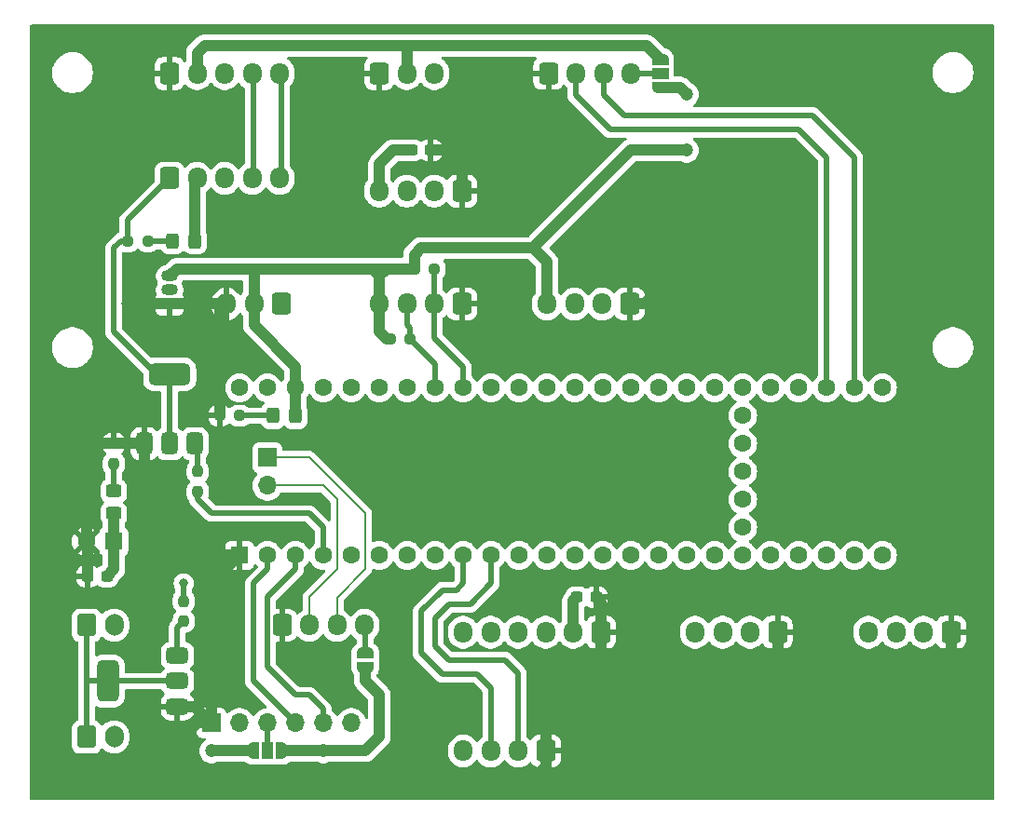
<source format=gbl>
G04 #@! TF.GenerationSoftware,KiCad,Pcbnew,8.0.3*
G04 #@! TF.CreationDate,2024-06-28T11:21:49+02:00*
G04 #@! TF.ProjectId,Bobbycar_wiring,426f6262-7963-4617-925f-776972696e67,rev?*
G04 #@! TF.SameCoordinates,Original*
G04 #@! TF.FileFunction,Copper,L2,Bot*
G04 #@! TF.FilePolarity,Positive*
%FSLAX46Y46*%
G04 Gerber Fmt 4.6, Leading zero omitted, Abs format (unit mm)*
G04 Created by KiCad (PCBNEW 8.0.3) date 2024-06-28 11:21:49*
%MOMM*%
%LPD*%
G01*
G04 APERTURE LIST*
G04 Aperture macros list*
%AMRoundRect*
0 Rectangle with rounded corners*
0 $1 Rounding radius*
0 $2 $3 $4 $5 $6 $7 $8 $9 X,Y pos of 4 corners*
0 Add a 4 corners polygon primitive as box body*
4,1,4,$2,$3,$4,$5,$6,$7,$8,$9,$2,$3,0*
0 Add four circle primitives for the rounded corners*
1,1,$1+$1,$2,$3*
1,1,$1+$1,$4,$5*
1,1,$1+$1,$6,$7*
1,1,$1+$1,$8,$9*
0 Add four rect primitives between the rounded corners*
20,1,$1+$1,$2,$3,$4,$5,0*
20,1,$1+$1,$4,$5,$6,$7,0*
20,1,$1+$1,$6,$7,$8,$9,0*
20,1,$1+$1,$8,$9,$2,$3,0*%
%AMFreePoly0*
4,1,19,0.550000,-0.750000,0.000000,-0.750000,0.000000,-0.744911,-0.071157,-0.744911,-0.207708,-0.704816,-0.327430,-0.627875,-0.420627,-0.520320,-0.479746,-0.390866,-0.500000,-0.250000,-0.500000,0.250000,-0.479746,0.390866,-0.420627,0.520320,-0.327430,0.627875,-0.207708,0.704816,-0.071157,0.744911,0.000000,0.744911,0.000000,0.750000,0.550000,0.750000,0.550000,-0.750000,0.550000,-0.750000,
$1*%
%AMFreePoly1*
4,1,19,0.000000,0.744911,0.071157,0.744911,0.207708,0.704816,0.327430,0.627875,0.420627,0.520320,0.479746,0.390866,0.500000,0.250000,0.500000,-0.250000,0.479746,-0.390866,0.420627,-0.520320,0.327430,-0.627875,0.207708,-0.704816,0.071157,-0.744911,0.000000,-0.744911,0.000000,-0.750000,-0.550000,-0.750000,-0.550000,0.750000,0.000000,0.750000,0.000000,0.744911,0.000000,0.744911,
$1*%
%AMFreePoly2*
4,1,19,0.500000,-0.750000,0.000000,-0.750000,0.000000,-0.744911,-0.071157,-0.744911,-0.207708,-0.704816,-0.327430,-0.627875,-0.420627,-0.520320,-0.479746,-0.390866,-0.500000,-0.250000,-0.500000,0.250000,-0.479746,0.390866,-0.420627,0.520320,-0.327430,0.627875,-0.207708,0.704816,-0.071157,0.744911,0.000000,0.744911,0.000000,0.750000,0.500000,0.750000,0.500000,-0.750000,0.500000,-0.750000,
$1*%
%AMFreePoly3*
4,1,19,0.000000,0.744911,0.071157,0.744911,0.207708,0.704816,0.327430,0.627875,0.420627,0.520320,0.479746,0.390866,0.500000,0.250000,0.500000,-0.250000,0.479746,-0.390866,0.420627,-0.520320,0.327430,-0.627875,0.207708,-0.704816,0.071157,-0.744911,0.000000,-0.744911,0.000000,-0.750000,-0.500000,-0.750000,-0.500000,0.750000,0.000000,0.750000,0.000000,0.744911,0.000000,0.744911,
$1*%
G04 Aperture macros list end*
G04 #@! TA.AperFunction,ComponentPad*
%ADD10R,1.500000X1.050000*%
G04 #@! TD*
G04 #@! TA.AperFunction,ComponentPad*
%ADD11O,1.500000X1.050000*%
G04 #@! TD*
G04 #@! TA.AperFunction,ComponentPad*
%ADD12R,1.600000X1.600000*%
G04 #@! TD*
G04 #@! TA.AperFunction,ComponentPad*
%ADD13C,1.600000*%
G04 #@! TD*
G04 #@! TA.AperFunction,SMDPad,CuDef*
%ADD14FreePoly0,0.000000*%
G04 #@! TD*
G04 #@! TA.AperFunction,SMDPad,CuDef*
%ADD15R,1.000000X1.500000*%
G04 #@! TD*
G04 #@! TA.AperFunction,SMDPad,CuDef*
%ADD16FreePoly1,0.000000*%
G04 #@! TD*
G04 #@! TA.AperFunction,SMDPad,CuDef*
%ADD17RoundRect,0.250000X-0.325000X-0.450000X0.325000X-0.450000X0.325000X0.450000X-0.325000X0.450000X0*%
G04 #@! TD*
G04 #@! TA.AperFunction,SMDPad,CuDef*
%ADD18RoundRect,0.237500X0.250000X0.237500X-0.250000X0.237500X-0.250000X-0.237500X0.250000X-0.237500X0*%
G04 #@! TD*
G04 #@! TA.AperFunction,SMDPad,CuDef*
%ADD19RoundRect,0.237500X-0.250000X-0.237500X0.250000X-0.237500X0.250000X0.237500X-0.250000X0.237500X0*%
G04 #@! TD*
G04 #@! TA.AperFunction,SMDPad,CuDef*
%ADD20RoundRect,0.375000X0.375000X-0.625000X0.375000X0.625000X-0.375000X0.625000X-0.375000X-0.625000X0*%
G04 #@! TD*
G04 #@! TA.AperFunction,SMDPad,CuDef*
%ADD21RoundRect,0.500000X1.400000X-0.500000X1.400000X0.500000X-1.400000X0.500000X-1.400000X-0.500000X0*%
G04 #@! TD*
G04 #@! TA.AperFunction,SMDPad,CuDef*
%ADD22RoundRect,0.237500X0.237500X-0.250000X0.237500X0.250000X-0.237500X0.250000X-0.237500X-0.250000X0*%
G04 #@! TD*
G04 #@! TA.AperFunction,SMDPad,CuDef*
%ADD23RoundRect,0.237500X-0.300000X-0.237500X0.300000X-0.237500X0.300000X0.237500X-0.300000X0.237500X0*%
G04 #@! TD*
G04 #@! TA.AperFunction,SMDPad,CuDef*
%ADD24RoundRect,0.250000X-0.450000X0.325000X-0.450000X-0.325000X0.450000X-0.325000X0.450000X0.325000X0*%
G04 #@! TD*
G04 #@! TA.AperFunction,SMDPad,CuDef*
%ADD25RoundRect,0.375000X0.625000X0.375000X-0.625000X0.375000X-0.625000X-0.375000X0.625000X-0.375000X0*%
G04 #@! TD*
G04 #@! TA.AperFunction,SMDPad,CuDef*
%ADD26RoundRect,0.500000X0.500000X1.400000X-0.500000X1.400000X-0.500000X-1.400000X0.500000X-1.400000X0*%
G04 #@! TD*
G04 #@! TA.AperFunction,SMDPad,CuDef*
%ADD27FreePoly2,90.000000*%
G04 #@! TD*
G04 #@! TA.AperFunction,SMDPad,CuDef*
%ADD28FreePoly3,90.000000*%
G04 #@! TD*
G04 #@! TA.AperFunction,ComponentPad*
%ADD29O,1.700000X1.700000*%
G04 #@! TD*
G04 #@! TA.AperFunction,ComponentPad*
%ADD30R,1.700000X1.700000*%
G04 #@! TD*
G04 #@! TA.AperFunction,ComponentPad*
%ADD31RoundRect,0.250000X-0.600000X-0.725000X0.600000X-0.725000X0.600000X0.725000X-0.600000X0.725000X0*%
G04 #@! TD*
G04 #@! TA.AperFunction,ComponentPad*
%ADD32O,1.700000X1.950000*%
G04 #@! TD*
G04 #@! TA.AperFunction,SMDPad,CuDef*
%ADD33FreePoly1,90.000000*%
G04 #@! TD*
G04 #@! TA.AperFunction,SMDPad,CuDef*
%ADD34R,1.500000X1.000000*%
G04 #@! TD*
G04 #@! TA.AperFunction,SMDPad,CuDef*
%ADD35FreePoly0,90.000000*%
G04 #@! TD*
G04 #@! TA.AperFunction,ComponentPad*
%ADD36RoundRect,0.250000X0.600000X0.725000X-0.600000X0.725000X-0.600000X-0.725000X0.600000X-0.725000X0*%
G04 #@! TD*
G04 #@! TA.AperFunction,ComponentPad*
%ADD37O,1.700000X2.000000*%
G04 #@! TD*
G04 #@! TA.AperFunction,ComponentPad*
%ADD38RoundRect,0.250000X-0.600000X-0.750000X0.600000X-0.750000X0.600000X0.750000X-0.600000X0.750000X0*%
G04 #@! TD*
G04 #@! TA.AperFunction,SMDPad,CuDef*
%ADD39RoundRect,0.237500X0.300000X0.237500X-0.300000X0.237500X-0.300000X-0.237500X0.300000X-0.237500X0*%
G04 #@! TD*
G04 #@! TA.AperFunction,ViaPad*
%ADD40C,1.200000*%
G04 #@! TD*
G04 #@! TA.AperFunction,ViaPad*
%ADD41C,0.800000*%
G04 #@! TD*
G04 #@! TA.AperFunction,Conductor*
%ADD42C,1.000000*%
G04 #@! TD*
G04 #@! TA.AperFunction,Conductor*
%ADD43C,0.500000*%
G04 #@! TD*
G04 #@! TA.AperFunction,Conductor*
%ADD44C,0.200000*%
G04 #@! TD*
G04 APERTURE END LIST*
D10*
X83820000Y-66040000D03*
D11*
X83820000Y-64770000D03*
X83820000Y-63500000D03*
D12*
X90170000Y-88900000D03*
D13*
X92710000Y-88900000D03*
X95250000Y-88900000D03*
X97790000Y-88900000D03*
X100330000Y-88900000D03*
X102870000Y-88900000D03*
X105410000Y-88900000D03*
X107950000Y-88900000D03*
X110490000Y-88900000D03*
X113030000Y-88900000D03*
X115570000Y-88900000D03*
X118110000Y-88900000D03*
X120650000Y-88900000D03*
X123190000Y-88900000D03*
X125730000Y-88900000D03*
X128270000Y-88900000D03*
X130810000Y-88900000D03*
X133350000Y-88900000D03*
X135890000Y-88900000D03*
X138430000Y-88900000D03*
X140970000Y-88900000D03*
X143510000Y-88900000D03*
X146050000Y-88900000D03*
X148590000Y-88900000D03*
X148590000Y-73660000D03*
X146050000Y-73660000D03*
X143510000Y-73660000D03*
X140970000Y-73660000D03*
X138430000Y-73660000D03*
X135890000Y-73660000D03*
X133350000Y-73660000D03*
X130810000Y-73660000D03*
X128270000Y-73660000D03*
X125730000Y-73660000D03*
X123190000Y-73660000D03*
X120650000Y-73660000D03*
X118110000Y-73660000D03*
X115570000Y-73660000D03*
X113030000Y-73660000D03*
X110490000Y-73660000D03*
X107950000Y-73660000D03*
X105410000Y-73660000D03*
X102870000Y-73660000D03*
X100330000Y-73660000D03*
X97790000Y-73660000D03*
X95250000Y-73660000D03*
X92710000Y-73660000D03*
X90170000Y-73660000D03*
X135890000Y-86360000D03*
X135890000Y-83820000D03*
X135890000Y-81280000D03*
X135890000Y-78740000D03*
X135890000Y-76200000D03*
D14*
X91410000Y-106680000D03*
D15*
X92710000Y-106680000D03*
D16*
X94010000Y-106680000D03*
D17*
X93200000Y-76200000D03*
X95250000Y-76200000D03*
D18*
X90170000Y-76200000D03*
X88345000Y-76200000D03*
D19*
X106045000Y-62865000D03*
X107870000Y-62865000D03*
D20*
X86120000Y-78740000D03*
X83820000Y-78740000D03*
D21*
X83820000Y-72440000D03*
D20*
X81520000Y-78740000D03*
D19*
X80010000Y-60325000D03*
X81835000Y-60325000D03*
D22*
X86360000Y-83105000D03*
X86360000Y-81280000D03*
D17*
X84065000Y-60325000D03*
X86115000Y-60325000D03*
D23*
X120830000Y-92710000D03*
X122555000Y-92710000D03*
D19*
X103862500Y-69215000D03*
X105687500Y-69215000D03*
D22*
X78740000Y-80565000D03*
X78740000Y-78740000D03*
D24*
X78740000Y-83040000D03*
X78740000Y-85090000D03*
D23*
X105817500Y-52070000D03*
X107542500Y-52070000D03*
D25*
X84520000Y-98030000D03*
X84520000Y-100330000D03*
D26*
X78220000Y-100330000D03*
D25*
X84520000Y-102630000D03*
D27*
X101600000Y-99090000D03*
D28*
X101600000Y-97790000D03*
D29*
X92710000Y-82550000D03*
D30*
X92710000Y-80010000D03*
D31*
X94020000Y-95250000D03*
D32*
X96520000Y-95250000D03*
X99020000Y-95250000D03*
X101520000Y-95250000D03*
X125730000Y-45085000D03*
X123230000Y-45085000D03*
X120730000Y-45085000D03*
D31*
X118230000Y-45085000D03*
D33*
X128390000Y-43785000D03*
D34*
X128390000Y-45085000D03*
D35*
X128390000Y-46385000D03*
D32*
X118110000Y-66040000D03*
X120610000Y-66040000D03*
X123110000Y-66040000D03*
D36*
X125610000Y-66040000D03*
X139065000Y-95885000D03*
D32*
X136565000Y-95885000D03*
X134065000Y-95885000D03*
X131565000Y-95885000D03*
D36*
X110370000Y-55770000D03*
D32*
X107870000Y-55770000D03*
X105370000Y-55770000D03*
X102870000Y-55770000D03*
X110490000Y-106680000D03*
X112990000Y-106680000D03*
X115490000Y-106680000D03*
D36*
X117990000Y-106680000D03*
D31*
X83820000Y-45088000D03*
D32*
X86320000Y-45088000D03*
X88820000Y-45088000D03*
X91320000Y-45088000D03*
X93820000Y-45088000D03*
D37*
X78790000Y-95250000D03*
D38*
X76290000Y-95250000D03*
D36*
X122990000Y-95885000D03*
D32*
X120490000Y-95885000D03*
X117990000Y-95885000D03*
X115490000Y-95885000D03*
X112990000Y-95885000D03*
X110490000Y-95885000D03*
D37*
X78790000Y-105410000D03*
D38*
X76290000Y-105410000D03*
D29*
X100330000Y-104140000D03*
X97790000Y-104140000D03*
X95250000Y-104140000D03*
X92710000Y-104140000D03*
X90170000Y-104140000D03*
D30*
X87630000Y-104140000D03*
D12*
X78740000Y-87630000D03*
D13*
X76240000Y-87630000D03*
D32*
X88980000Y-66040000D03*
X91480000Y-66040000D03*
D36*
X93980000Y-66040000D03*
D22*
X85090000Y-93067500D03*
X85090000Y-94892500D03*
D39*
X78105000Y-90805000D03*
X76380000Y-90805000D03*
D32*
X102870000Y-66040000D03*
X105370000Y-66040000D03*
X107870000Y-66040000D03*
D36*
X110370000Y-66040000D03*
D31*
X83820000Y-54610000D03*
D32*
X86320000Y-54610000D03*
X88820000Y-54610000D03*
X91320000Y-54610000D03*
X93820000Y-54610000D03*
X147320000Y-95885000D03*
X149820000Y-95885000D03*
X152320000Y-95885000D03*
D36*
X154820000Y-95885000D03*
D31*
X102870000Y-45088000D03*
D32*
X105370000Y-45088000D03*
X107870000Y-45088000D03*
D40*
X147955000Y-45085000D03*
X139065000Y-53975000D03*
X142875000Y-98425000D03*
X127000000Y-98425000D03*
X80010000Y-66040000D03*
D41*
X85090000Y-91440000D03*
D40*
X87630000Y-95250000D03*
X130810000Y-46990000D03*
X130810000Y-52070000D03*
X97790000Y-106680000D03*
X87630000Y-106680000D03*
D42*
X91480000Y-66040000D02*
X91480000Y-62905000D01*
X91480000Y-62905000D02*
X91440000Y-62865000D01*
X91440000Y-62865000D02*
X92930000Y-62865000D01*
X84455000Y-62865000D02*
X91440000Y-62865000D01*
X83820000Y-63500000D02*
X84455000Y-62865000D01*
X83185000Y-66040000D02*
X88980000Y-66040000D01*
X80010000Y-66040000D02*
X83185000Y-66040000D01*
X127000000Y-66040000D02*
X139065000Y-53975000D01*
X125610000Y-66040000D02*
X127000000Y-66040000D01*
X154305000Y-98425000D02*
X139065000Y-98425000D01*
X154820000Y-97910000D02*
X154305000Y-98425000D01*
X154820000Y-95885000D02*
X154820000Y-97910000D01*
X139065000Y-98425000D02*
X123190000Y-98425000D01*
D43*
X79375000Y-60325000D02*
X80010000Y-60325000D01*
X78740000Y-60960000D02*
X79375000Y-60325000D01*
X82600000Y-72440000D02*
X78740000Y-68580000D01*
X83820000Y-72440000D02*
X82600000Y-72440000D01*
X78740000Y-68580000D02*
X78740000Y-60960000D01*
X85090000Y-93067500D02*
X85090000Y-91440000D01*
D42*
X105370000Y-42585000D02*
X105410000Y-42545000D01*
X105370000Y-45088000D02*
X105370000Y-42585000D01*
X105410000Y-42545000D02*
X86995000Y-42545000D01*
X127150000Y-42545000D02*
X105410000Y-42545000D01*
X86995000Y-42545000D02*
X86320000Y-43220000D01*
X86320000Y-43220000D02*
X86320000Y-45088000D01*
X128390000Y-43785000D02*
X127150000Y-42545000D01*
X128390000Y-46385000D02*
X130205000Y-46385000D01*
X130205000Y-46385000D02*
X130810000Y-46990000D01*
X125730000Y-52070000D02*
X130810000Y-52070000D01*
X116840000Y-60960000D02*
X125730000Y-52070000D01*
D43*
X142240000Y-48895000D02*
X146050000Y-52705000D01*
X125095000Y-48895000D02*
X142240000Y-48895000D01*
X146050000Y-52705000D02*
X146050000Y-73660000D01*
X123230000Y-45085000D02*
X123230000Y-47030000D01*
X123230000Y-47030000D02*
X125095000Y-48895000D01*
D42*
X106045000Y-61595000D02*
X106045000Y-62865000D01*
X106680000Y-60960000D02*
X106045000Y-61595000D01*
X116840000Y-60960000D02*
X106680000Y-60960000D01*
X118110000Y-62230000D02*
X116840000Y-60960000D01*
X118110000Y-66040000D02*
X118110000Y-62230000D01*
X86115000Y-54815000D02*
X86320000Y-54610000D01*
X86115000Y-60325000D02*
X86115000Y-54815000D01*
D43*
X143510000Y-52705000D02*
X140970000Y-50165000D01*
X143510000Y-73660000D02*
X143510000Y-52705000D01*
X123825000Y-50165000D02*
X140970000Y-50165000D01*
X120730000Y-47070000D02*
X123825000Y-50165000D01*
X120730000Y-45085000D02*
X120730000Y-47070000D01*
D42*
X122990000Y-93145000D02*
X122555000Y-92710000D01*
X122990000Y-95885000D02*
X122990000Y-93145000D01*
X120490000Y-93050000D02*
X120830000Y-92710000D01*
X120490000Y-95885000D02*
X120490000Y-93050000D01*
D43*
X93200000Y-76200000D02*
X90170000Y-76200000D01*
D42*
X95250000Y-73660000D02*
X95250000Y-76200000D01*
X77470000Y-78740000D02*
X78740000Y-78740000D01*
X76240000Y-79970000D02*
X77470000Y-78740000D01*
X76240000Y-87630000D02*
X76240000Y-79970000D01*
X87630000Y-91440000D02*
X90170000Y-88900000D01*
X83820000Y-88900000D02*
X90170000Y-88900000D01*
X81520000Y-86600000D02*
X83820000Y-88900000D01*
X81520000Y-78740000D02*
X81520000Y-86600000D01*
D44*
X101600000Y-85090000D02*
X96520000Y-80010000D01*
X101600000Y-90170000D02*
X101600000Y-85090000D01*
X96520000Y-80010000D02*
X92710000Y-80010000D01*
X99020000Y-92750000D02*
X101600000Y-90170000D01*
X99020000Y-95250000D02*
X99020000Y-92750000D01*
X96520000Y-92710000D02*
X96520000Y-95250000D01*
X99060000Y-90170000D02*
X96520000Y-92710000D01*
X99060000Y-83820000D02*
X99060000Y-90170000D01*
X97790000Y-82550000D02*
X99060000Y-83820000D01*
X92710000Y-82550000D02*
X97790000Y-82550000D01*
D43*
X97790000Y-86360000D02*
X97790000Y-88900000D01*
X96520000Y-85090000D02*
X97790000Y-86360000D01*
X86360000Y-83820000D02*
X87630000Y-85090000D01*
X87630000Y-85090000D02*
X96520000Y-85090000D01*
X86360000Y-83105000D02*
X86360000Y-83820000D01*
D42*
X87630000Y-104140000D02*
X87630000Y-91440000D01*
X91410000Y-106680000D02*
X87630000Y-106680000D01*
X85090000Y-105410000D02*
X86360000Y-104140000D01*
X86360000Y-104140000D02*
X87630000Y-104140000D01*
X116840000Y-109220000D02*
X86360000Y-109220000D01*
X85090000Y-107950000D02*
X85090000Y-105410000D01*
X117990000Y-108070000D02*
X116840000Y-109220000D01*
X86360000Y-109220000D02*
X85090000Y-107950000D01*
X117990000Y-106680000D02*
X117990000Y-108070000D01*
X94010000Y-106680000D02*
X101600000Y-106680000D01*
D43*
X92710000Y-104140000D02*
X92710000Y-106680000D01*
D42*
X102870000Y-105410000D02*
X101600000Y-106680000D01*
X102870000Y-101600000D02*
X102870000Y-105410000D01*
X101600000Y-100330000D02*
X102870000Y-101600000D01*
X101600000Y-99090000D02*
X101600000Y-100330000D01*
D43*
X101600000Y-95330000D02*
X101520000Y-95250000D01*
X101600000Y-97790000D02*
X101600000Y-95330000D01*
D42*
X109220000Y-52070000D02*
X107542500Y-52070000D01*
X110370000Y-53220000D02*
X109220000Y-52070000D01*
X110370000Y-55770000D02*
X110370000Y-53220000D01*
X104140000Y-52070000D02*
X102870000Y-53340000D01*
X102870000Y-53340000D02*
X102870000Y-55770000D01*
X105817500Y-52070000D02*
X104140000Y-52070000D01*
D43*
X95250000Y-101600000D02*
X96520000Y-101600000D01*
X92710000Y-99060000D02*
X95250000Y-101600000D01*
X96520000Y-101600000D02*
X97790000Y-102870000D01*
X97790000Y-102870000D02*
X97790000Y-104140000D01*
X95250000Y-90170000D02*
X92710000Y-92710000D01*
X95250000Y-88900000D02*
X95250000Y-90170000D01*
X92710000Y-88900000D02*
X92710000Y-90170000D01*
X92710000Y-90170000D02*
X91440000Y-91440000D01*
X91440000Y-100330000D02*
X91440000Y-91440000D01*
X95250000Y-104140000D02*
X91440000Y-100330000D01*
D42*
X139065000Y-95885000D02*
X139065000Y-98425000D01*
X122990000Y-98225000D02*
X123190000Y-98425000D01*
X122990000Y-95885000D02*
X122990000Y-98225000D01*
X123190000Y-98425000D02*
X121920000Y-98425000D01*
X119380000Y-98425000D02*
X121920000Y-98425000D01*
X117990000Y-106680000D02*
X117990000Y-99815000D01*
X117990000Y-99815000D02*
X119380000Y-98425000D01*
D43*
X110490000Y-91440000D02*
X110490000Y-88900000D01*
X109855000Y-92075000D02*
X110490000Y-91440000D01*
X108585000Y-92075000D02*
X109855000Y-92075000D01*
X106680000Y-93980000D02*
X108585000Y-92075000D01*
X106680000Y-97790000D02*
X106680000Y-93980000D01*
X112990000Y-100925000D02*
X111760000Y-99695000D01*
X108585000Y-99695000D02*
X106680000Y-97790000D01*
X112990000Y-106680000D02*
X112990000Y-100925000D01*
X107950000Y-94615000D02*
X107950000Y-97155000D01*
X109220000Y-93345000D02*
X107950000Y-94615000D01*
X111125000Y-93345000D02*
X109220000Y-93345000D01*
X113030000Y-91440000D02*
X111125000Y-93345000D01*
X113030000Y-88900000D02*
X113030000Y-91440000D01*
X114300000Y-98425000D02*
X109220000Y-98425000D01*
X115490000Y-99615000D02*
X114300000Y-98425000D01*
X115490000Y-106680000D02*
X115490000Y-99615000D01*
X109220000Y-98425000D02*
X107950000Y-97155000D01*
X81835000Y-60325000D02*
X84065000Y-60325000D01*
D42*
X102235000Y-62865000D02*
X103505000Y-62865000D01*
X92930000Y-62865000D02*
X102235000Y-62865000D01*
X102235000Y-62865000D02*
X102870000Y-63500000D01*
X95250000Y-71755000D02*
X95250000Y-73660000D01*
X91480000Y-67985000D02*
X95250000Y-71755000D01*
X91480000Y-66040000D02*
X91480000Y-67985000D01*
D43*
X107930000Y-62805000D02*
X107870000Y-62865000D01*
D42*
X102870000Y-68580000D02*
X102870000Y-66040000D01*
X103505000Y-69215000D02*
X102870000Y-68580000D01*
X103862500Y-69215000D02*
X103505000Y-69215000D01*
X102870000Y-63500000D02*
X102870000Y-66040000D01*
X103505000Y-62865000D02*
X102870000Y-63500000D01*
X106045000Y-62865000D02*
X103505000Y-62865000D01*
D43*
X107870000Y-66040000D02*
X107870000Y-62865000D01*
X110490000Y-71755000D02*
X110490000Y-73660000D01*
X107870000Y-69135000D02*
X110490000Y-71755000D01*
X107870000Y-66040000D02*
X107870000Y-69135000D01*
X105370000Y-67905000D02*
X105687500Y-68222500D01*
X105687500Y-68222500D02*
X105687500Y-69215000D01*
X105370000Y-66040000D02*
X105370000Y-67905000D01*
X107950000Y-71477500D02*
X105687500Y-69215000D01*
X107950000Y-73660000D02*
X107950000Y-71477500D01*
X86360000Y-81280000D02*
X86360000Y-78980000D01*
X86360000Y-78980000D02*
X86120000Y-78740000D01*
D42*
X78740000Y-78740000D02*
X81520000Y-78740000D01*
D43*
X78740000Y-83040000D02*
X78740000Y-80565000D01*
D42*
X78740000Y-85090000D02*
X78740000Y-87630000D01*
X76380000Y-87770000D02*
X76240000Y-87630000D01*
X76380000Y-90805000D02*
X76380000Y-87770000D01*
X78740000Y-90170000D02*
X78740000Y-87630000D01*
X78105000Y-90805000D02*
X78740000Y-90170000D01*
D43*
X80010000Y-58420000D02*
X80010000Y-60325000D01*
X128390000Y-45085000D02*
X125730000Y-45085000D01*
X83820000Y-78740000D02*
X83820000Y-72440000D01*
X80010000Y-58420000D02*
X83820000Y-54610000D01*
X84520000Y-95462500D02*
X85090000Y-94892500D01*
X84520000Y-98030000D02*
X84520000Y-95462500D01*
D42*
X86120000Y-102630000D02*
X87630000Y-104140000D01*
X84520000Y-102630000D02*
X86120000Y-102630000D01*
D43*
X78220000Y-100330000D02*
X84520000Y-100330000D01*
X78220000Y-100330000D02*
X76290000Y-100330000D01*
X76290000Y-95250000D02*
X76290000Y-100330000D01*
X76290000Y-100330000D02*
X76290000Y-105410000D01*
X93940000Y-54503000D02*
X93940000Y-45088000D01*
X91440000Y-45088000D02*
X91440000Y-54503000D01*
X111760000Y-99695000D02*
X108585000Y-99695000D01*
X92710000Y-92710000D02*
X92710000Y-99060000D01*
D42*
X88345000Y-66675000D02*
X88980000Y-66040000D01*
X88345000Y-76200000D02*
X88345000Y-66675000D01*
G04 #@! TA.AperFunction,Conductor*
G36*
X94274000Y-96733000D02*
G01*
X94670517Y-96733000D01*
X94670516Y-96732999D01*
X94774318Y-96722394D01*
X94774321Y-96722393D01*
X94942525Y-96666657D01*
X95093339Y-96573634D01*
X95093345Y-96573629D01*
X95218629Y-96448345D01*
X95218636Y-96448336D01*
X95307984Y-96303480D01*
X95360769Y-96256001D01*
X95430844Y-96244598D01*
X95495960Y-96272890D01*
X95504320Y-96280531D01*
X95634990Y-96411201D01*
X95634993Y-96411203D01*
X95634996Y-96411206D01*
X95807991Y-96536894D01*
X95998517Y-96633972D01*
X96201878Y-96700047D01*
X96201879Y-96700047D01*
X96201884Y-96700049D01*
X96413084Y-96733500D01*
X96413087Y-96733500D01*
X96626913Y-96733500D01*
X96626916Y-96733500D01*
X96838116Y-96700049D01*
X97041483Y-96633972D01*
X97232009Y-96536894D01*
X97405004Y-96411206D01*
X97556206Y-96260004D01*
X97668064Y-96106043D01*
X97724286Y-96062690D01*
X97795022Y-96056615D01*
X97857814Y-96089746D01*
X97871934Y-96106041D01*
X97983794Y-96260004D01*
X97983796Y-96260006D01*
X97983798Y-96260009D01*
X98134990Y-96411201D01*
X98134993Y-96411203D01*
X98134996Y-96411206D01*
X98307991Y-96536894D01*
X98498517Y-96633972D01*
X98701878Y-96700047D01*
X98701879Y-96700047D01*
X98701884Y-96700049D01*
X98913084Y-96733500D01*
X98913087Y-96733500D01*
X99126913Y-96733500D01*
X99126916Y-96733500D01*
X99338116Y-96700049D01*
X99541483Y-96633972D01*
X99732009Y-96536894D01*
X99905004Y-96411206D01*
X100056206Y-96260004D01*
X100168064Y-96106043D01*
X100224286Y-96062690D01*
X100295022Y-96056615D01*
X100357814Y-96089746D01*
X100371934Y-96106041D01*
X100483794Y-96260004D01*
X100483796Y-96260006D01*
X100483798Y-96260009D01*
X100634990Y-96411201D01*
X100634993Y-96411203D01*
X100634996Y-96411206D01*
X100789562Y-96523504D01*
X100832915Y-96579725D01*
X100841500Y-96625439D01*
X100841500Y-96843342D01*
X100821498Y-96911463D01*
X100783623Y-96949339D01*
X100740626Y-96976972D01*
X100740622Y-96976975D01*
X100635326Y-97068213D01*
X100633577Y-97069624D01*
X100631966Y-97071125D01*
X100536257Y-97181581D01*
X100458525Y-97302534D01*
X100458523Y-97302537D01*
X100458523Y-97302538D01*
X100428628Y-97368000D01*
X100397806Y-97435490D01*
X100357302Y-97573433D01*
X100357300Y-97573440D01*
X100357300Y-97573442D01*
X100336500Y-97718111D01*
X100336500Y-98290000D01*
X100340420Y-98344809D01*
X100341727Y-98363081D01*
X100352397Y-98399419D01*
X100356219Y-98452848D01*
X100354207Y-98466841D01*
X100336500Y-98590000D01*
X100336500Y-99161889D01*
X100349990Y-99255716D01*
X100357300Y-99306559D01*
X100357302Y-99306566D01*
X100366028Y-99336283D01*
X100397807Y-99444513D01*
X100458523Y-99577462D01*
X100458525Y-99577465D01*
X100532587Y-99692708D01*
X100533423Y-99694177D01*
X100536257Y-99698421D01*
X100560722Y-99726653D01*
X100590217Y-99791233D01*
X100591500Y-99809168D01*
X100591500Y-100429331D01*
X100615751Y-100551246D01*
X100630256Y-100624169D01*
X100664267Y-100706279D01*
X100706279Y-100807704D01*
X100816647Y-100972881D01*
X100816649Y-100972883D01*
X101824595Y-101980829D01*
X101858621Y-102043141D01*
X101861500Y-102069924D01*
X101861500Y-103648631D01*
X101841498Y-103716752D01*
X101787842Y-103763245D01*
X101717568Y-103773349D01*
X101652988Y-103743855D01*
X101620113Y-103699245D01*
X101528860Y-103491209D01*
X101405724Y-103302734D01*
X101405720Y-103302729D01*
X101253237Y-103137091D01*
X101133679Y-103044035D01*
X101075576Y-102998811D01*
X100877574Y-102891658D01*
X100877572Y-102891657D01*
X100877571Y-102891656D01*
X100664639Y-102818557D01*
X100664630Y-102818555D01*
X100591038Y-102806275D01*
X100442569Y-102781500D01*
X100217431Y-102781500D01*
X100069211Y-102806233D01*
X99995369Y-102818555D01*
X99995360Y-102818557D01*
X99782428Y-102891656D01*
X99782426Y-102891658D01*
X99584426Y-102998810D01*
X99584424Y-102998811D01*
X99406762Y-103137091D01*
X99254279Y-103302729D01*
X99165483Y-103438643D01*
X99111479Y-103484731D01*
X99041131Y-103494306D01*
X98976774Y-103464329D01*
X98954517Y-103438643D01*
X98865720Y-103302729D01*
X98799791Y-103231112D01*
X98713240Y-103137094D01*
X98713234Y-103137089D01*
X98597109Y-103046704D01*
X98555638Y-102989079D01*
X98548500Y-102947273D01*
X98548500Y-102795298D01*
X98548500Y-102795294D01*
X98533925Y-102722024D01*
X98519351Y-102648753D01*
X98486624Y-102569744D01*
X98462174Y-102510716D01*
X98379165Y-102386484D01*
X98273516Y-102280835D01*
X97003515Y-101010834D01*
X96879284Y-100927826D01*
X96741247Y-100870649D01*
X96667976Y-100856074D01*
X96667975Y-100856073D01*
X96594711Y-100841500D01*
X96594706Y-100841500D01*
X95616371Y-100841500D01*
X95548250Y-100821498D01*
X95527276Y-100804595D01*
X93505405Y-98782724D01*
X93471379Y-98720412D01*
X93468500Y-98693629D01*
X93468500Y-96859000D01*
X93488502Y-96790879D01*
X93542158Y-96744386D01*
X93594500Y-96733000D01*
X93766000Y-96733000D01*
X93766000Y-95651836D01*
X93836657Y-95692630D01*
X93957465Y-95725000D01*
X94082535Y-95725000D01*
X94203343Y-95692630D01*
X94274000Y-95651836D01*
X94274000Y-96733000D01*
G37*
G04 #@! TD.AperFunction*
G04 #@! TA.AperFunction,Conductor*
G36*
X96588958Y-89465337D02*
G01*
X96634195Y-89517543D01*
X96652476Y-89556747D01*
X96781051Y-89740372D01*
X96783802Y-89744300D01*
X96945700Y-89906198D01*
X97133251Y-90037523D01*
X97340757Y-90134284D01*
X97561913Y-90193543D01*
X97790000Y-90213498D01*
X97846174Y-90208583D01*
X97915778Y-90222570D01*
X97966771Y-90271969D01*
X97982962Y-90341095D01*
X97959211Y-90408001D01*
X97946251Y-90423198D01*
X96033083Y-92336366D01*
X96033075Y-92336376D01*
X95952967Y-92475127D01*
X95952968Y-92475128D01*
X95923898Y-92583621D01*
X95911500Y-92629890D01*
X95911500Y-93833152D01*
X95891498Y-93901273D01*
X95842705Y-93945418D01*
X95807988Y-93963107D01*
X95634995Y-94088794D01*
X95504320Y-94219469D01*
X95442008Y-94253494D01*
X95371192Y-94248429D01*
X95314357Y-94205882D01*
X95307984Y-94196520D01*
X95218634Y-94051660D01*
X95218629Y-94051654D01*
X95093345Y-93926370D01*
X95093339Y-93926365D01*
X94942525Y-93833342D01*
X94774321Y-93777606D01*
X94774318Y-93777605D01*
X94670516Y-93767000D01*
X94274000Y-93767000D01*
X94274000Y-94848163D01*
X94203343Y-94807370D01*
X94082535Y-94775000D01*
X93957465Y-94775000D01*
X93836657Y-94807370D01*
X93766000Y-94848163D01*
X93766000Y-93767000D01*
X93594500Y-93767000D01*
X93526379Y-93746998D01*
X93479886Y-93693342D01*
X93468500Y-93641000D01*
X93468500Y-93076371D01*
X93488502Y-93008250D01*
X93505405Y-92987276D01*
X95839163Y-90653518D01*
X95839165Y-90653516D01*
X95843049Y-90647703D01*
X95922174Y-90529284D01*
X95955667Y-90448424D01*
X95979351Y-90391247D01*
X96008500Y-90244705D01*
X96008500Y-90095295D01*
X96008500Y-90031867D01*
X96028502Y-89963746D01*
X96062228Y-89928654D01*
X96094300Y-89906198D01*
X96256198Y-89744300D01*
X96387523Y-89556749D01*
X96405805Y-89517543D01*
X96452721Y-89464258D01*
X96520998Y-89444796D01*
X96588958Y-89465337D01*
G37*
G04 #@! TD.AperFunction*
G04 #@! TA.AperFunction,Conductor*
G36*
X101771456Y-43573502D02*
G01*
X101817949Y-43627158D01*
X101828053Y-43697432D01*
X101798559Y-43762012D01*
X101792430Y-43768595D01*
X101671370Y-43889654D01*
X101671365Y-43889660D01*
X101578342Y-44040474D01*
X101522606Y-44208678D01*
X101522605Y-44208681D01*
X101512000Y-44312483D01*
X101512000Y-44834000D01*
X102468164Y-44834000D01*
X102427370Y-44904657D01*
X102395000Y-45025465D01*
X102395000Y-45150535D01*
X102427370Y-45271343D01*
X102468164Y-45342000D01*
X101512000Y-45342000D01*
X101512000Y-45863516D01*
X101522605Y-45967318D01*
X101522606Y-45967321D01*
X101578342Y-46135525D01*
X101671365Y-46286339D01*
X101671370Y-46286345D01*
X101796654Y-46411629D01*
X101796660Y-46411634D01*
X101947474Y-46504657D01*
X102115678Y-46560393D01*
X102115681Y-46560394D01*
X102219483Y-46570999D01*
X102219483Y-46571000D01*
X102616000Y-46571000D01*
X102616000Y-45489836D01*
X102686657Y-45530630D01*
X102807465Y-45563000D01*
X102932535Y-45563000D01*
X103053343Y-45530630D01*
X103124000Y-45489836D01*
X103124000Y-46571000D01*
X103520517Y-46571000D01*
X103520516Y-46570999D01*
X103624318Y-46560394D01*
X103624321Y-46560393D01*
X103792525Y-46504657D01*
X103943339Y-46411634D01*
X103943345Y-46411629D01*
X104068629Y-46286345D01*
X104068636Y-46286336D01*
X104157984Y-46141480D01*
X104210769Y-46094001D01*
X104280844Y-46082598D01*
X104345960Y-46110890D01*
X104354320Y-46118531D01*
X104484990Y-46249201D01*
X104484993Y-46249203D01*
X104484996Y-46249206D01*
X104657991Y-46374894D01*
X104848517Y-46471972D01*
X105051878Y-46538047D01*
X105051879Y-46538047D01*
X105051884Y-46538049D01*
X105263084Y-46571500D01*
X105263087Y-46571500D01*
X105476913Y-46571500D01*
X105476916Y-46571500D01*
X105688116Y-46538049D01*
X105891483Y-46471972D01*
X106082009Y-46374894D01*
X106255004Y-46249206D01*
X106406206Y-46098004D01*
X106518064Y-45944043D01*
X106574286Y-45900690D01*
X106645022Y-45894615D01*
X106707814Y-45927746D01*
X106721934Y-45944041D01*
X106833794Y-46098004D01*
X106833796Y-46098006D01*
X106833798Y-46098009D01*
X106984990Y-46249201D01*
X106984993Y-46249203D01*
X106984996Y-46249206D01*
X107157991Y-46374894D01*
X107348517Y-46471972D01*
X107551878Y-46538047D01*
X107551879Y-46538047D01*
X107551884Y-46538049D01*
X107763084Y-46571500D01*
X107763087Y-46571500D01*
X107976913Y-46571500D01*
X107976916Y-46571500D01*
X108188116Y-46538049D01*
X108391483Y-46471972D01*
X108582009Y-46374894D01*
X108755004Y-46249206D01*
X108906206Y-46098004D01*
X109031894Y-45925009D01*
X109128972Y-45734483D01*
X109195049Y-45531116D01*
X109228500Y-45319916D01*
X109228500Y-44856084D01*
X109195049Y-44644884D01*
X109128972Y-44441517D01*
X109031894Y-44250991D01*
X108906206Y-44077996D01*
X108906203Y-44077993D01*
X108906201Y-44077990D01*
X108755009Y-43926798D01*
X108755006Y-43926796D01*
X108755004Y-43926794D01*
X108582009Y-43801106D01*
X108563679Y-43791766D01*
X108512064Y-43743019D01*
X108494998Y-43674104D01*
X108517898Y-43606903D01*
X108573496Y-43562750D01*
X108620882Y-43553500D01*
X117060335Y-43553500D01*
X117128456Y-43573502D01*
X117174949Y-43627158D01*
X117185053Y-43697432D01*
X117155559Y-43762012D01*
X117149430Y-43768595D01*
X117031370Y-43886654D01*
X117031365Y-43886660D01*
X116938342Y-44037474D01*
X116882606Y-44205678D01*
X116882605Y-44205681D01*
X116872000Y-44309483D01*
X116872000Y-44831000D01*
X117828164Y-44831000D01*
X117787370Y-44901657D01*
X117755000Y-45022465D01*
X117755000Y-45147535D01*
X117787370Y-45268343D01*
X117828164Y-45339000D01*
X116872000Y-45339000D01*
X116872000Y-45860516D01*
X116882605Y-45964318D01*
X116882606Y-45964321D01*
X116938342Y-46132525D01*
X117031365Y-46283339D01*
X117031370Y-46283345D01*
X117156654Y-46408629D01*
X117156660Y-46408634D01*
X117307474Y-46501657D01*
X117475678Y-46557393D01*
X117475681Y-46557394D01*
X117579483Y-46567999D01*
X117579483Y-46568000D01*
X117976000Y-46568000D01*
X117976000Y-45486836D01*
X118046657Y-45527630D01*
X118167465Y-45560000D01*
X118292535Y-45560000D01*
X118413343Y-45527630D01*
X118484000Y-45486836D01*
X118484000Y-46568000D01*
X118880517Y-46568000D01*
X118880516Y-46567999D01*
X118984318Y-46557394D01*
X118984321Y-46557393D01*
X119152525Y-46501657D01*
X119303339Y-46408634D01*
X119303345Y-46408629D01*
X119428629Y-46283345D01*
X119428636Y-46283336D01*
X119517984Y-46138480D01*
X119570769Y-46091001D01*
X119640844Y-46079598D01*
X119705960Y-46107890D01*
X119714320Y-46115531D01*
X119844990Y-46246201D01*
X119844993Y-46246203D01*
X119844996Y-46246206D01*
X119919561Y-46300380D01*
X119962915Y-46356602D01*
X119971500Y-46402316D01*
X119971500Y-47144707D01*
X119997824Y-47277046D01*
X120000649Y-47291247D01*
X120057826Y-47429284D01*
X120140834Y-47553515D01*
X123341485Y-50754166D01*
X123465716Y-50837174D01*
X123603753Y-50894351D01*
X123677022Y-50908924D01*
X123677023Y-50908925D01*
X123691598Y-50911824D01*
X123750294Y-50923500D01*
X123750295Y-50923500D01*
X123899705Y-50923500D01*
X125229112Y-50923500D01*
X125297233Y-50943502D01*
X125343726Y-50997158D01*
X125353830Y-51067432D01*
X125324336Y-51132012D01*
X125277330Y-51165909D01*
X125252297Y-51176278D01*
X125087123Y-51286643D01*
X125087116Y-51286648D01*
X116459171Y-59914595D01*
X116396859Y-59948621D01*
X116370076Y-59951500D01*
X106580668Y-59951500D01*
X106385830Y-59990256D01*
X106385825Y-59990258D01*
X106309809Y-60021745D01*
X106202296Y-60066278D01*
X106037123Y-60176643D01*
X106037116Y-60176648D01*
X105402118Y-60811646D01*
X105402119Y-60811647D01*
X105261645Y-60952121D01*
X105261644Y-60952123D01*
X105151279Y-61117296D01*
X105075258Y-61300825D01*
X105075256Y-61300830D01*
X105036500Y-61495668D01*
X105036500Y-61730500D01*
X105016498Y-61798621D01*
X104962842Y-61845114D01*
X104910500Y-61856500D01*
X84355668Y-61856500D01*
X84160830Y-61895256D01*
X84160825Y-61895258D01*
X84084809Y-61926745D01*
X83977296Y-61971278D01*
X83812123Y-62081643D01*
X83812121Y-62081644D01*
X83437918Y-62455847D01*
X83375606Y-62489872D01*
X83373406Y-62490330D01*
X83293536Y-62506217D01*
X83293535Y-62506218D01*
X83105453Y-62584124D01*
X82936186Y-62697225D01*
X82936179Y-62697230D01*
X82792230Y-62841179D01*
X82792225Y-62841186D01*
X82679124Y-63010453D01*
X82601219Y-63198533D01*
X82601217Y-63198538D01*
X82561500Y-63398206D01*
X82561500Y-63601793D01*
X82601217Y-63801461D01*
X82601219Y-63801466D01*
X82679124Y-63989546D01*
X82679126Y-63989550D01*
X82729539Y-64064999D01*
X82750754Y-64132752D01*
X82731971Y-64201218D01*
X82729539Y-64205001D01*
X82679126Y-64280449D01*
X82679124Y-64280453D01*
X82601219Y-64468533D01*
X82601217Y-64468538D01*
X82561500Y-64668206D01*
X82561500Y-64871793D01*
X82601217Y-65071461D01*
X82601220Y-65071471D01*
X82632977Y-65148140D01*
X82640566Y-65218730D01*
X82622451Y-65260352D01*
X82623873Y-65261128D01*
X82619555Y-65269034D01*
X82568505Y-65405906D01*
X82562000Y-65466402D01*
X82562000Y-65786000D01*
X83392821Y-65786000D01*
X83417401Y-65788420D01*
X83493209Y-65803500D01*
X83493210Y-65803500D01*
X83526170Y-65803500D01*
X83519925Y-65809745D01*
X83470556Y-65895255D01*
X83445000Y-65990630D01*
X83445000Y-66089370D01*
X83470556Y-66184745D01*
X83519925Y-66270255D01*
X83543670Y-66294000D01*
X82562000Y-66294000D01*
X82562000Y-66613597D01*
X82568505Y-66674093D01*
X82619555Y-66810964D01*
X82619555Y-66810965D01*
X82707095Y-66927904D01*
X82824034Y-67015444D01*
X82960906Y-67066494D01*
X83021402Y-67072999D01*
X83021415Y-67073000D01*
X83566000Y-67073000D01*
X83566000Y-66316330D01*
X83589745Y-66340075D01*
X83675255Y-66389444D01*
X83770630Y-66415000D01*
X83869370Y-66415000D01*
X83964745Y-66389444D01*
X84050255Y-66340075D01*
X84074000Y-66316330D01*
X84074000Y-67073000D01*
X84618585Y-67073000D01*
X84618597Y-67072999D01*
X84679093Y-67066494D01*
X84815964Y-67015444D01*
X84815965Y-67015444D01*
X84932904Y-66927904D01*
X85020444Y-66810965D01*
X85020444Y-66810964D01*
X85071494Y-66674093D01*
X85077999Y-66613597D01*
X85078000Y-66613585D01*
X85078000Y-66294000D01*
X84096330Y-66294000D01*
X84120075Y-66270255D01*
X84169444Y-66184745D01*
X84195000Y-66089370D01*
X84195000Y-65990630D01*
X84169444Y-65895255D01*
X84120075Y-65809745D01*
X84113830Y-65803500D01*
X84146790Y-65803500D01*
X84146791Y-65803500D01*
X84222598Y-65788420D01*
X84247179Y-65786000D01*
X85078000Y-65786000D01*
X85078000Y-65466414D01*
X85077999Y-65466402D01*
X85071494Y-65405906D01*
X85020444Y-65269036D01*
X85016127Y-65261129D01*
X85018147Y-65260025D01*
X84997752Y-65205358D01*
X85007021Y-65148140D01*
X85038783Y-65071461D01*
X85078500Y-64871791D01*
X85078500Y-64668209D01*
X85038783Y-64468539D01*
X84960876Y-64280454D01*
X84910459Y-64205001D01*
X84889245Y-64137249D01*
X84908028Y-64068782D01*
X84910454Y-64065005D01*
X84960876Y-63989546D01*
X84976725Y-63951282D01*
X85021273Y-63896001D01*
X85088636Y-63873580D01*
X85093134Y-63873500D01*
X90345500Y-63873500D01*
X90413621Y-63893502D01*
X90460114Y-63947158D01*
X90471500Y-63999500D01*
X90471500Y-64951072D01*
X90451498Y-65019193D01*
X90446538Y-65025870D01*
X90446704Y-65025991D01*
X90443794Y-65029995D01*
X90443794Y-65029996D01*
X90432602Y-65045401D01*
X90331626Y-65184381D01*
X90275403Y-65227735D01*
X90204667Y-65233810D01*
X90141876Y-65200678D01*
X90127754Y-65184381D01*
X90015821Y-65030320D01*
X90015819Y-65030317D01*
X89864679Y-64879177D01*
X89691750Y-64753536D01*
X89501292Y-64656493D01*
X89501286Y-64656490D01*
X89298004Y-64590440D01*
X89234000Y-64580302D01*
X89234000Y-65638163D01*
X89163343Y-65597370D01*
X89042535Y-65565000D01*
X88917465Y-65565000D01*
X88796657Y-65597370D01*
X88726000Y-65638163D01*
X88726000Y-64580302D01*
X88661995Y-64590440D01*
X88458713Y-64656490D01*
X88458707Y-64656493D01*
X88268249Y-64753536D01*
X88095320Y-64879177D01*
X87944177Y-65030320D01*
X87818536Y-65203249D01*
X87721493Y-65393707D01*
X87721490Y-65393713D01*
X87655440Y-65596996D01*
X87625504Y-65786000D01*
X88578164Y-65786000D01*
X88537370Y-65856657D01*
X88505000Y-65977465D01*
X88505000Y-66102535D01*
X88537370Y-66223343D01*
X88578164Y-66294000D01*
X87625504Y-66294000D01*
X87655440Y-66483003D01*
X87721490Y-66686286D01*
X87721493Y-66686292D01*
X87818536Y-66876750D01*
X87944177Y-67049679D01*
X88095320Y-67200822D01*
X88268249Y-67326463D01*
X88458707Y-67423506D01*
X88458713Y-67423509D01*
X88661998Y-67489560D01*
X88726000Y-67499696D01*
X88726000Y-66441836D01*
X88796657Y-66482630D01*
X88917465Y-66515000D01*
X89042535Y-66515000D01*
X89163343Y-66482630D01*
X89234000Y-66441836D01*
X89234000Y-67499696D01*
X89298001Y-67489560D01*
X89501286Y-67423509D01*
X89501292Y-67423506D01*
X89691750Y-67326463D01*
X89864679Y-67200822D01*
X90015819Y-67049682D01*
X90015821Y-67049679D01*
X90127754Y-66895618D01*
X90183976Y-66852264D01*
X90254712Y-66846189D01*
X90317504Y-66879320D01*
X90331626Y-66895618D01*
X90437666Y-67041570D01*
X90446704Y-67054009D01*
X90444971Y-67055267D01*
X90470342Y-67111882D01*
X90471500Y-67128927D01*
X90471500Y-68084331D01*
X90507600Y-68265819D01*
X90510256Y-68279169D01*
X90517727Y-68297205D01*
X90586279Y-68462704D01*
X90696647Y-68627881D01*
X90696649Y-68627883D01*
X94204595Y-72135829D01*
X94238621Y-72198141D01*
X94241500Y-72224924D01*
X94241500Y-72779259D01*
X94221498Y-72847380D01*
X94218713Y-72851530D01*
X94112477Y-73003250D01*
X94094195Y-73042457D01*
X94047278Y-73095742D01*
X93979001Y-73115203D01*
X93911041Y-73094661D01*
X93865805Y-73042457D01*
X93863894Y-73038359D01*
X93847523Y-73003251D01*
X93716198Y-72815700D01*
X93554300Y-72653802D01*
X93366749Y-72522477D01*
X93159246Y-72425717D01*
X93159240Y-72425715D01*
X92975086Y-72376371D01*
X92938087Y-72366457D01*
X92710000Y-72346502D01*
X92481913Y-72366457D01*
X92260759Y-72425715D01*
X92260753Y-72425717D01*
X92053250Y-72522477D01*
X91865703Y-72653799D01*
X91865697Y-72653804D01*
X91703804Y-72815697D01*
X91703799Y-72815703D01*
X91572477Y-73003250D01*
X91554195Y-73042457D01*
X91507278Y-73095742D01*
X91439001Y-73115203D01*
X91371041Y-73094661D01*
X91325805Y-73042457D01*
X91323894Y-73038359D01*
X91307523Y-73003251D01*
X91176198Y-72815700D01*
X91014300Y-72653802D01*
X90826749Y-72522477D01*
X90619246Y-72425717D01*
X90619240Y-72425715D01*
X90435086Y-72376371D01*
X90398087Y-72366457D01*
X90170000Y-72346502D01*
X89941913Y-72366457D01*
X89720759Y-72425715D01*
X89720753Y-72425717D01*
X89513250Y-72522477D01*
X89325703Y-72653799D01*
X89325697Y-72653804D01*
X89163804Y-72815697D01*
X89163799Y-72815703D01*
X89032477Y-73003250D01*
X88935717Y-73210753D01*
X88935716Y-73210757D01*
X88876457Y-73431913D01*
X88856502Y-73660000D01*
X88876457Y-73888087D01*
X88935716Y-74109243D01*
X89032477Y-74316749D01*
X89163802Y-74504300D01*
X89325700Y-74666198D01*
X89513251Y-74797523D01*
X89720757Y-74894284D01*
X89941913Y-74953543D01*
X90072643Y-74964980D01*
X90138758Y-74990842D01*
X90170764Y-75035042D01*
X90183120Y-75007988D01*
X90242846Y-74969604D01*
X90267354Y-74964980D01*
X90398087Y-74953543D01*
X90619243Y-74894284D01*
X90826749Y-74797523D01*
X91014300Y-74666198D01*
X91176198Y-74504300D01*
X91307523Y-74316749D01*
X91325805Y-74277543D01*
X91372721Y-74224258D01*
X91440998Y-74204796D01*
X91508958Y-74225337D01*
X91554195Y-74277543D01*
X91572477Y-74316749D01*
X91703802Y-74504300D01*
X91865700Y-74666198D01*
X92053251Y-74797523D01*
X92260757Y-74894284D01*
X92366742Y-74922682D01*
X92427364Y-74959634D01*
X92458385Y-75023494D01*
X92449957Y-75093989D01*
X92406889Y-75146149D01*
X92407103Y-75146420D01*
X92405844Y-75147414D01*
X92404754Y-75148736D01*
X92401575Y-75150790D01*
X92401341Y-75150975D01*
X92275975Y-75276341D01*
X92275970Y-75276347D01*
X92231876Y-75347833D01*
X92216144Y-75373342D01*
X92211021Y-75381647D01*
X92158235Y-75429125D01*
X92103780Y-75441500D01*
X91006195Y-75441500D01*
X90938074Y-75421498D01*
X90917100Y-75404595D01*
X90885852Y-75373347D01*
X90885846Y-75373342D01*
X90857239Y-75355697D01*
X90737420Y-75281791D01*
X90571881Y-75226938D01*
X90571879Y-75226937D01*
X90571877Y-75226937D01*
X90469721Y-75216500D01*
X90278344Y-75216500D01*
X90210223Y-75196498D01*
X90168099Y-75147884D01*
X90149330Y-75180997D01*
X90086486Y-75214030D01*
X90061660Y-75216500D01*
X89870287Y-75216500D01*
X89768119Y-75226937D01*
X89602579Y-75281791D01*
X89454153Y-75373342D01*
X89454147Y-75373347D01*
X89346241Y-75481254D01*
X89283929Y-75515280D01*
X89213114Y-75510215D01*
X89168051Y-75481254D01*
X89060539Y-75373742D01*
X89060533Y-75373737D01*
X88912207Y-75282248D01*
X88746776Y-75227431D01*
X88746773Y-75227430D01*
X88644684Y-75217000D01*
X88599000Y-75217000D01*
X88599000Y-77183000D01*
X88644685Y-77183000D01*
X88644684Y-77182999D01*
X88746773Y-77172569D01*
X88746776Y-77172568D01*
X88912207Y-77117751D01*
X89060533Y-77026262D01*
X89060539Y-77026257D01*
X89168051Y-76918746D01*
X89230363Y-76884720D01*
X89301178Y-76889785D01*
X89346241Y-76918746D01*
X89454147Y-77026652D01*
X89454153Y-77026657D01*
X89454154Y-77026658D01*
X89602580Y-77118209D01*
X89768119Y-77173062D01*
X89870287Y-77183500D01*
X90469712Y-77183499D01*
X90571881Y-77173062D01*
X90737420Y-77118209D01*
X90885846Y-77026658D01*
X90894151Y-77018353D01*
X90917100Y-76995405D01*
X90979412Y-76961379D01*
X91006195Y-76958500D01*
X92103780Y-76958500D01*
X92171901Y-76978502D01*
X92211020Y-77018352D01*
X92227023Y-77044296D01*
X92275970Y-77123652D01*
X92275975Y-77123658D01*
X92401341Y-77249024D01*
X92401347Y-77249029D01*
X92401348Y-77249030D01*
X92552262Y-77342115D01*
X92720574Y-77397887D01*
X92824455Y-77408500D01*
X93575544Y-77408499D01*
X93679426Y-77397887D01*
X93847738Y-77342115D01*
X93998652Y-77249030D01*
X94124030Y-77123652D01*
X94124031Y-77123649D01*
X94126162Y-77120956D01*
X94128098Y-77119584D01*
X94129220Y-77118463D01*
X94129411Y-77118654D01*
X94184101Y-77079925D01*
X94255026Y-77076733D01*
X94316418Y-77112392D01*
X94323838Y-77120956D01*
X94325971Y-77123654D01*
X94451341Y-77249024D01*
X94451347Y-77249029D01*
X94451348Y-77249030D01*
X94602262Y-77342115D01*
X94770574Y-77397887D01*
X94874455Y-77408500D01*
X95625544Y-77408499D01*
X95729426Y-77397887D01*
X95897738Y-77342115D01*
X96048652Y-77249030D01*
X96174030Y-77123652D01*
X96267115Y-76972738D01*
X96322887Y-76804426D01*
X96333500Y-76700545D01*
X96333499Y-75699456D01*
X96322887Y-75595574D01*
X96271833Y-75441500D01*
X96264895Y-75420561D01*
X96258500Y-75380929D01*
X96258500Y-74540739D01*
X96278502Y-74472618D01*
X96281271Y-74468491D01*
X96387523Y-74316749D01*
X96405805Y-74277543D01*
X96452721Y-74224258D01*
X96520998Y-74204796D01*
X96588958Y-74225337D01*
X96634195Y-74277543D01*
X96652477Y-74316749D01*
X96783802Y-74504300D01*
X96945700Y-74666198D01*
X97133251Y-74797523D01*
X97340757Y-74894284D01*
X97561913Y-74953543D01*
X97790000Y-74973498D01*
X98018087Y-74953543D01*
X98239243Y-74894284D01*
X98446749Y-74797523D01*
X98634300Y-74666198D01*
X98796198Y-74504300D01*
X98927523Y-74316749D01*
X98945805Y-74277543D01*
X98992721Y-74224258D01*
X99060998Y-74204796D01*
X99128958Y-74225337D01*
X99174195Y-74277543D01*
X99192477Y-74316749D01*
X99323802Y-74504300D01*
X99485700Y-74666198D01*
X99673251Y-74797523D01*
X99880757Y-74894284D01*
X100101913Y-74953543D01*
X100330000Y-74973498D01*
X100558087Y-74953543D01*
X100779243Y-74894284D01*
X100986749Y-74797523D01*
X101174300Y-74666198D01*
X101336198Y-74504300D01*
X101467523Y-74316749D01*
X101485805Y-74277543D01*
X101532721Y-74224258D01*
X101600998Y-74204796D01*
X101668958Y-74225337D01*
X101714195Y-74277543D01*
X101732477Y-74316749D01*
X101863802Y-74504300D01*
X102025700Y-74666198D01*
X102213251Y-74797523D01*
X102420757Y-74894284D01*
X102641913Y-74953543D01*
X102870000Y-74973498D01*
X103098087Y-74953543D01*
X103319243Y-74894284D01*
X103526749Y-74797523D01*
X103714300Y-74666198D01*
X103876198Y-74504300D01*
X104007523Y-74316749D01*
X104025805Y-74277543D01*
X104072721Y-74224258D01*
X104140998Y-74204796D01*
X104208958Y-74225337D01*
X104254195Y-74277543D01*
X104272477Y-74316749D01*
X104403802Y-74504300D01*
X104565700Y-74666198D01*
X104753251Y-74797523D01*
X104960757Y-74894284D01*
X105181913Y-74953543D01*
X105410000Y-74973498D01*
X105638087Y-74953543D01*
X105859243Y-74894284D01*
X106066749Y-74797523D01*
X106254300Y-74666198D01*
X106416198Y-74504300D01*
X106547523Y-74316749D01*
X106565805Y-74277543D01*
X106612721Y-74224258D01*
X106680998Y-74204796D01*
X106748958Y-74225337D01*
X106794195Y-74277543D01*
X106812477Y-74316749D01*
X106943802Y-74504300D01*
X107105700Y-74666198D01*
X107293251Y-74797523D01*
X107500757Y-74894284D01*
X107721913Y-74953543D01*
X107950000Y-74973498D01*
X108178087Y-74953543D01*
X108399243Y-74894284D01*
X108606749Y-74797523D01*
X108794300Y-74666198D01*
X108956198Y-74504300D01*
X109087523Y-74316749D01*
X109105805Y-74277543D01*
X109152721Y-74224258D01*
X109220998Y-74204796D01*
X109288958Y-74225337D01*
X109334195Y-74277543D01*
X109352477Y-74316749D01*
X109483802Y-74504300D01*
X109645700Y-74666198D01*
X109833251Y-74797523D01*
X110040757Y-74894284D01*
X110261913Y-74953543D01*
X110490000Y-74973498D01*
X110718087Y-74953543D01*
X110939243Y-74894284D01*
X111146749Y-74797523D01*
X111334300Y-74666198D01*
X111496198Y-74504300D01*
X111627523Y-74316749D01*
X111645805Y-74277543D01*
X111692721Y-74224258D01*
X111760998Y-74204796D01*
X111828958Y-74225337D01*
X111874195Y-74277543D01*
X111892477Y-74316749D01*
X112023802Y-74504300D01*
X112185700Y-74666198D01*
X112373251Y-74797523D01*
X112580757Y-74894284D01*
X112801913Y-74953543D01*
X113030000Y-74973498D01*
X113258087Y-74953543D01*
X113479243Y-74894284D01*
X113686749Y-74797523D01*
X113874300Y-74666198D01*
X114036198Y-74504300D01*
X114167523Y-74316749D01*
X114185805Y-74277543D01*
X114232721Y-74224258D01*
X114300998Y-74204796D01*
X114368958Y-74225337D01*
X114414195Y-74277543D01*
X114432477Y-74316749D01*
X114563802Y-74504300D01*
X114725700Y-74666198D01*
X114913251Y-74797523D01*
X115120757Y-74894284D01*
X115341913Y-74953543D01*
X115570000Y-74973498D01*
X115798087Y-74953543D01*
X116019243Y-74894284D01*
X116226749Y-74797523D01*
X116414300Y-74666198D01*
X116576198Y-74504300D01*
X116707523Y-74316749D01*
X116725805Y-74277543D01*
X116772721Y-74224258D01*
X116840998Y-74204796D01*
X116908958Y-74225337D01*
X116954195Y-74277543D01*
X116972477Y-74316749D01*
X117103802Y-74504300D01*
X117265700Y-74666198D01*
X117453251Y-74797523D01*
X117660757Y-74894284D01*
X117881913Y-74953543D01*
X118110000Y-74973498D01*
X118338087Y-74953543D01*
X118559243Y-74894284D01*
X118766749Y-74797523D01*
X118954300Y-74666198D01*
X119116198Y-74504300D01*
X119247523Y-74316749D01*
X119265805Y-74277543D01*
X119312721Y-74224258D01*
X119380998Y-74204796D01*
X119448958Y-74225337D01*
X119494195Y-74277543D01*
X119512477Y-74316749D01*
X119643802Y-74504300D01*
X119805700Y-74666198D01*
X119993251Y-74797523D01*
X120200757Y-74894284D01*
X120421913Y-74953543D01*
X120650000Y-74973498D01*
X120878087Y-74953543D01*
X121099243Y-74894284D01*
X121306749Y-74797523D01*
X121494300Y-74666198D01*
X121656198Y-74504300D01*
X121787523Y-74316749D01*
X121805805Y-74277543D01*
X121852721Y-74224258D01*
X121920998Y-74204796D01*
X121988958Y-74225337D01*
X122034195Y-74277543D01*
X122052477Y-74316749D01*
X122183802Y-74504300D01*
X122345700Y-74666198D01*
X122533251Y-74797523D01*
X122740757Y-74894284D01*
X122961913Y-74953543D01*
X123190000Y-74973498D01*
X123418087Y-74953543D01*
X123639243Y-74894284D01*
X123846749Y-74797523D01*
X124034300Y-74666198D01*
X124196198Y-74504300D01*
X124327523Y-74316749D01*
X124345805Y-74277543D01*
X124392721Y-74224258D01*
X124460998Y-74204796D01*
X124528958Y-74225337D01*
X124574195Y-74277543D01*
X124592477Y-74316749D01*
X124723802Y-74504300D01*
X124885700Y-74666198D01*
X125073251Y-74797523D01*
X125280757Y-74894284D01*
X125501913Y-74953543D01*
X125730000Y-74973498D01*
X125958087Y-74953543D01*
X126179243Y-74894284D01*
X126386749Y-74797523D01*
X126574300Y-74666198D01*
X126736198Y-74504300D01*
X126867523Y-74316749D01*
X126885805Y-74277543D01*
X126932721Y-74224258D01*
X127000998Y-74204796D01*
X127068958Y-74225337D01*
X127114195Y-74277543D01*
X127132477Y-74316749D01*
X127263802Y-74504300D01*
X127425700Y-74666198D01*
X127613251Y-74797523D01*
X127820757Y-74894284D01*
X128041913Y-74953543D01*
X128270000Y-74973498D01*
X128498087Y-74953543D01*
X128719243Y-74894284D01*
X128926749Y-74797523D01*
X129114300Y-74666198D01*
X129276198Y-74504300D01*
X129407523Y-74316749D01*
X129425805Y-74277543D01*
X129472721Y-74224258D01*
X129540998Y-74204796D01*
X129608958Y-74225337D01*
X129654195Y-74277543D01*
X129672477Y-74316749D01*
X129803802Y-74504300D01*
X129965700Y-74666198D01*
X130153251Y-74797523D01*
X130360757Y-74894284D01*
X130581913Y-74953543D01*
X130810000Y-74973498D01*
X131038087Y-74953543D01*
X131259243Y-74894284D01*
X131466749Y-74797523D01*
X131654300Y-74666198D01*
X131816198Y-74504300D01*
X131947523Y-74316749D01*
X131965805Y-74277543D01*
X132012721Y-74224258D01*
X132080998Y-74204796D01*
X132148958Y-74225337D01*
X132194195Y-74277543D01*
X132212477Y-74316749D01*
X132343802Y-74504300D01*
X132505700Y-74666198D01*
X132693251Y-74797523D01*
X132900757Y-74894284D01*
X133121913Y-74953543D01*
X133350000Y-74973498D01*
X133578087Y-74953543D01*
X133799243Y-74894284D01*
X134006749Y-74797523D01*
X134194300Y-74666198D01*
X134356198Y-74504300D01*
X134487523Y-74316749D01*
X134505805Y-74277543D01*
X134552721Y-74224258D01*
X134620998Y-74204796D01*
X134688958Y-74225337D01*
X134734195Y-74277543D01*
X134752477Y-74316749D01*
X134883802Y-74504300D01*
X135045700Y-74666198D01*
X135233251Y-74797523D01*
X135268359Y-74813894D01*
X135272457Y-74815805D01*
X135325742Y-74862722D01*
X135345203Y-74930999D01*
X135324661Y-74998959D01*
X135272457Y-75044195D01*
X135233250Y-75062477D01*
X135045703Y-75193799D01*
X135045697Y-75193804D01*
X134883804Y-75355697D01*
X134883799Y-75355703D01*
X134752477Y-75543250D01*
X134655717Y-75750753D01*
X134655716Y-75750757D01*
X134596457Y-75971913D01*
X134576502Y-76200000D01*
X134596457Y-76428087D01*
X134612292Y-76487184D01*
X134655715Y-76649240D01*
X134655717Y-76649246D01*
X134752477Y-76856749D01*
X134871171Y-77026262D01*
X134883802Y-77044300D01*
X135045700Y-77206198D01*
X135233251Y-77337523D01*
X135243099Y-77342115D01*
X135272457Y-77355805D01*
X135325742Y-77402722D01*
X135345203Y-77470999D01*
X135324661Y-77538959D01*
X135272457Y-77584195D01*
X135233250Y-77602477D01*
X135045703Y-77733799D01*
X135045697Y-77733804D01*
X134883804Y-77895697D01*
X134883799Y-77895703D01*
X134752477Y-78083250D01*
X134655717Y-78290753D01*
X134655715Y-78290759D01*
X134615642Y-78440315D01*
X134596457Y-78511913D01*
X134576502Y-78740000D01*
X134596457Y-78968087D01*
X134618619Y-79050795D01*
X134655715Y-79189240D01*
X134655717Y-79189246D01*
X134752477Y-79396749D01*
X134880397Y-79579438D01*
X134883802Y-79584300D01*
X135045700Y-79746198D01*
X135233251Y-79877523D01*
X135259273Y-79889657D01*
X135272457Y-79895805D01*
X135325742Y-79942722D01*
X135345203Y-80010999D01*
X135324661Y-80078959D01*
X135272457Y-80124195D01*
X135233250Y-80142477D01*
X135045703Y-80273799D01*
X135045697Y-80273804D01*
X134883804Y-80435697D01*
X134883799Y-80435703D01*
X134752477Y-80623250D01*
X134655717Y-80830753D01*
X134655715Y-80830759D01*
X134619242Y-80966877D01*
X134596457Y-81051913D01*
X134576502Y-81280000D01*
X134596457Y-81508087D01*
X134630670Y-81635771D01*
X134655715Y-81729240D01*
X134655717Y-81729246D01*
X134752477Y-81936749D01*
X134880201Y-82119158D01*
X134883802Y-82124300D01*
X135045700Y-82286198D01*
X135233251Y-82417523D01*
X135268359Y-82433894D01*
X135272457Y-82435805D01*
X135325742Y-82482722D01*
X135345203Y-82550999D01*
X135324661Y-82618959D01*
X135272457Y-82664195D01*
X135233250Y-82682477D01*
X135045703Y-82813799D01*
X135045697Y-82813804D01*
X134883804Y-82975697D01*
X134883799Y-82975703D01*
X134752477Y-83163250D01*
X134655717Y-83370753D01*
X134655715Y-83370759D01*
X134615880Y-83519425D01*
X134596457Y-83591913D01*
X134576502Y-83820000D01*
X134596457Y-84048087D01*
X134611948Y-84105899D01*
X134655715Y-84269240D01*
X134655717Y-84269246D01*
X134752477Y-84476749D01*
X134846182Y-84610574D01*
X134883802Y-84664300D01*
X135045700Y-84826198D01*
X135233251Y-84957523D01*
X135268359Y-84973894D01*
X135272457Y-84975805D01*
X135325742Y-85022722D01*
X135345203Y-85090999D01*
X135324661Y-85158959D01*
X135272457Y-85204195D01*
X135233250Y-85222477D01*
X135045703Y-85353799D01*
X135045697Y-85353804D01*
X134883804Y-85515697D01*
X134883799Y-85515703D01*
X134752477Y-85703250D01*
X134655717Y-85910753D01*
X134655715Y-85910759D01*
X134635892Y-85984741D01*
X134596457Y-86131913D01*
X134576502Y-86360000D01*
X134592503Y-86542898D01*
X134596457Y-86588086D01*
X134648246Y-86781367D01*
X134655716Y-86809243D01*
X134752477Y-87016749D01*
X134883802Y-87204300D01*
X135045700Y-87366198D01*
X135233251Y-87497523D01*
X135268359Y-87513894D01*
X135272457Y-87515805D01*
X135325742Y-87562722D01*
X135345203Y-87630999D01*
X135324661Y-87698959D01*
X135272457Y-87744195D01*
X135233250Y-87762477D01*
X135045703Y-87893799D01*
X135045697Y-87893804D01*
X134883804Y-88055697D01*
X134883799Y-88055703D01*
X134752477Y-88243250D01*
X134734195Y-88282457D01*
X134687278Y-88335742D01*
X134619001Y-88355203D01*
X134551041Y-88334661D01*
X134505805Y-88282457D01*
X134503894Y-88278359D01*
X134487523Y-88243251D01*
X134356198Y-88055700D01*
X134194300Y-87893802D01*
X134168313Y-87875606D01*
X134006749Y-87762477D01*
X133799246Y-87665717D01*
X133799240Y-87665715D01*
X133669678Y-87630999D01*
X133578087Y-87606457D01*
X133350000Y-87586502D01*
X133121913Y-87606457D01*
X132900759Y-87665715D01*
X132900753Y-87665717D01*
X132693250Y-87762477D01*
X132505703Y-87893799D01*
X132505697Y-87893804D01*
X132343804Y-88055697D01*
X132343799Y-88055703D01*
X132212477Y-88243250D01*
X132194195Y-88282457D01*
X132147278Y-88335742D01*
X132079001Y-88355203D01*
X132011041Y-88334661D01*
X131965805Y-88282457D01*
X131963894Y-88278359D01*
X131947523Y-88243251D01*
X131816198Y-88055700D01*
X131654300Y-87893802D01*
X131628313Y-87875606D01*
X131466749Y-87762477D01*
X131259246Y-87665717D01*
X131259240Y-87665715D01*
X131129678Y-87630999D01*
X131038087Y-87606457D01*
X130810000Y-87586502D01*
X130581913Y-87606457D01*
X130360759Y-87665715D01*
X130360753Y-87665717D01*
X130153250Y-87762477D01*
X129965703Y-87893799D01*
X129965697Y-87893804D01*
X129803804Y-88055697D01*
X129803799Y-88055703D01*
X129672477Y-88243250D01*
X129654195Y-88282457D01*
X129607278Y-88335742D01*
X129539001Y-88355203D01*
X129471041Y-88334661D01*
X129425805Y-88282457D01*
X129423894Y-88278359D01*
X129407523Y-88243251D01*
X129276198Y-88055700D01*
X129114300Y-87893802D01*
X129088313Y-87875606D01*
X128926749Y-87762477D01*
X128719246Y-87665717D01*
X128719240Y-87665715D01*
X128589678Y-87630999D01*
X128498087Y-87606457D01*
X128270000Y-87586502D01*
X128041913Y-87606457D01*
X127820759Y-87665715D01*
X127820753Y-87665717D01*
X127613250Y-87762477D01*
X127425703Y-87893799D01*
X127425697Y-87893804D01*
X127263804Y-88055697D01*
X127263799Y-88055703D01*
X127132477Y-88243250D01*
X127114195Y-88282457D01*
X127067278Y-88335742D01*
X126999001Y-88355203D01*
X126931041Y-88334661D01*
X126885805Y-88282457D01*
X126883894Y-88278359D01*
X126867523Y-88243251D01*
X126736198Y-88055700D01*
X126574300Y-87893802D01*
X126548313Y-87875606D01*
X126386749Y-87762477D01*
X126179246Y-87665717D01*
X126179240Y-87665715D01*
X126049678Y-87630999D01*
X125958087Y-87606457D01*
X125730000Y-87586502D01*
X125501913Y-87606457D01*
X125280759Y-87665715D01*
X125280753Y-87665717D01*
X125073250Y-87762477D01*
X124885703Y-87893799D01*
X124885697Y-87893804D01*
X124723804Y-88055697D01*
X124723799Y-88055703D01*
X124592477Y-88243250D01*
X124574195Y-88282457D01*
X124527278Y-88335742D01*
X124459001Y-88355203D01*
X124391041Y-88334661D01*
X124345805Y-88282457D01*
X124343894Y-88278359D01*
X124327523Y-88243251D01*
X124196198Y-88055700D01*
X124034300Y-87893802D01*
X124008313Y-87875606D01*
X123846749Y-87762477D01*
X123639246Y-87665717D01*
X123639240Y-87665715D01*
X123509678Y-87630999D01*
X123418087Y-87606457D01*
X123190000Y-87586502D01*
X122961913Y-87606457D01*
X122740759Y-87665715D01*
X122740753Y-87665717D01*
X122533250Y-87762477D01*
X122345703Y-87893799D01*
X122345697Y-87893804D01*
X122183804Y-88055697D01*
X122183799Y-88055703D01*
X122052477Y-88243250D01*
X122034195Y-88282457D01*
X121987278Y-88335742D01*
X121919001Y-88355203D01*
X121851041Y-88334661D01*
X121805805Y-88282457D01*
X121803894Y-88278359D01*
X121787523Y-88243251D01*
X121656198Y-88055700D01*
X121494300Y-87893802D01*
X121468313Y-87875606D01*
X121306749Y-87762477D01*
X121099246Y-87665717D01*
X121099240Y-87665715D01*
X120969678Y-87630999D01*
X120878087Y-87606457D01*
X120650000Y-87586502D01*
X120421913Y-87606457D01*
X120200759Y-87665715D01*
X120200753Y-87665717D01*
X119993250Y-87762477D01*
X119805703Y-87893799D01*
X119805697Y-87893804D01*
X119643804Y-88055697D01*
X119643799Y-88055703D01*
X119512477Y-88243250D01*
X119494195Y-88282457D01*
X119447278Y-88335742D01*
X119379001Y-88355203D01*
X119311041Y-88334661D01*
X119265805Y-88282457D01*
X119263894Y-88278359D01*
X119247523Y-88243251D01*
X119116198Y-88055700D01*
X118954300Y-87893802D01*
X118928313Y-87875606D01*
X118766749Y-87762477D01*
X118559246Y-87665717D01*
X118559240Y-87665715D01*
X118429678Y-87630999D01*
X118338087Y-87606457D01*
X118110000Y-87586502D01*
X117881913Y-87606457D01*
X117660759Y-87665715D01*
X117660753Y-87665717D01*
X117453250Y-87762477D01*
X117265703Y-87893799D01*
X117265697Y-87893804D01*
X117103804Y-88055697D01*
X117103799Y-88055703D01*
X116972477Y-88243250D01*
X116954195Y-88282457D01*
X116907278Y-88335742D01*
X116839001Y-88355203D01*
X116771041Y-88334661D01*
X116725805Y-88282457D01*
X116723894Y-88278359D01*
X116707523Y-88243251D01*
X116576198Y-88055700D01*
X116414300Y-87893802D01*
X116388313Y-87875606D01*
X116226749Y-87762477D01*
X116019246Y-87665717D01*
X116019240Y-87665715D01*
X115889678Y-87630999D01*
X115798087Y-87606457D01*
X115570000Y-87586502D01*
X115341913Y-87606457D01*
X115120759Y-87665715D01*
X115120753Y-87665717D01*
X114913250Y-87762477D01*
X114725703Y-87893799D01*
X114725697Y-87893804D01*
X114563804Y-88055697D01*
X114563799Y-88055703D01*
X114432477Y-88243250D01*
X114414195Y-88282457D01*
X114367278Y-88335742D01*
X114299001Y-88355203D01*
X114231041Y-88334661D01*
X114185805Y-88282457D01*
X114183894Y-88278359D01*
X114167523Y-88243251D01*
X114036198Y-88055700D01*
X113874300Y-87893802D01*
X113848313Y-87875606D01*
X113686749Y-87762477D01*
X113479246Y-87665717D01*
X113479240Y-87665715D01*
X113349678Y-87630999D01*
X113258087Y-87606457D01*
X113030000Y-87586502D01*
X112801913Y-87606457D01*
X112580759Y-87665715D01*
X112580753Y-87665717D01*
X112373250Y-87762477D01*
X112185703Y-87893799D01*
X112185697Y-87893804D01*
X112023804Y-88055697D01*
X112023799Y-88055703D01*
X111892477Y-88243250D01*
X111874195Y-88282457D01*
X111827278Y-88335742D01*
X111759001Y-88355203D01*
X111691041Y-88334661D01*
X111645805Y-88282457D01*
X111643894Y-88278359D01*
X111627523Y-88243251D01*
X111496198Y-88055700D01*
X111334300Y-87893802D01*
X111308313Y-87875606D01*
X111146749Y-87762477D01*
X110939246Y-87665717D01*
X110939240Y-87665715D01*
X110809678Y-87630999D01*
X110718087Y-87606457D01*
X110490000Y-87586502D01*
X110261913Y-87606457D01*
X110040759Y-87665715D01*
X110040753Y-87665717D01*
X109833250Y-87762477D01*
X109645703Y-87893799D01*
X109645697Y-87893804D01*
X109483804Y-88055697D01*
X109483799Y-88055703D01*
X109352477Y-88243250D01*
X109334195Y-88282457D01*
X109287278Y-88335742D01*
X109219001Y-88355203D01*
X109151041Y-88334661D01*
X109105805Y-88282457D01*
X109103894Y-88278359D01*
X109087523Y-88243251D01*
X108956198Y-88055700D01*
X108794300Y-87893802D01*
X108768313Y-87875606D01*
X108606749Y-87762477D01*
X108399246Y-87665717D01*
X108399240Y-87665715D01*
X108269678Y-87630999D01*
X108178087Y-87606457D01*
X107950000Y-87586502D01*
X107721913Y-87606457D01*
X107500759Y-87665715D01*
X107500753Y-87665717D01*
X107293250Y-87762477D01*
X107105703Y-87893799D01*
X107105697Y-87893804D01*
X106943804Y-88055697D01*
X106943799Y-88055703D01*
X106812477Y-88243250D01*
X106794195Y-88282457D01*
X106747278Y-88335742D01*
X106679001Y-88355203D01*
X106611041Y-88334661D01*
X106565805Y-88282457D01*
X106563894Y-88278359D01*
X106547523Y-88243251D01*
X106416198Y-88055700D01*
X106254300Y-87893802D01*
X106228313Y-87875606D01*
X106066749Y-87762477D01*
X105859246Y-87665717D01*
X105859240Y-87665715D01*
X105729678Y-87630999D01*
X105638087Y-87606457D01*
X105410000Y-87586502D01*
X105181913Y-87606457D01*
X104960759Y-87665715D01*
X104960753Y-87665717D01*
X104753250Y-87762477D01*
X104565703Y-87893799D01*
X104565697Y-87893804D01*
X104403804Y-88055697D01*
X104403799Y-88055703D01*
X104272477Y-88243250D01*
X104254195Y-88282457D01*
X104207278Y-88335742D01*
X104139001Y-88355203D01*
X104071041Y-88334661D01*
X104025805Y-88282457D01*
X104023894Y-88278359D01*
X104007523Y-88243251D01*
X103876198Y-88055700D01*
X103714300Y-87893802D01*
X103688313Y-87875606D01*
X103526749Y-87762477D01*
X103319246Y-87665717D01*
X103319240Y-87665715D01*
X103189678Y-87630999D01*
X103098087Y-87606457D01*
X102870000Y-87586502D01*
X102641913Y-87606457D01*
X102420759Y-87665715D01*
X102420748Y-87665719D01*
X102387749Y-87681107D01*
X102317557Y-87691768D01*
X102252745Y-87662787D01*
X102213889Y-87603367D01*
X102208500Y-87566912D01*
X102208500Y-85009890D01*
X102208500Y-85009889D01*
X102187766Y-84932508D01*
X102167032Y-84855127D01*
X102086922Y-84716373D01*
X102086920Y-84716371D01*
X102086916Y-84716366D01*
X96893633Y-79523083D01*
X96893623Y-79523075D01*
X96754877Y-79442970D01*
X96754874Y-79442969D01*
X96754873Y-79442968D01*
X96754871Y-79442967D01*
X96754870Y-79442967D01*
X96639947Y-79412174D01*
X96639947Y-79412173D01*
X96600111Y-79401500D01*
X94194500Y-79401500D01*
X94126379Y-79381498D01*
X94079886Y-79327842D01*
X94068500Y-79275500D01*
X94068500Y-79111367D01*
X94068499Y-79111350D01*
X94061990Y-79050803D01*
X94061988Y-79050795D01*
X94010889Y-78913797D01*
X94010887Y-78913792D01*
X93923261Y-78796738D01*
X93806207Y-78709112D01*
X93806202Y-78709110D01*
X93669204Y-78658011D01*
X93669196Y-78658009D01*
X93608649Y-78651500D01*
X93608638Y-78651500D01*
X91811362Y-78651500D01*
X91811350Y-78651500D01*
X91750803Y-78658009D01*
X91750795Y-78658011D01*
X91613797Y-78709110D01*
X91613792Y-78709112D01*
X91496738Y-78796738D01*
X91409112Y-78913792D01*
X91409110Y-78913797D01*
X91358011Y-79050795D01*
X91358009Y-79050803D01*
X91351500Y-79111350D01*
X91351500Y-80908649D01*
X91358009Y-80969196D01*
X91358011Y-80969204D01*
X91409110Y-81106202D01*
X91409112Y-81106207D01*
X91496738Y-81223261D01*
X91613791Y-81310886D01*
X91613792Y-81310886D01*
X91613796Y-81310889D01*
X91728810Y-81353787D01*
X91785642Y-81396332D01*
X91810453Y-81462852D01*
X91795362Y-81532226D01*
X91777475Y-81557179D01*
X91634280Y-81712729D01*
X91634275Y-81712734D01*
X91511141Y-81901206D01*
X91420703Y-82107386D01*
X91420702Y-82107387D01*
X91365437Y-82325624D01*
X91365436Y-82325630D01*
X91365436Y-82325632D01*
X91346844Y-82550000D01*
X91359532Y-82703122D01*
X91365437Y-82774375D01*
X91420702Y-82992612D01*
X91420703Y-82992613D01*
X91420704Y-82992616D01*
X91509655Y-83195405D01*
X91511141Y-83198793D01*
X91634275Y-83387265D01*
X91634279Y-83387270D01*
X91786762Y-83552908D01*
X91836876Y-83591913D01*
X91964424Y-83691189D01*
X92162426Y-83798342D01*
X92162427Y-83798342D01*
X92162428Y-83798343D01*
X92227978Y-83820846D01*
X92375365Y-83871444D01*
X92597431Y-83908500D01*
X92597435Y-83908500D01*
X92822565Y-83908500D01*
X92822569Y-83908500D01*
X93044635Y-83871444D01*
X93257574Y-83798342D01*
X93455576Y-83691189D01*
X93633240Y-83552906D01*
X93785722Y-83387268D01*
X93897888Y-83215585D01*
X93951891Y-83169496D01*
X94003371Y-83158500D01*
X97485761Y-83158500D01*
X97553882Y-83178502D01*
X97574856Y-83195405D01*
X98414595Y-84035144D01*
X98448621Y-84097456D01*
X98451500Y-84124239D01*
X98451500Y-85644629D01*
X98431498Y-85712750D01*
X98377842Y-85759243D01*
X98307568Y-85769347D01*
X98242988Y-85739853D01*
X98236405Y-85733724D01*
X97003519Y-84500838D01*
X97003515Y-84500834D01*
X96879284Y-84417826D01*
X96741247Y-84360649D01*
X96667976Y-84346074D01*
X96667975Y-84346073D01*
X96594711Y-84331500D01*
X96594706Y-84331500D01*
X87996371Y-84331500D01*
X87928250Y-84311498D01*
X87907276Y-84294595D01*
X87334879Y-83722198D01*
X87300853Y-83659886D01*
X87304369Y-83593471D01*
X87333062Y-83506881D01*
X87343500Y-83404713D01*
X87343499Y-82805288D01*
X87333062Y-82703119D01*
X87278209Y-82537580D01*
X87186658Y-82389154D01*
X87186657Y-82389153D01*
X87186652Y-82389147D01*
X87079100Y-82281595D01*
X87045074Y-82219283D01*
X87050139Y-82148468D01*
X87079100Y-82103405D01*
X87186652Y-81995852D01*
X87186658Y-81995846D01*
X87278209Y-81847420D01*
X87333062Y-81681881D01*
X87343500Y-81579713D01*
X87343499Y-80980288D01*
X87342366Y-80969201D01*
X87333062Y-80878119D01*
X87317367Y-80830753D01*
X87278209Y-80712580D01*
X87186658Y-80564154D01*
X87186657Y-80564153D01*
X87186652Y-80564147D01*
X87155405Y-80532900D01*
X87121379Y-80470588D01*
X87118500Y-80443805D01*
X87118500Y-80043555D01*
X87138502Y-79975434D01*
X87146572Y-79964269D01*
X87240047Y-79848839D01*
X87324362Y-79683362D01*
X87372430Y-79503971D01*
X87378500Y-79426843D01*
X87378499Y-78053158D01*
X87372430Y-77976029D01*
X87324362Y-77796638D01*
X87240047Y-77631161D01*
X87240045Y-77631158D01*
X87240042Y-77631153D01*
X87123170Y-77486829D01*
X86978846Y-77369957D01*
X86978837Y-77369952D01*
X86813360Y-77285637D01*
X86676736Y-77249029D01*
X86633971Y-77237570D01*
X86556843Y-77231500D01*
X86556839Y-77231500D01*
X85683158Y-77231500D01*
X85606030Y-77237569D01*
X85426639Y-77285637D01*
X85261162Y-77369952D01*
X85261153Y-77369957D01*
X85116831Y-77486827D01*
X85067920Y-77547228D01*
X85009505Y-77587580D01*
X84938548Y-77589944D01*
X84877577Y-77553571D01*
X84872080Y-77547228D01*
X84823168Y-77486827D01*
X84678846Y-77369957D01*
X84678833Y-77369949D01*
X84647296Y-77353880D01*
X84595681Y-77305132D01*
X84578500Y-77241614D01*
X84578500Y-76487184D01*
X87349500Y-76487184D01*
X87359930Y-76589273D01*
X87359931Y-76589276D01*
X87414748Y-76754707D01*
X87506237Y-76903033D01*
X87506242Y-76903039D01*
X87629460Y-77026257D01*
X87629466Y-77026262D01*
X87777792Y-77117751D01*
X87943223Y-77172568D01*
X87943226Y-77172569D01*
X88045315Y-77182999D01*
X88045315Y-77183000D01*
X88091000Y-77183000D01*
X88091000Y-76454000D01*
X87349500Y-76454000D01*
X87349500Y-76487184D01*
X84578500Y-76487184D01*
X84578500Y-75912815D01*
X87349500Y-75912815D01*
X87349500Y-75946000D01*
X88091000Y-75946000D01*
X88091000Y-75217000D01*
X88045315Y-75217000D01*
X87943226Y-75227430D01*
X87943223Y-75227431D01*
X87777792Y-75282248D01*
X87629466Y-75373737D01*
X87629460Y-75373742D01*
X87506242Y-75496960D01*
X87506237Y-75496966D01*
X87414748Y-75645292D01*
X87359931Y-75810723D01*
X87359930Y-75810726D01*
X87349500Y-75912815D01*
X84578500Y-75912815D01*
X84578500Y-74074499D01*
X84598502Y-74006378D01*
X84652158Y-73959885D01*
X84704500Y-73948499D01*
X85269535Y-73948499D01*
X85269546Y-73948499D01*
X85329668Y-73942577D01*
X85417694Y-73933909D01*
X85417695Y-73933908D01*
X85417701Y-73933908D01*
X85607804Y-73876241D01*
X85783004Y-73782595D01*
X85936568Y-73656568D01*
X86062595Y-73503004D01*
X86156241Y-73327804D01*
X86213908Y-73137701D01*
X86228500Y-72989547D01*
X86228499Y-71890454D01*
X86221274Y-71817088D01*
X86213909Y-71742305D01*
X86213908Y-71742303D01*
X86213908Y-71742299D01*
X86156241Y-71552196D01*
X86062595Y-71376996D01*
X85936568Y-71223432D01*
X85783004Y-71097405D01*
X85607804Y-71003759D01*
X85417701Y-70946092D01*
X85417700Y-70946091D01*
X85417694Y-70946090D01*
X85288903Y-70933406D01*
X85269547Y-70931500D01*
X85269545Y-70931500D01*
X82370465Y-70931500D01*
X82370445Y-70931501D01*
X82241980Y-70944153D01*
X82172226Y-70930924D01*
X82140536Y-70907855D01*
X79535405Y-68302724D01*
X79501379Y-68240412D01*
X79498500Y-68213629D01*
X79498500Y-61426391D01*
X79518502Y-61358270D01*
X79572158Y-61311777D01*
X79637307Y-61301044D01*
X79710287Y-61308500D01*
X80309712Y-61308499D01*
X80411881Y-61298062D01*
X80577420Y-61243209D01*
X80725846Y-61151658D01*
X80774002Y-61103502D01*
X80833405Y-61044100D01*
X80895717Y-61010074D01*
X80966532Y-61015139D01*
X81011595Y-61044100D01*
X81119147Y-61151652D01*
X81119153Y-61151657D01*
X81119154Y-61151658D01*
X81267580Y-61243209D01*
X81433119Y-61298062D01*
X81535287Y-61308500D01*
X82134712Y-61308499D01*
X82236881Y-61298062D01*
X82402420Y-61243209D01*
X82550846Y-61151658D01*
X82559151Y-61143353D01*
X82582100Y-61120405D01*
X82644412Y-61086379D01*
X82671195Y-61083500D01*
X82968780Y-61083500D01*
X83036901Y-61103502D01*
X83076020Y-61143352D01*
X83112030Y-61201733D01*
X83140970Y-61248652D01*
X83140975Y-61248658D01*
X83266341Y-61374024D01*
X83266347Y-61374029D01*
X83266348Y-61374030D01*
X83417262Y-61467115D01*
X83585574Y-61522887D01*
X83689455Y-61533500D01*
X84440544Y-61533499D01*
X84544426Y-61522887D01*
X84712738Y-61467115D01*
X84863652Y-61374030D01*
X84989030Y-61248652D01*
X84989031Y-61248649D01*
X84991162Y-61245956D01*
X84993098Y-61244584D01*
X84994220Y-61243463D01*
X84994411Y-61243654D01*
X85049101Y-61204925D01*
X85120026Y-61201733D01*
X85181418Y-61237392D01*
X85188838Y-61245956D01*
X85190971Y-61248654D01*
X85316341Y-61374024D01*
X85316347Y-61374029D01*
X85316348Y-61374030D01*
X85467262Y-61467115D01*
X85635574Y-61522887D01*
X85739455Y-61533500D01*
X86490544Y-61533499D01*
X86594426Y-61522887D01*
X86762738Y-61467115D01*
X86913652Y-61374030D01*
X87039030Y-61248652D01*
X87132115Y-61097738D01*
X87187887Y-60929426D01*
X87198500Y-60825545D01*
X87198499Y-59824456D01*
X87187887Y-59720574D01*
X87146492Y-59595649D01*
X87129895Y-59545561D01*
X87123500Y-59505929D01*
X87123500Y-55894622D01*
X87143502Y-55826501D01*
X87175439Y-55792686D01*
X87205004Y-55771206D01*
X87356206Y-55620004D01*
X87468064Y-55466043D01*
X87524286Y-55422690D01*
X87595022Y-55416615D01*
X87657814Y-55449746D01*
X87671934Y-55466041D01*
X87783794Y-55620004D01*
X87783796Y-55620006D01*
X87783798Y-55620009D01*
X87934990Y-55771201D01*
X87934993Y-55771203D01*
X87934996Y-55771206D01*
X88107991Y-55896894D01*
X88298517Y-55993972D01*
X88501878Y-56060047D01*
X88501879Y-56060047D01*
X88501884Y-56060049D01*
X88713084Y-56093500D01*
X88713087Y-56093500D01*
X88926913Y-56093500D01*
X88926916Y-56093500D01*
X89138116Y-56060049D01*
X89341483Y-55993972D01*
X89532009Y-55896894D01*
X89705004Y-55771206D01*
X89856206Y-55620004D01*
X89968064Y-55466043D01*
X90024286Y-55422690D01*
X90095022Y-55416615D01*
X90157814Y-55449746D01*
X90171934Y-55466041D01*
X90283794Y-55620004D01*
X90283796Y-55620006D01*
X90283798Y-55620009D01*
X90434990Y-55771201D01*
X90434993Y-55771203D01*
X90434996Y-55771206D01*
X90607991Y-55896894D01*
X90798517Y-55993972D01*
X91001878Y-56060047D01*
X91001879Y-56060047D01*
X91001884Y-56060049D01*
X91213084Y-56093500D01*
X91213087Y-56093500D01*
X91426913Y-56093500D01*
X91426916Y-56093500D01*
X91638116Y-56060049D01*
X91841483Y-55993972D01*
X92032009Y-55896894D01*
X92205004Y-55771206D01*
X92356206Y-55620004D01*
X92468064Y-55466043D01*
X92524286Y-55422690D01*
X92595022Y-55416615D01*
X92657814Y-55449746D01*
X92671934Y-55466041D01*
X92783794Y-55620004D01*
X92783796Y-55620006D01*
X92783798Y-55620009D01*
X92934990Y-55771201D01*
X92934993Y-55771203D01*
X92934996Y-55771206D01*
X93107991Y-55896894D01*
X93298517Y-55993972D01*
X93501878Y-56060047D01*
X93501879Y-56060047D01*
X93501884Y-56060049D01*
X93713084Y-56093500D01*
X93713087Y-56093500D01*
X93926913Y-56093500D01*
X93926916Y-56093500D01*
X94138116Y-56060049D01*
X94341483Y-55993972D01*
X94532009Y-55896894D01*
X94705004Y-55771206D01*
X94856206Y-55620004D01*
X94915724Y-55538084D01*
X101511500Y-55538084D01*
X101511500Y-56001916D01*
X101544874Y-56212630D01*
X101544952Y-56213121D01*
X101611026Y-56416478D01*
X101611028Y-56416483D01*
X101695715Y-56582690D01*
X101708108Y-56607012D01*
X101721936Y-56626044D01*
X101833794Y-56780004D01*
X101833796Y-56780006D01*
X101833798Y-56780009D01*
X101984990Y-56931201D01*
X101984993Y-56931203D01*
X101984996Y-56931206D01*
X102157991Y-57056894D01*
X102348517Y-57153972D01*
X102551878Y-57220047D01*
X102551879Y-57220047D01*
X102551884Y-57220049D01*
X102763084Y-57253500D01*
X102763087Y-57253500D01*
X102976913Y-57253500D01*
X102976916Y-57253500D01*
X103188116Y-57220049D01*
X103391483Y-57153972D01*
X103582009Y-57056894D01*
X103755004Y-56931206D01*
X103906206Y-56780004D01*
X104018064Y-56626043D01*
X104074286Y-56582690D01*
X104145022Y-56576615D01*
X104207814Y-56609746D01*
X104221934Y-56626041D01*
X104333794Y-56780004D01*
X104333796Y-56780006D01*
X104333798Y-56780009D01*
X104484990Y-56931201D01*
X104484993Y-56931203D01*
X104484996Y-56931206D01*
X104657991Y-57056894D01*
X104848517Y-57153972D01*
X105051878Y-57220047D01*
X105051879Y-57220047D01*
X105051884Y-57220049D01*
X105263084Y-57253500D01*
X105263087Y-57253500D01*
X105476913Y-57253500D01*
X105476916Y-57253500D01*
X105688116Y-57220049D01*
X105891483Y-57153972D01*
X106082009Y-57056894D01*
X106255004Y-56931206D01*
X106406206Y-56780004D01*
X106518064Y-56626043D01*
X106574286Y-56582690D01*
X106645022Y-56576615D01*
X106707814Y-56609746D01*
X106721934Y-56626041D01*
X106833794Y-56780004D01*
X106833796Y-56780006D01*
X106833798Y-56780009D01*
X106984990Y-56931201D01*
X106984993Y-56931203D01*
X106984996Y-56931206D01*
X107157991Y-57056894D01*
X107348517Y-57153972D01*
X107551878Y-57220047D01*
X107551879Y-57220047D01*
X107551884Y-57220049D01*
X107763084Y-57253500D01*
X107763087Y-57253500D01*
X107976913Y-57253500D01*
X107976916Y-57253500D01*
X108188116Y-57220049D01*
X108391483Y-57153972D01*
X108582009Y-57056894D01*
X108755004Y-56931206D01*
X108885680Y-56800529D01*
X108947990Y-56766506D01*
X109018806Y-56771570D01*
X109075642Y-56814117D01*
X109082015Y-56823479D01*
X109171365Y-56968339D01*
X109171370Y-56968345D01*
X109296654Y-57093629D01*
X109296660Y-57093634D01*
X109447474Y-57186657D01*
X109615678Y-57242393D01*
X109615681Y-57242394D01*
X109719483Y-57252999D01*
X109719483Y-57253000D01*
X110116000Y-57253000D01*
X110116000Y-56171836D01*
X110186657Y-56212630D01*
X110307465Y-56245000D01*
X110432535Y-56245000D01*
X110553343Y-56212630D01*
X110624000Y-56171836D01*
X110624000Y-57253000D01*
X111020517Y-57253000D01*
X111020516Y-57252999D01*
X111124318Y-57242394D01*
X111124321Y-57242393D01*
X111292525Y-57186657D01*
X111443339Y-57093634D01*
X111443345Y-57093629D01*
X111568629Y-56968345D01*
X111568634Y-56968339D01*
X111661657Y-56817525D01*
X111717393Y-56649321D01*
X111717394Y-56649318D01*
X111727999Y-56545516D01*
X111728000Y-56545516D01*
X111728000Y-56024000D01*
X110771836Y-56024000D01*
X110812630Y-55953343D01*
X110845000Y-55832535D01*
X110845000Y-55707465D01*
X110812630Y-55586657D01*
X110771836Y-55516000D01*
X111728000Y-55516000D01*
X111728000Y-54994483D01*
X111717394Y-54890681D01*
X111717393Y-54890678D01*
X111661657Y-54722474D01*
X111568634Y-54571660D01*
X111568629Y-54571654D01*
X111443345Y-54446370D01*
X111443339Y-54446365D01*
X111292525Y-54353342D01*
X111124321Y-54297606D01*
X111124318Y-54297605D01*
X111020516Y-54287000D01*
X110624000Y-54287000D01*
X110624000Y-55368163D01*
X110553343Y-55327370D01*
X110432535Y-55295000D01*
X110307465Y-55295000D01*
X110186657Y-55327370D01*
X110116000Y-55368163D01*
X110116000Y-54287000D01*
X109719483Y-54287000D01*
X109615681Y-54297605D01*
X109615678Y-54297606D01*
X109447474Y-54353342D01*
X109296660Y-54446365D01*
X109296654Y-54446370D01*
X109171370Y-54571654D01*
X109171365Y-54571660D01*
X109082015Y-54716520D01*
X109029229Y-54763998D01*
X108959154Y-54775401D01*
X108894038Y-54747108D01*
X108885679Y-54739468D01*
X108755009Y-54608798D01*
X108755006Y-54608796D01*
X108755004Y-54608794D01*
X108582009Y-54483106D01*
X108391483Y-54386028D01*
X108391480Y-54386027D01*
X108391478Y-54386026D01*
X108188120Y-54319952D01*
X108188123Y-54319952D01*
X108148801Y-54313724D01*
X107976916Y-54286500D01*
X107763084Y-54286500D01*
X107551884Y-54319951D01*
X107551878Y-54319952D01*
X107348521Y-54386026D01*
X107348515Y-54386029D01*
X107157987Y-54483108D01*
X106984993Y-54608796D01*
X106984990Y-54608798D01*
X106833798Y-54759990D01*
X106833796Y-54759993D01*
X106721936Y-54913955D01*
X106665714Y-54957309D01*
X106594977Y-54963384D01*
X106532186Y-54930252D01*
X106518064Y-54913955D01*
X106417398Y-54775401D01*
X106406206Y-54759996D01*
X106406203Y-54759993D01*
X106406201Y-54759990D01*
X106255009Y-54608798D01*
X106255006Y-54608796D01*
X106255004Y-54608794D01*
X106082009Y-54483106D01*
X105891483Y-54386028D01*
X105891480Y-54386027D01*
X105891478Y-54386026D01*
X105688120Y-54319952D01*
X105688123Y-54319952D01*
X105648801Y-54313724D01*
X105476916Y-54286500D01*
X105263084Y-54286500D01*
X105051884Y-54319951D01*
X105051878Y-54319952D01*
X104848521Y-54386026D01*
X104848515Y-54386029D01*
X104657987Y-54483108D01*
X104484993Y-54608796D01*
X104484990Y-54608798D01*
X104333798Y-54759990D01*
X104333796Y-54759993D01*
X104221936Y-54913955D01*
X104165714Y-54957309D01*
X104094977Y-54963384D01*
X104032186Y-54930252D01*
X104018064Y-54913955D01*
X103917398Y-54775401D01*
X103906206Y-54759996D01*
X103906205Y-54759995D01*
X103903296Y-54755991D01*
X103905016Y-54754741D01*
X103879648Y-54698045D01*
X103878500Y-54681072D01*
X103878500Y-53809924D01*
X103898502Y-53741803D01*
X103915405Y-53720829D01*
X104520829Y-53115405D01*
X104583141Y-53081379D01*
X104609924Y-53078500D01*
X105916829Y-53078500D01*
X106030345Y-53055920D01*
X106054927Y-53053499D01*
X106167212Y-53053499D01*
X106269381Y-53043062D01*
X106434920Y-52988209D01*
X106583346Y-52896658D01*
X106591255Y-52888748D01*
X106653560Y-52854722D01*
X106724376Y-52859781D01*
X106769448Y-52888745D01*
X106776960Y-52896257D01*
X106776966Y-52896262D01*
X106925292Y-52987751D01*
X107090723Y-53042568D01*
X107090726Y-53042569D01*
X107192815Y-53052999D01*
X107192815Y-53053000D01*
X107288500Y-53053000D01*
X107796500Y-53053000D01*
X107892185Y-53053000D01*
X107892184Y-53052999D01*
X107994273Y-53042569D01*
X107994276Y-53042568D01*
X108159707Y-52987751D01*
X108308033Y-52896262D01*
X108308039Y-52896257D01*
X108431257Y-52773039D01*
X108431262Y-52773033D01*
X108522751Y-52624707D01*
X108577568Y-52459276D01*
X108577569Y-52459273D01*
X108587999Y-52357184D01*
X108588000Y-52357184D01*
X108588000Y-52324000D01*
X107796500Y-52324000D01*
X107796500Y-53053000D01*
X107288500Y-53053000D01*
X107288500Y-51816000D01*
X107796500Y-51816000D01*
X108588000Y-51816000D01*
X108588000Y-51782815D01*
X108577569Y-51680726D01*
X108577568Y-51680723D01*
X108522751Y-51515292D01*
X108431262Y-51366966D01*
X108431257Y-51366960D01*
X108308039Y-51243742D01*
X108308033Y-51243737D01*
X108159707Y-51152248D01*
X107994276Y-51097431D01*
X107994273Y-51097430D01*
X107892184Y-51087000D01*
X107796500Y-51087000D01*
X107796500Y-51816000D01*
X107288500Y-51816000D01*
X107288500Y-51087000D01*
X107192815Y-51087000D01*
X107090726Y-51097430D01*
X107090723Y-51097431D01*
X106925292Y-51152248D01*
X106776966Y-51243737D01*
X106769445Y-51251258D01*
X106707131Y-51285281D01*
X106636316Y-51280213D01*
X106591256Y-51251252D01*
X106583346Y-51243342D01*
X106434920Y-51151791D01*
X106269381Y-51096938D01*
X106269379Y-51096937D01*
X106269377Y-51096937D01*
X106167221Y-51086500D01*
X106167213Y-51086500D01*
X106054923Y-51086500D01*
X106030342Y-51084079D01*
X105999041Y-51077853D01*
X105916831Y-51061500D01*
X105916829Y-51061500D01*
X104239329Y-51061500D01*
X104040671Y-51061500D01*
X104040668Y-51061500D01*
X103845830Y-51100256D01*
X103845825Y-51100258D01*
X103662296Y-51176279D01*
X103497123Y-51286644D01*
X103497116Y-51286649D01*
X102086649Y-52697116D01*
X102086644Y-52697123D01*
X101976279Y-52862296D01*
X101900258Y-53045825D01*
X101900256Y-53045830D01*
X101861500Y-53240668D01*
X101861500Y-54681072D01*
X101841498Y-54749193D01*
X101836538Y-54755870D01*
X101836704Y-54755991D01*
X101833794Y-54759995D01*
X101833794Y-54759996D01*
X101822602Y-54775401D01*
X101708108Y-54932987D01*
X101611029Y-55123515D01*
X101611026Y-55123521D01*
X101544952Y-55326878D01*
X101544951Y-55326883D01*
X101544951Y-55326884D01*
X101511500Y-55538084D01*
X94915724Y-55538084D01*
X94981894Y-55447009D01*
X95078972Y-55256483D01*
X95145049Y-55053116D01*
X95178500Y-54841916D01*
X95178500Y-54378084D01*
X95145049Y-54166884D01*
X95078972Y-53963517D01*
X94981894Y-53772991D01*
X94856206Y-53599996D01*
X94856203Y-53599993D01*
X94856201Y-53599990D01*
X94735405Y-53479194D01*
X94701379Y-53416882D01*
X94698500Y-53390099D01*
X94698500Y-46307901D01*
X94718502Y-46239780D01*
X94735405Y-46218806D01*
X94856201Y-46098009D01*
X94856206Y-46098004D01*
X94981894Y-45925009D01*
X95078972Y-45734483D01*
X95145049Y-45531116D01*
X95178500Y-45319916D01*
X95178500Y-44856084D01*
X95145049Y-44644884D01*
X95078972Y-44441517D01*
X94981894Y-44250991D01*
X94856206Y-44077996D01*
X94856203Y-44077993D01*
X94856201Y-44077990D01*
X94705009Y-43926798D01*
X94705006Y-43926796D01*
X94705004Y-43926794D01*
X94532009Y-43801106D01*
X94513679Y-43791766D01*
X94462064Y-43743019D01*
X94444998Y-43674104D01*
X94467898Y-43606903D01*
X94523496Y-43562750D01*
X94570882Y-43553500D01*
X101703335Y-43553500D01*
X101771456Y-43573502D01*
G37*
G04 #@! TD.AperFunction*
G04 #@! TA.AperFunction,Conductor*
G36*
X140671750Y-50943502D02*
G01*
X140692724Y-50960405D01*
X142714595Y-52982276D01*
X142748621Y-53044588D01*
X142751500Y-53071371D01*
X142751500Y-72528132D01*
X142731498Y-72596253D01*
X142697772Y-72631344D01*
X142665706Y-72653797D01*
X142665697Y-72653804D01*
X142503804Y-72815697D01*
X142503799Y-72815703D01*
X142372477Y-73003250D01*
X142354195Y-73042457D01*
X142307278Y-73095742D01*
X142239001Y-73115203D01*
X142171041Y-73094661D01*
X142125805Y-73042457D01*
X142123894Y-73038359D01*
X142107523Y-73003251D01*
X141976198Y-72815700D01*
X141814300Y-72653802D01*
X141626749Y-72522477D01*
X141419246Y-72425717D01*
X141419240Y-72425715D01*
X141235086Y-72376371D01*
X141198087Y-72366457D01*
X140970000Y-72346502D01*
X140741913Y-72366457D01*
X140520759Y-72425715D01*
X140520753Y-72425717D01*
X140313250Y-72522477D01*
X140125703Y-72653799D01*
X140125697Y-72653804D01*
X139963804Y-72815697D01*
X139963799Y-72815703D01*
X139832477Y-73003250D01*
X139814195Y-73042457D01*
X139767278Y-73095742D01*
X139699001Y-73115203D01*
X139631041Y-73094661D01*
X139585805Y-73042457D01*
X139583894Y-73038359D01*
X139567523Y-73003251D01*
X139436198Y-72815700D01*
X139274300Y-72653802D01*
X139086749Y-72522477D01*
X138879246Y-72425717D01*
X138879240Y-72425715D01*
X138695086Y-72376371D01*
X138658087Y-72366457D01*
X138430000Y-72346502D01*
X138201913Y-72366457D01*
X137980759Y-72425715D01*
X137980753Y-72425717D01*
X137773250Y-72522477D01*
X137585703Y-72653799D01*
X137585697Y-72653804D01*
X137423804Y-72815697D01*
X137423799Y-72815703D01*
X137292477Y-73003250D01*
X137274195Y-73042457D01*
X137227278Y-73095742D01*
X137159001Y-73115203D01*
X137091041Y-73094661D01*
X137045805Y-73042457D01*
X137043894Y-73038359D01*
X137027523Y-73003251D01*
X136896198Y-72815700D01*
X136734300Y-72653802D01*
X136546749Y-72522477D01*
X136339246Y-72425717D01*
X136339240Y-72425715D01*
X136155086Y-72376371D01*
X136118087Y-72366457D01*
X135890000Y-72346502D01*
X135661913Y-72366457D01*
X135440759Y-72425715D01*
X135440753Y-72425717D01*
X135233250Y-72522477D01*
X135045703Y-72653799D01*
X135045697Y-72653804D01*
X134883804Y-72815697D01*
X134883799Y-72815703D01*
X134752477Y-73003250D01*
X134734195Y-73042457D01*
X134687278Y-73095742D01*
X134619001Y-73115203D01*
X134551041Y-73094661D01*
X134505805Y-73042457D01*
X134503894Y-73038359D01*
X134487523Y-73003251D01*
X134356198Y-72815700D01*
X134194300Y-72653802D01*
X134006749Y-72522477D01*
X133799246Y-72425717D01*
X133799240Y-72425715D01*
X133615086Y-72376371D01*
X133578087Y-72366457D01*
X133350000Y-72346502D01*
X133121913Y-72366457D01*
X132900759Y-72425715D01*
X132900753Y-72425717D01*
X132693250Y-72522477D01*
X132505703Y-72653799D01*
X132505697Y-72653804D01*
X132343804Y-72815697D01*
X132343799Y-72815703D01*
X132212477Y-73003250D01*
X132194195Y-73042457D01*
X132147278Y-73095742D01*
X132079001Y-73115203D01*
X132011041Y-73094661D01*
X131965805Y-73042457D01*
X131963894Y-73038359D01*
X131947523Y-73003251D01*
X131816198Y-72815700D01*
X131654300Y-72653802D01*
X131466749Y-72522477D01*
X131259246Y-72425717D01*
X131259240Y-72425715D01*
X131075086Y-72376371D01*
X131038087Y-72366457D01*
X130810000Y-72346502D01*
X130581913Y-72366457D01*
X130360759Y-72425715D01*
X130360753Y-72425717D01*
X130153250Y-72522477D01*
X129965703Y-72653799D01*
X129965697Y-72653804D01*
X129803804Y-72815697D01*
X129803799Y-72815703D01*
X129672477Y-73003250D01*
X129654195Y-73042457D01*
X129607278Y-73095742D01*
X129539001Y-73115203D01*
X129471041Y-73094661D01*
X129425805Y-73042457D01*
X129423894Y-73038359D01*
X129407523Y-73003251D01*
X129276198Y-72815700D01*
X129114300Y-72653802D01*
X128926749Y-72522477D01*
X128719246Y-72425717D01*
X128719240Y-72425715D01*
X128535086Y-72376371D01*
X128498087Y-72366457D01*
X128270000Y-72346502D01*
X128041913Y-72366457D01*
X127820759Y-72425715D01*
X127820753Y-72425717D01*
X127613250Y-72522477D01*
X127425703Y-72653799D01*
X127425697Y-72653804D01*
X127263804Y-72815697D01*
X127263799Y-72815703D01*
X127132477Y-73003250D01*
X127114195Y-73042457D01*
X127067278Y-73095742D01*
X126999001Y-73115203D01*
X126931041Y-73094661D01*
X126885805Y-73042457D01*
X126883894Y-73038359D01*
X126867523Y-73003251D01*
X126736198Y-72815700D01*
X126574300Y-72653802D01*
X126386749Y-72522477D01*
X126179246Y-72425717D01*
X126179240Y-72425715D01*
X125995086Y-72376371D01*
X125958087Y-72366457D01*
X125730000Y-72346502D01*
X125501913Y-72366457D01*
X125280759Y-72425715D01*
X125280753Y-72425717D01*
X125073250Y-72522477D01*
X124885703Y-72653799D01*
X124885697Y-72653804D01*
X124723804Y-72815697D01*
X124723799Y-72815703D01*
X124592477Y-73003250D01*
X124574195Y-73042457D01*
X124527278Y-73095742D01*
X124459001Y-73115203D01*
X124391041Y-73094661D01*
X124345805Y-73042457D01*
X124343894Y-73038359D01*
X124327523Y-73003251D01*
X124196198Y-72815700D01*
X124034300Y-72653802D01*
X123846749Y-72522477D01*
X123639246Y-72425717D01*
X123639240Y-72425715D01*
X123455086Y-72376371D01*
X123418087Y-72366457D01*
X123190000Y-72346502D01*
X122961913Y-72366457D01*
X122740759Y-72425715D01*
X122740753Y-72425717D01*
X122533250Y-72522477D01*
X122345703Y-72653799D01*
X122345697Y-72653804D01*
X122183804Y-72815697D01*
X122183799Y-72815703D01*
X122052477Y-73003250D01*
X122034195Y-73042457D01*
X121987278Y-73095742D01*
X121919001Y-73115203D01*
X121851041Y-73094661D01*
X121805805Y-73042457D01*
X121803894Y-73038359D01*
X121787523Y-73003251D01*
X121656198Y-72815700D01*
X121494300Y-72653802D01*
X121306749Y-72522477D01*
X121099246Y-72425717D01*
X121099240Y-72425715D01*
X120915086Y-72376371D01*
X120878087Y-72366457D01*
X120650000Y-72346502D01*
X120421913Y-72366457D01*
X120200759Y-72425715D01*
X120200753Y-72425717D01*
X119993250Y-72522477D01*
X119805703Y-72653799D01*
X119805697Y-72653804D01*
X119643804Y-72815697D01*
X119643799Y-72815703D01*
X119512477Y-73003250D01*
X119494195Y-73042457D01*
X119447278Y-73095742D01*
X119379001Y-73115203D01*
X119311041Y-73094661D01*
X119265805Y-73042457D01*
X119263894Y-73038359D01*
X119247523Y-73003251D01*
X119116198Y-72815700D01*
X118954300Y-72653802D01*
X118766749Y-72522477D01*
X118559246Y-72425717D01*
X118559240Y-72425715D01*
X118375086Y-72376371D01*
X118338087Y-72366457D01*
X118110000Y-72346502D01*
X117881913Y-72366457D01*
X117660759Y-72425715D01*
X117660753Y-72425717D01*
X117453250Y-72522477D01*
X117265703Y-72653799D01*
X117265697Y-72653804D01*
X117103804Y-72815697D01*
X117103799Y-72815703D01*
X116972477Y-73003250D01*
X116954195Y-73042457D01*
X116907278Y-73095742D01*
X116839001Y-73115203D01*
X116771041Y-73094661D01*
X116725805Y-73042457D01*
X116723894Y-73038359D01*
X116707523Y-73003251D01*
X116576198Y-72815700D01*
X116414300Y-72653802D01*
X116226749Y-72522477D01*
X116019246Y-72425717D01*
X116019240Y-72425715D01*
X115835086Y-72376371D01*
X115798087Y-72366457D01*
X115570000Y-72346502D01*
X115341913Y-72366457D01*
X115120759Y-72425715D01*
X115120753Y-72425717D01*
X114913250Y-72522477D01*
X114725703Y-72653799D01*
X114725697Y-72653804D01*
X114563804Y-72815697D01*
X114563799Y-72815703D01*
X114432477Y-73003250D01*
X114414195Y-73042457D01*
X114367278Y-73095742D01*
X114299001Y-73115203D01*
X114231041Y-73094661D01*
X114185805Y-73042457D01*
X114183894Y-73038359D01*
X114167523Y-73003251D01*
X114036198Y-72815700D01*
X113874300Y-72653802D01*
X113686749Y-72522477D01*
X113479246Y-72425717D01*
X113479240Y-72425715D01*
X113295086Y-72376371D01*
X113258087Y-72366457D01*
X113030000Y-72346502D01*
X112801913Y-72366457D01*
X112580759Y-72425715D01*
X112580753Y-72425717D01*
X112373250Y-72522477D01*
X112185703Y-72653799D01*
X112185697Y-72653804D01*
X112023804Y-72815697D01*
X112023799Y-72815703D01*
X111892477Y-73003250D01*
X111874195Y-73042457D01*
X111827278Y-73095742D01*
X111759001Y-73115203D01*
X111691041Y-73094661D01*
X111645805Y-73042457D01*
X111643894Y-73038359D01*
X111627523Y-73003251D01*
X111496198Y-72815700D01*
X111334300Y-72653802D01*
X111334293Y-72653797D01*
X111302228Y-72631344D01*
X111257900Y-72575887D01*
X111248500Y-72528132D01*
X111248500Y-71680293D01*
X111248499Y-71680290D01*
X111219351Y-71533754D01*
X111162174Y-71395716D01*
X111149666Y-71376996D01*
X111149666Y-71376995D01*
X111094413Y-71294304D01*
X111079166Y-71271485D01*
X108665405Y-68857724D01*
X108631379Y-68795412D01*
X108628500Y-68768629D01*
X108628500Y-67357316D01*
X108648502Y-67289195D01*
X108680439Y-67255380D01*
X108703455Y-67238658D01*
X108755004Y-67201206D01*
X108885680Y-67070529D01*
X108947990Y-67036506D01*
X109018806Y-67041570D01*
X109075642Y-67084117D01*
X109082015Y-67093479D01*
X109171365Y-67238339D01*
X109171370Y-67238345D01*
X109296654Y-67363629D01*
X109296660Y-67363634D01*
X109447474Y-67456657D01*
X109615678Y-67512393D01*
X109615681Y-67512394D01*
X109719483Y-67522999D01*
X109719483Y-67523000D01*
X110116000Y-67523000D01*
X110116000Y-66441836D01*
X110186657Y-66482630D01*
X110307465Y-66515000D01*
X110432535Y-66515000D01*
X110553343Y-66482630D01*
X110624000Y-66441836D01*
X110624000Y-67523000D01*
X111020517Y-67523000D01*
X111020516Y-67522999D01*
X111124318Y-67512394D01*
X111124321Y-67512393D01*
X111292525Y-67456657D01*
X111443339Y-67363634D01*
X111443345Y-67363629D01*
X111568629Y-67238345D01*
X111568634Y-67238339D01*
X111661657Y-67087525D01*
X111717393Y-66919321D01*
X111717394Y-66919318D01*
X111727999Y-66815516D01*
X111728000Y-66815516D01*
X111728000Y-66294000D01*
X110771836Y-66294000D01*
X110812630Y-66223343D01*
X110845000Y-66102535D01*
X110845000Y-65977465D01*
X110812630Y-65856657D01*
X110771836Y-65786000D01*
X111728000Y-65786000D01*
X111728000Y-65264483D01*
X111717394Y-65160681D01*
X111717393Y-65160678D01*
X111661657Y-64992474D01*
X111568634Y-64841660D01*
X111568629Y-64841654D01*
X111443345Y-64716370D01*
X111443339Y-64716365D01*
X111292525Y-64623342D01*
X111124321Y-64567606D01*
X111124318Y-64567605D01*
X111020516Y-64557000D01*
X110624000Y-64557000D01*
X110624000Y-65638163D01*
X110553343Y-65597370D01*
X110432535Y-65565000D01*
X110307465Y-65565000D01*
X110186657Y-65597370D01*
X110116000Y-65638163D01*
X110116000Y-64557000D01*
X109719483Y-64557000D01*
X109615681Y-64567605D01*
X109615678Y-64567606D01*
X109447474Y-64623342D01*
X109296660Y-64716365D01*
X109296654Y-64716370D01*
X109171370Y-64841654D01*
X109171365Y-64841660D01*
X109082015Y-64986520D01*
X109029229Y-65033998D01*
X108959154Y-65045401D01*
X108894038Y-65017108D01*
X108885679Y-65009468D01*
X108755006Y-64878795D01*
X108680439Y-64824619D01*
X108637085Y-64768396D01*
X108628500Y-64722683D01*
X108628500Y-63701194D01*
X108648502Y-63633073D01*
X108665400Y-63612103D01*
X108709158Y-63568346D01*
X108800709Y-63419920D01*
X108855562Y-63254381D01*
X108866000Y-63152213D01*
X108865999Y-62577788D01*
X108855562Y-62475619D01*
X108800709Y-62310080D01*
X108709158Y-62161654D01*
X108708537Y-62160647D01*
X108689799Y-62092168D01*
X108711058Y-62024429D01*
X108765565Y-61978937D01*
X108815777Y-61968500D01*
X116370076Y-61968500D01*
X116438197Y-61988502D01*
X116459171Y-62005405D01*
X117064595Y-62610829D01*
X117098621Y-62673141D01*
X117101500Y-62699924D01*
X117101500Y-64951072D01*
X117081498Y-65019193D01*
X117076538Y-65025870D01*
X117076704Y-65025991D01*
X117073794Y-65029995D01*
X117073794Y-65029996D01*
X117062602Y-65045401D01*
X116948108Y-65202987D01*
X116851029Y-65393515D01*
X116851026Y-65393521D01*
X116784952Y-65596878D01*
X116784951Y-65596883D01*
X116784951Y-65596884D01*
X116751500Y-65808084D01*
X116751500Y-66271916D01*
X116784874Y-66482630D01*
X116784952Y-66483121D01*
X116827342Y-66613585D01*
X116851028Y-66686483D01*
X116948106Y-66877009D01*
X116948108Y-66877012D01*
X116960480Y-66894040D01*
X117073794Y-67050004D01*
X117073796Y-67050006D01*
X117073798Y-67050009D01*
X117224990Y-67201201D01*
X117224993Y-67201203D01*
X117224996Y-67201206D01*
X117397991Y-67326894D01*
X117588517Y-67423972D01*
X117791878Y-67490047D01*
X117791879Y-67490047D01*
X117791884Y-67490049D01*
X118003084Y-67523500D01*
X118003087Y-67523500D01*
X118216913Y-67523500D01*
X118216916Y-67523500D01*
X118428116Y-67490049D01*
X118631483Y-67423972D01*
X118822009Y-67326894D01*
X118995004Y-67201206D01*
X119146206Y-67050004D01*
X119258064Y-66896043D01*
X119314286Y-66852690D01*
X119385022Y-66846615D01*
X119447814Y-66879746D01*
X119461934Y-66896041D01*
X119573794Y-67050004D01*
X119573796Y-67050006D01*
X119573798Y-67050009D01*
X119724990Y-67201201D01*
X119724993Y-67201203D01*
X119724996Y-67201206D01*
X119897991Y-67326894D01*
X120088517Y-67423972D01*
X120291878Y-67490047D01*
X120291879Y-67490047D01*
X120291884Y-67490049D01*
X120503084Y-67523500D01*
X120503087Y-67523500D01*
X120716913Y-67523500D01*
X120716916Y-67523500D01*
X120928116Y-67490049D01*
X121131483Y-67423972D01*
X121322009Y-67326894D01*
X121495004Y-67201206D01*
X121646206Y-67050004D01*
X121758064Y-66896043D01*
X121814286Y-66852690D01*
X121885022Y-66846615D01*
X121947814Y-66879746D01*
X121961934Y-66896041D01*
X122073794Y-67050004D01*
X122073796Y-67050006D01*
X122073798Y-67050009D01*
X122224990Y-67201201D01*
X122224993Y-67201203D01*
X122224996Y-67201206D01*
X122397991Y-67326894D01*
X122588517Y-67423972D01*
X122791878Y-67490047D01*
X122791879Y-67490047D01*
X122791884Y-67490049D01*
X123003084Y-67523500D01*
X123003087Y-67523500D01*
X123216913Y-67523500D01*
X123216916Y-67523500D01*
X123428116Y-67490049D01*
X123631483Y-67423972D01*
X123822009Y-67326894D01*
X123995004Y-67201206D01*
X124125680Y-67070529D01*
X124187990Y-67036506D01*
X124258806Y-67041570D01*
X124315642Y-67084117D01*
X124322015Y-67093479D01*
X124411365Y-67238339D01*
X124411370Y-67238345D01*
X124536654Y-67363629D01*
X124536660Y-67363634D01*
X124687474Y-67456657D01*
X124855678Y-67512393D01*
X124855681Y-67512394D01*
X124959483Y-67522999D01*
X124959483Y-67523000D01*
X125356000Y-67523000D01*
X125356000Y-66441836D01*
X125426657Y-66482630D01*
X125547465Y-66515000D01*
X125672535Y-66515000D01*
X125793343Y-66482630D01*
X125864000Y-66441836D01*
X125864000Y-67523000D01*
X126260517Y-67523000D01*
X126260516Y-67522999D01*
X126364318Y-67512394D01*
X126364321Y-67512393D01*
X126532525Y-67456657D01*
X126683339Y-67363634D01*
X126683345Y-67363629D01*
X126808629Y-67238345D01*
X126808634Y-67238339D01*
X126901657Y-67087525D01*
X126957393Y-66919321D01*
X126957394Y-66919318D01*
X126967999Y-66815516D01*
X126968000Y-66815516D01*
X126968000Y-66294000D01*
X126011836Y-66294000D01*
X126052630Y-66223343D01*
X126085000Y-66102535D01*
X126085000Y-65977465D01*
X126052630Y-65856657D01*
X126011836Y-65786000D01*
X126968000Y-65786000D01*
X126968000Y-65264483D01*
X126957394Y-65160681D01*
X126957393Y-65160678D01*
X126901657Y-64992474D01*
X126808634Y-64841660D01*
X126808629Y-64841654D01*
X126683345Y-64716370D01*
X126683339Y-64716365D01*
X126532525Y-64623342D01*
X126364321Y-64567606D01*
X126364318Y-64567605D01*
X126260516Y-64557000D01*
X125864000Y-64557000D01*
X125864000Y-65638163D01*
X125793343Y-65597370D01*
X125672535Y-65565000D01*
X125547465Y-65565000D01*
X125426657Y-65597370D01*
X125356000Y-65638163D01*
X125356000Y-64557000D01*
X124959483Y-64557000D01*
X124855681Y-64567605D01*
X124855678Y-64567606D01*
X124687474Y-64623342D01*
X124536660Y-64716365D01*
X124536654Y-64716370D01*
X124411370Y-64841654D01*
X124411365Y-64841660D01*
X124322015Y-64986520D01*
X124269229Y-65033998D01*
X124199154Y-65045401D01*
X124134038Y-65017108D01*
X124125679Y-65009468D01*
X123995009Y-64878798D01*
X123995006Y-64878796D01*
X123995005Y-64878795D01*
X123995004Y-64878794D01*
X123822009Y-64753106D01*
X123631483Y-64656028D01*
X123631480Y-64656027D01*
X123631478Y-64656026D01*
X123428120Y-64589952D01*
X123428123Y-64589952D01*
X123367195Y-64580302D01*
X123216916Y-64556500D01*
X123003084Y-64556500D01*
X122791884Y-64589951D01*
X122791878Y-64589952D01*
X122588521Y-64656026D01*
X122588515Y-64656029D01*
X122397987Y-64753108D01*
X122224993Y-64878796D01*
X122224990Y-64878798D01*
X122073798Y-65029990D01*
X122073796Y-65029993D01*
X121961936Y-65183955D01*
X121905714Y-65227309D01*
X121834977Y-65233384D01*
X121772186Y-65200252D01*
X121758064Y-65183955D01*
X121676337Y-65071468D01*
X121646206Y-65029996D01*
X121646203Y-65029993D01*
X121646201Y-65029990D01*
X121495009Y-64878798D01*
X121495006Y-64878796D01*
X121495005Y-64878795D01*
X121495004Y-64878794D01*
X121322009Y-64753106D01*
X121131483Y-64656028D01*
X121131480Y-64656027D01*
X121131478Y-64656026D01*
X120928120Y-64589952D01*
X120928123Y-64589952D01*
X120867195Y-64580302D01*
X120716916Y-64556500D01*
X120503084Y-64556500D01*
X120291884Y-64589951D01*
X120291878Y-64589952D01*
X120088521Y-64656026D01*
X120088515Y-64656029D01*
X119897987Y-64753108D01*
X119724993Y-64878796D01*
X119724990Y-64878798D01*
X119573798Y-65029990D01*
X119573796Y-65029993D01*
X119461936Y-65183955D01*
X119405714Y-65227309D01*
X119334977Y-65233384D01*
X119272186Y-65200252D01*
X119258064Y-65183955D01*
X119157398Y-65045401D01*
X119146206Y-65029996D01*
X119146205Y-65029995D01*
X119143296Y-65025991D01*
X119145016Y-65024741D01*
X119119648Y-64968045D01*
X119118500Y-64951072D01*
X119118500Y-62130672D01*
X119118499Y-62130668D01*
X119108748Y-62081646D01*
X119079744Y-61935831D01*
X119003721Y-61752296D01*
X118893353Y-61587119D01*
X118752881Y-61446647D01*
X118355329Y-61049095D01*
X118321303Y-60986783D01*
X118326368Y-60915968D01*
X118355329Y-60870905D01*
X126110830Y-53115405D01*
X126173142Y-53081379D01*
X126199925Y-53078500D01*
X130321101Y-53078500D01*
X130366616Y-53087007D01*
X130505345Y-53140751D01*
X130707282Y-53178500D01*
X130707285Y-53178500D01*
X130912715Y-53178500D01*
X130912718Y-53178500D01*
X131114655Y-53140751D01*
X131306218Y-53066540D01*
X131480882Y-52958392D01*
X131632701Y-52819991D01*
X131756503Y-52656050D01*
X131756504Y-52656046D01*
X131756506Y-52656045D01*
X131848070Y-52472160D01*
X131848069Y-52472160D01*
X131848074Y-52472152D01*
X131904294Y-52274559D01*
X131923249Y-52070000D01*
X131904294Y-51865441D01*
X131848074Y-51667848D01*
X131772110Y-51515292D01*
X131756506Y-51483954D01*
X131756502Y-51483949D01*
X131632702Y-51320009D01*
X131480883Y-51181608D01*
X131440537Y-51156627D01*
X131393150Y-51103760D01*
X131381867Y-51033665D01*
X131410271Y-50968598D01*
X131469344Y-50929217D01*
X131506868Y-50923500D01*
X140603629Y-50923500D01*
X140671750Y-50943502D01*
G37*
G04 #@! TD.AperFunction*
G04 #@! TA.AperFunction,Conductor*
G36*
X158692121Y-40660002D02*
G01*
X158738614Y-40713658D01*
X158750000Y-40766000D01*
X158750000Y-110999000D01*
X158729998Y-111067121D01*
X158676342Y-111113614D01*
X158624000Y-111125000D01*
X71246000Y-111125000D01*
X71177879Y-111104998D01*
X71131386Y-111051342D01*
X71120000Y-110999000D01*
X71120000Y-94449446D01*
X74931500Y-94449446D01*
X74931500Y-96050544D01*
X74942112Y-96154425D01*
X74997885Y-96322738D01*
X75090970Y-96473652D01*
X75090975Y-96473658D01*
X75216341Y-96599024D01*
X75216347Y-96599029D01*
X75216348Y-96599030D01*
X75367262Y-96692115D01*
X75445132Y-96717918D01*
X75503503Y-96758330D01*
X75530760Y-96823886D01*
X75531500Y-96837522D01*
X75531500Y-103822476D01*
X75511498Y-103890597D01*
X75457842Y-103937090D01*
X75445134Y-103942080D01*
X75367264Y-103967884D01*
X75216347Y-104060970D01*
X75216341Y-104060975D01*
X75090975Y-104186341D01*
X75090970Y-104186347D01*
X74997885Y-104337262D01*
X74942113Y-104505572D01*
X74942112Y-104505579D01*
X74931500Y-104609446D01*
X74931500Y-106210544D01*
X74942112Y-106314425D01*
X74997885Y-106482738D01*
X75090970Y-106633652D01*
X75090975Y-106633658D01*
X75216341Y-106759024D01*
X75216347Y-106759029D01*
X75216348Y-106759030D01*
X75367262Y-106852115D01*
X75535574Y-106907887D01*
X75639455Y-106918500D01*
X76940544Y-106918499D01*
X77044426Y-106907887D01*
X77212738Y-106852115D01*
X77363652Y-106759030D01*
X77489030Y-106633652D01*
X77578349Y-106488842D01*
X77631134Y-106441365D01*
X77701208Y-106429962D01*
X77766324Y-106458254D01*
X77774684Y-106465895D01*
X77904990Y-106596201D01*
X77904993Y-106596203D01*
X77904996Y-106596206D01*
X78077991Y-106721894D01*
X78268517Y-106818972D01*
X78471878Y-106885047D01*
X78471879Y-106885047D01*
X78471884Y-106885049D01*
X78683084Y-106918500D01*
X78683087Y-106918500D01*
X78896913Y-106918500D01*
X78896916Y-106918500D01*
X79108116Y-106885049D01*
X79311483Y-106818972D01*
X79502009Y-106721894D01*
X79675004Y-106596206D01*
X79826206Y-106445004D01*
X79951894Y-106272009D01*
X80048972Y-106081483D01*
X80115049Y-105878116D01*
X80148500Y-105666916D01*
X80148500Y-105153084D01*
X80115049Y-104941884D01*
X80048972Y-104738517D01*
X79951894Y-104547991D01*
X79826206Y-104374996D01*
X79826203Y-104374993D01*
X79826201Y-104374990D01*
X79675009Y-104223798D01*
X79675006Y-104223796D01*
X79675004Y-104223794D01*
X79502009Y-104098106D01*
X79311483Y-104001028D01*
X79311480Y-104001027D01*
X79311478Y-104001026D01*
X79108120Y-103934952D01*
X79108123Y-103934952D01*
X79068801Y-103928724D01*
X78896916Y-103901500D01*
X78683084Y-103901500D01*
X78471884Y-103934951D01*
X78471878Y-103934952D01*
X78268521Y-104001026D01*
X78268515Y-104001029D01*
X78077987Y-104098108D01*
X77904995Y-104223794D01*
X77774684Y-104354105D01*
X77712372Y-104388130D01*
X77641556Y-104383065D01*
X77584721Y-104340518D01*
X77578356Y-104331168D01*
X77489030Y-104186348D01*
X77489029Y-104186347D01*
X77489024Y-104186341D01*
X77363658Y-104060975D01*
X77363652Y-104060970D01*
X77212738Y-103967885D01*
X77212735Y-103967884D01*
X77134866Y-103942080D01*
X77076495Y-103901666D01*
X77049240Y-103836109D01*
X77048500Y-103822476D01*
X77048500Y-103066800D01*
X83012000Y-103066800D01*
X83018068Y-103143901D01*
X83066107Y-103323181D01*
X83150374Y-103488562D01*
X83150376Y-103488565D01*
X83267185Y-103632814D01*
X83411434Y-103749623D01*
X83411437Y-103749625D01*
X83576818Y-103833892D01*
X83756098Y-103881931D01*
X83833199Y-103888000D01*
X84266000Y-103888000D01*
X84774000Y-103888000D01*
X85206801Y-103888000D01*
X85283901Y-103881931D01*
X85463181Y-103833892D01*
X85628562Y-103749625D01*
X85628565Y-103749623D01*
X85772814Y-103632814D01*
X85889623Y-103488565D01*
X85889625Y-103488562D01*
X85973892Y-103323181D01*
X86021931Y-103143901D01*
X86028000Y-103066800D01*
X86028000Y-102884000D01*
X84774000Y-102884000D01*
X84774000Y-103888000D01*
X84266000Y-103888000D01*
X84266000Y-102884000D01*
X83012000Y-102884000D01*
X83012000Y-103066800D01*
X77048500Y-103066800D01*
X77048500Y-102724820D01*
X77068502Y-102656699D01*
X77122158Y-102610206D01*
X77192432Y-102600102D01*
X77233890Y-102613695D01*
X77332196Y-102666241D01*
X77522299Y-102723908D01*
X77522303Y-102723908D01*
X77522305Y-102723909D01*
X77562502Y-102727867D01*
X77670453Y-102738500D01*
X78769546Y-102738499D01*
X78829668Y-102732577D01*
X78917694Y-102723909D01*
X78917695Y-102723908D01*
X78917701Y-102723908D01*
X79107804Y-102666241D01*
X79283004Y-102572595D01*
X79436568Y-102446568D01*
X79562595Y-102293004D01*
X79656241Y-102117804D01*
X79713908Y-101927701D01*
X79728500Y-101779547D01*
X79728500Y-101214500D01*
X79748502Y-101146379D01*
X79802158Y-101099886D01*
X79854500Y-101088500D01*
X83021615Y-101088500D01*
X83089736Y-101108502D01*
X83133882Y-101157297D01*
X83149954Y-101188840D01*
X83149958Y-101188846D01*
X83266827Y-101333167D01*
X83266828Y-101333168D01*
X83266830Y-101333170D01*
X83327626Y-101382401D01*
X83367977Y-101440814D01*
X83370343Y-101511771D01*
X83333970Y-101572743D01*
X83327625Y-101578242D01*
X83267185Y-101627184D01*
X83150376Y-101771434D01*
X83150374Y-101771437D01*
X83066107Y-101936818D01*
X83018068Y-102116098D01*
X83012000Y-102193199D01*
X83012000Y-102376000D01*
X86028000Y-102376000D01*
X86028000Y-102193199D01*
X86021931Y-102116098D01*
X85973892Y-101936818D01*
X85889625Y-101771437D01*
X85889623Y-101771434D01*
X85772812Y-101627182D01*
X85712375Y-101578242D01*
X85672022Y-101519828D01*
X85669656Y-101448871D01*
X85706028Y-101387899D01*
X85712360Y-101382412D01*
X85773170Y-101333170D01*
X85773171Y-101333169D01*
X85890042Y-101188846D01*
X85890043Y-101188843D01*
X85890047Y-101188839D01*
X85974362Y-101023362D01*
X86022430Y-100843971D01*
X86028500Y-100766843D01*
X86028499Y-99893158D01*
X86022430Y-99816029D01*
X85974362Y-99636638D01*
X85890047Y-99471161D01*
X85890045Y-99471158D01*
X85890042Y-99471153D01*
X85773170Y-99326829D01*
X85712772Y-99277920D01*
X85672420Y-99219506D01*
X85670054Y-99148549D01*
X85706427Y-99087577D01*
X85712772Y-99082080D01*
X85773170Y-99033170D01*
X85890042Y-98888846D01*
X85890043Y-98888843D01*
X85890047Y-98888839D01*
X85974362Y-98723362D01*
X86022430Y-98543971D01*
X86028500Y-98466843D01*
X86028499Y-97593158D01*
X86022430Y-97516029D01*
X85974362Y-97336638D01*
X85890047Y-97171161D01*
X85890045Y-97171158D01*
X85890042Y-97171153D01*
X85773170Y-97026829D01*
X85628846Y-96909957D01*
X85628837Y-96909952D01*
X85463357Y-96825635D01*
X85371888Y-96801126D01*
X85311266Y-96764175D01*
X85280244Y-96700314D01*
X85278500Y-96679420D01*
X85278500Y-96012367D01*
X85298502Y-95944246D01*
X85352158Y-95897753D01*
X85391693Y-95887019D01*
X85479381Y-95878062D01*
X85644920Y-95823209D01*
X85793346Y-95731658D01*
X85916658Y-95608346D01*
X86008209Y-95459920D01*
X86063062Y-95294381D01*
X86073500Y-95192213D01*
X86073499Y-94592788D01*
X86063062Y-94490619D01*
X86008209Y-94325080D01*
X85916658Y-94176654D01*
X85916657Y-94176653D01*
X85916652Y-94176647D01*
X85809100Y-94069095D01*
X85775074Y-94006783D01*
X85780139Y-93935968D01*
X85809100Y-93890905D01*
X85916652Y-93783352D01*
X85916658Y-93783346D01*
X86008209Y-93634920D01*
X86063062Y-93469381D01*
X86073500Y-93367213D01*
X86073499Y-92767788D01*
X86072277Y-92755830D01*
X86063062Y-92665619D01*
X86051223Y-92629890D01*
X86008209Y-92500080D01*
X85916658Y-92351654D01*
X85916657Y-92351653D01*
X85916652Y-92351647D01*
X85885405Y-92320400D01*
X85851379Y-92258088D01*
X85848500Y-92231305D01*
X85848500Y-91976999D01*
X85865380Y-91914000D01*
X85924527Y-91811556D01*
X85983542Y-91629928D01*
X86003504Y-91440000D01*
X85983542Y-91250072D01*
X85924527Y-91068444D01*
X85829040Y-90903056D01*
X85829038Y-90903054D01*
X85829034Y-90903048D01*
X85701255Y-90761135D01*
X85546752Y-90648882D01*
X85372288Y-90571206D01*
X85185487Y-90531500D01*
X84994513Y-90531500D01*
X84807711Y-90571206D01*
X84633247Y-90648882D01*
X84478744Y-90761135D01*
X84350965Y-90903048D01*
X84350958Y-90903058D01*
X84255476Y-91068438D01*
X84255473Y-91068444D01*
X84251486Y-91080714D01*
X84196457Y-91250072D01*
X84176496Y-91440000D01*
X84196457Y-91629927D01*
X84219713Y-91701500D01*
X84255473Y-91811556D01*
X84314619Y-91914000D01*
X84331500Y-91976999D01*
X84331500Y-92231305D01*
X84311498Y-92299426D01*
X84294595Y-92320400D01*
X84263347Y-92351647D01*
X84263342Y-92351653D01*
X84171791Y-92500080D01*
X84116937Y-92665622D01*
X84106500Y-92767778D01*
X84106500Y-93367212D01*
X84116937Y-93469380D01*
X84171791Y-93634920D01*
X84263342Y-93783346D01*
X84263347Y-93783352D01*
X84370900Y-93890905D01*
X84404926Y-93953217D01*
X84399861Y-94024032D01*
X84370900Y-94069095D01*
X84263347Y-94176647D01*
X84263342Y-94176653D01*
X84171791Y-94325080D01*
X84116937Y-94490622D01*
X84106500Y-94592778D01*
X84106500Y-94751127D01*
X84086498Y-94819248D01*
X84069596Y-94840222D01*
X83930835Y-94978983D01*
X83847826Y-95103215D01*
X83847826Y-95103216D01*
X83791783Y-95238517D01*
X83791780Y-95238525D01*
X83790648Y-95241255D01*
X83761500Y-95387790D01*
X83761500Y-96679420D01*
X83741498Y-96747541D01*
X83687842Y-96794034D01*
X83668112Y-96801126D01*
X83576642Y-96825635D01*
X83411162Y-96909952D01*
X83411153Y-96909957D01*
X83266829Y-97026829D01*
X83149957Y-97171153D01*
X83149952Y-97171162D01*
X83065637Y-97336639D01*
X83017571Y-97516025D01*
X83017570Y-97516029D01*
X83013052Y-97573440D01*
X83011500Y-97593160D01*
X83011500Y-98466841D01*
X83017569Y-98543969D01*
X83065637Y-98723360D01*
X83149952Y-98888837D01*
X83149957Y-98888846D01*
X83266827Y-99033168D01*
X83327228Y-99082080D01*
X83367580Y-99140495D01*
X83369944Y-99211452D01*
X83333571Y-99272423D01*
X83327228Y-99277920D01*
X83266827Y-99326831D01*
X83149958Y-99471153D01*
X83149954Y-99471159D01*
X83149953Y-99471161D01*
X83136359Y-99497842D01*
X83133882Y-99502703D01*
X83085134Y-99554318D01*
X83021615Y-99571500D01*
X79854499Y-99571500D01*
X79786378Y-99551498D01*
X79739885Y-99497842D01*
X79728499Y-99445500D01*
X79728499Y-98880465D01*
X79728499Y-98880454D01*
X79713908Y-98732299D01*
X79656241Y-98542196D01*
X79562595Y-98366996D01*
X79436568Y-98213432D01*
X79283004Y-98087405D01*
X79107804Y-97993759D01*
X78917701Y-97936092D01*
X78917700Y-97936091D01*
X78917694Y-97936090D01*
X78788903Y-97923406D01*
X78769547Y-97921500D01*
X78769545Y-97921500D01*
X77670465Y-97921500D01*
X77670445Y-97921501D01*
X77522305Y-97936090D01*
X77332195Y-97993759D01*
X77233896Y-98046301D01*
X77164390Y-98060773D01*
X77098094Y-98035369D01*
X77056056Y-97978156D01*
X77048500Y-97935179D01*
X77048500Y-96837522D01*
X77068502Y-96769401D01*
X77122158Y-96722908D01*
X77134857Y-96717921D01*
X77212738Y-96692115D01*
X77363652Y-96599030D01*
X77489030Y-96473652D01*
X77578349Y-96328842D01*
X77631134Y-96281365D01*
X77701208Y-96269962D01*
X77766324Y-96298254D01*
X77774684Y-96305895D01*
X77904990Y-96436201D01*
X77904993Y-96436203D01*
X77904996Y-96436206D01*
X78077991Y-96561894D01*
X78268517Y-96658972D01*
X78471878Y-96725047D01*
X78471879Y-96725047D01*
X78471884Y-96725049D01*
X78683084Y-96758500D01*
X78683087Y-96758500D01*
X78896913Y-96758500D01*
X78896916Y-96758500D01*
X79108116Y-96725049D01*
X79311483Y-96658972D01*
X79502009Y-96561894D01*
X79675004Y-96436206D01*
X79826206Y-96285004D01*
X79951894Y-96112009D01*
X80048972Y-95921483D01*
X80115049Y-95718116D01*
X80148500Y-95506916D01*
X80148500Y-94993084D01*
X80115049Y-94781884D01*
X80048972Y-94578517D01*
X79951894Y-94387991D01*
X79826206Y-94214996D01*
X79826203Y-94214993D01*
X79826201Y-94214990D01*
X79675009Y-94063798D01*
X79675006Y-94063796D01*
X79675004Y-94063794D01*
X79502009Y-93938106D01*
X79311483Y-93841028D01*
X79311480Y-93841027D01*
X79311478Y-93841026D01*
X79108120Y-93774952D01*
X79108123Y-93774952D01*
X79068801Y-93768724D01*
X78896916Y-93741500D01*
X78683084Y-93741500D01*
X78471884Y-93774951D01*
X78471878Y-93774952D01*
X78268521Y-93841026D01*
X78268515Y-93841029D01*
X78077987Y-93938108D01*
X77904995Y-94063794D01*
X77774684Y-94194105D01*
X77712372Y-94228130D01*
X77641556Y-94223065D01*
X77584721Y-94180518D01*
X77578356Y-94171168D01*
X77489030Y-94026348D01*
X77489029Y-94026347D01*
X77489024Y-94026341D01*
X77363658Y-93900975D01*
X77363652Y-93900970D01*
X77306999Y-93866026D01*
X77212738Y-93807885D01*
X77064462Y-93758752D01*
X77044427Y-93752113D01*
X77044420Y-93752112D01*
X76940553Y-93741500D01*
X75639455Y-93741500D01*
X75535574Y-93752112D01*
X75367261Y-93807885D01*
X75216347Y-93900970D01*
X75216341Y-93900975D01*
X75090975Y-94026341D01*
X75090970Y-94026347D01*
X74997885Y-94177262D01*
X74942113Y-94345572D01*
X74942112Y-94345579D01*
X74931500Y-94449446D01*
X71120000Y-94449446D01*
X71120000Y-91092184D01*
X75334500Y-91092184D01*
X75344930Y-91194273D01*
X75344931Y-91194276D01*
X75399748Y-91359707D01*
X75491237Y-91508033D01*
X75491242Y-91508039D01*
X75614460Y-91631257D01*
X75614466Y-91631262D01*
X75762792Y-91722751D01*
X75928223Y-91777568D01*
X75928226Y-91777569D01*
X76030315Y-91787999D01*
X76030315Y-91788000D01*
X76126000Y-91788000D01*
X76126000Y-91059000D01*
X75334500Y-91059000D01*
X75334500Y-91092184D01*
X71120000Y-91092184D01*
X71120000Y-90517815D01*
X75334500Y-90517815D01*
X75334500Y-90551000D01*
X76126000Y-90551000D01*
X76126000Y-89822000D01*
X76030315Y-89822000D01*
X75928226Y-89832430D01*
X75928223Y-89832431D01*
X75762792Y-89887248D01*
X75614466Y-89978737D01*
X75614460Y-89978742D01*
X75491242Y-90101960D01*
X75491237Y-90101966D01*
X75399748Y-90250292D01*
X75344931Y-90415723D01*
X75344930Y-90415726D01*
X75334500Y-90517815D01*
X71120000Y-90517815D01*
X71120000Y-87630000D01*
X74927004Y-87630000D01*
X74946951Y-87858002D01*
X75006186Y-88079068D01*
X75006188Y-88079073D01*
X75102913Y-88286501D01*
X75152899Y-88357888D01*
X75840000Y-87670788D01*
X75840000Y-87682661D01*
X75867259Y-87784394D01*
X75919920Y-87875606D01*
X75994394Y-87950080D01*
X76085606Y-88002741D01*
X76187339Y-88030000D01*
X76199210Y-88030000D01*
X75512110Y-88717098D01*
X75512110Y-88717100D01*
X75583498Y-88767086D01*
X75790926Y-88863811D01*
X75790931Y-88863813D01*
X76011999Y-88923048D01*
X76011995Y-88923048D01*
X76240000Y-88942995D01*
X76468002Y-88923048D01*
X76689068Y-88863813D01*
X76689073Y-88863811D01*
X76896497Y-88767088D01*
X76967888Y-88717099D01*
X76967888Y-88717097D01*
X76280791Y-88030000D01*
X76292661Y-88030000D01*
X76394394Y-88002741D01*
X76485606Y-87950080D01*
X76560080Y-87875606D01*
X76612741Y-87784394D01*
X76640000Y-87682661D01*
X76640000Y-87670791D01*
X77338776Y-88369567D01*
X77364346Y-88374705D01*
X77415340Y-88424103D01*
X77430341Y-88475368D01*
X77431139Y-88475283D01*
X77438009Y-88539196D01*
X77438011Y-88539204D01*
X77489110Y-88676202D01*
X77489112Y-88676207D01*
X77576738Y-88793261D01*
X77681009Y-88871317D01*
X77723556Y-88928153D01*
X77731500Y-88972185D01*
X77731500Y-89700073D01*
X77711498Y-89768194D01*
X77694595Y-89789168D01*
X77672302Y-89811461D01*
X77622840Y-89841970D01*
X77487583Y-89886789D01*
X77339153Y-89978342D01*
X77339147Y-89978347D01*
X77331241Y-89986254D01*
X77268929Y-90020280D01*
X77198114Y-90015215D01*
X77153051Y-89986254D01*
X77145539Y-89978742D01*
X77145533Y-89978737D01*
X76997207Y-89887248D01*
X76831776Y-89832431D01*
X76831773Y-89832430D01*
X76729684Y-89822000D01*
X76634000Y-89822000D01*
X76634000Y-91788000D01*
X76729685Y-91788000D01*
X76729684Y-91787999D01*
X76831773Y-91777569D01*
X76831776Y-91777568D01*
X76997207Y-91722751D01*
X77145533Y-91631262D01*
X77153047Y-91623748D01*
X77215358Y-91589721D01*
X77286174Y-91594783D01*
X77331242Y-91623746D01*
X77339154Y-91631658D01*
X77487580Y-91723209D01*
X77653119Y-91778062D01*
X77755287Y-91788500D01*
X77867575Y-91788499D01*
X77892156Y-91790920D01*
X77911911Y-91794849D01*
X78005671Y-91813500D01*
X78005676Y-91813500D01*
X78204329Y-91813500D01*
X78317845Y-91790920D01*
X78342427Y-91788499D01*
X78454712Y-91788499D01*
X78556881Y-91778062D01*
X78722420Y-91723209D01*
X78870846Y-91631658D01*
X78994158Y-91508346D01*
X79085709Y-91359920D01*
X79090438Y-91345650D01*
X79130527Y-91224661D01*
X79161035Y-91175197D01*
X79523354Y-90812881D01*
X79633722Y-90647703D01*
X79676833Y-90543623D01*
X79687534Y-90517789D01*
X79709742Y-90464173D01*
X79709744Y-90464169D01*
X79748500Y-90269329D01*
X79748500Y-88972185D01*
X79768502Y-88904064D01*
X79798991Y-88871317D01*
X79903261Y-88793261D01*
X79990887Y-88676207D01*
X79990887Y-88676206D01*
X79990889Y-88676204D01*
X80041989Y-88539201D01*
X80048500Y-88478638D01*
X80048500Y-86781362D01*
X80048499Y-86781350D01*
X80041990Y-86720803D01*
X80041988Y-86720795D01*
X79990889Y-86583797D01*
X79990887Y-86583792D01*
X79903262Y-86466740D01*
X79798990Y-86388682D01*
X79756444Y-86331846D01*
X79748500Y-86287814D01*
X79748500Y-85981372D01*
X79768502Y-85913251D01*
X79785405Y-85892276D01*
X79789030Y-85888652D01*
X79882115Y-85737738D01*
X79937887Y-85569426D01*
X79948500Y-85465545D01*
X79948499Y-84714456D01*
X79937887Y-84610574D01*
X79882115Y-84442262D01*
X79789030Y-84291348D01*
X79789029Y-84291347D01*
X79789024Y-84291341D01*
X79663654Y-84165971D01*
X79660956Y-84163838D01*
X79659584Y-84161901D01*
X79658463Y-84160780D01*
X79658654Y-84160588D01*
X79619925Y-84105899D01*
X79616733Y-84034974D01*
X79652392Y-83973582D01*
X79660956Y-83966162D01*
X79663649Y-83964031D01*
X79663652Y-83964030D01*
X79789030Y-83838652D01*
X79882115Y-83687738D01*
X79937887Y-83519426D01*
X79948500Y-83415545D01*
X79948499Y-82664456D01*
X79937887Y-82560574D01*
X79882115Y-82392262D01*
X79789030Y-82241348D01*
X79789029Y-82241347D01*
X79789024Y-82241341D01*
X79663658Y-82115975D01*
X79663652Y-82115970D01*
X79558353Y-82051021D01*
X79510875Y-81998235D01*
X79498500Y-81943780D01*
X79498500Y-81401194D01*
X79518502Y-81333073D01*
X79535401Y-81312102D01*
X79566658Y-81280846D01*
X79658209Y-81132420D01*
X79713062Y-80966881D01*
X79723500Y-80864713D01*
X79723499Y-80265288D01*
X79713062Y-80163119D01*
X79658209Y-79997580D01*
X79566658Y-79849154D01*
X79566657Y-79849153D01*
X79566652Y-79849147D01*
X79458746Y-79741241D01*
X79424720Y-79678929D01*
X79429785Y-79608114D01*
X79458746Y-79563051D01*
X79566257Y-79455539D01*
X79566262Y-79455533D01*
X79583985Y-79426800D01*
X80262000Y-79426800D01*
X80268068Y-79503901D01*
X80316107Y-79683181D01*
X80400374Y-79848562D01*
X80400376Y-79848565D01*
X80517185Y-79992814D01*
X80661434Y-80109623D01*
X80661437Y-80109625D01*
X80826818Y-80193892D01*
X81006098Y-80241931D01*
X81083199Y-80248000D01*
X81266000Y-80248000D01*
X81266000Y-78994000D01*
X80262000Y-78994000D01*
X80262000Y-79426800D01*
X79583985Y-79426800D01*
X79657751Y-79307207D01*
X79712568Y-79141776D01*
X79712569Y-79141773D01*
X79722999Y-79039684D01*
X79723000Y-79039684D01*
X79723000Y-78994000D01*
X77757000Y-78994000D01*
X77757000Y-79039684D01*
X77767430Y-79141773D01*
X77767431Y-79141776D01*
X77822248Y-79307207D01*
X77913737Y-79455533D01*
X77913742Y-79455539D01*
X78021254Y-79563051D01*
X78055280Y-79625363D01*
X78050215Y-79696178D01*
X78021254Y-79741241D01*
X77913347Y-79849147D01*
X77913342Y-79849153D01*
X77821791Y-79997580D01*
X77766937Y-80163122D01*
X77756500Y-80265278D01*
X77756500Y-80864712D01*
X77766937Y-80966880D01*
X77795114Y-81051913D01*
X77821791Y-81132420D01*
X77913342Y-81280846D01*
X77944595Y-81312099D01*
X77978620Y-81374409D01*
X77981500Y-81401194D01*
X77981500Y-81943780D01*
X77961498Y-82011901D01*
X77921647Y-82051021D01*
X77816347Y-82115970D01*
X77816341Y-82115975D01*
X77690975Y-82241341D01*
X77690970Y-82241347D01*
X77597885Y-82392262D01*
X77542113Y-82560572D01*
X77542112Y-82560579D01*
X77531500Y-82664446D01*
X77531500Y-83415544D01*
X77542112Y-83519425D01*
X77597885Y-83687738D01*
X77690970Y-83838652D01*
X77690975Y-83838658D01*
X77816344Y-83964027D01*
X77819049Y-83966166D01*
X77820421Y-83968104D01*
X77821537Y-83969220D01*
X77821346Y-83969410D01*
X77860076Y-84024108D01*
X77863264Y-84095033D01*
X77827602Y-84156423D01*
X77819049Y-84163834D01*
X77816344Y-84165972D01*
X77690975Y-84291341D01*
X77690970Y-84291347D01*
X77597885Y-84442262D01*
X77542113Y-84610572D01*
X77542112Y-84610579D01*
X77531500Y-84714446D01*
X77531500Y-85465544D01*
X77542112Y-85569425D01*
X77543468Y-85573516D01*
X77597885Y-85737738D01*
X77690970Y-85888652D01*
X77694591Y-85892273D01*
X77728619Y-85954582D01*
X77731500Y-85981372D01*
X77731500Y-86287814D01*
X77711498Y-86355935D01*
X77681010Y-86388682D01*
X77576737Y-86466740D01*
X77489112Y-86583792D01*
X77489110Y-86583797D01*
X77438011Y-86720795D01*
X77438009Y-86720803D01*
X77431139Y-86784717D01*
X77430103Y-86784605D01*
X77407912Y-86847474D01*
X77351837Y-86891018D01*
X77335882Y-86893326D01*
X76640000Y-87589208D01*
X76640000Y-87577339D01*
X76612741Y-87475606D01*
X76560080Y-87384394D01*
X76485606Y-87309920D01*
X76394394Y-87257259D01*
X76292661Y-87230000D01*
X76280790Y-87230000D01*
X76967888Y-86542899D01*
X76967888Y-86542898D01*
X76896501Y-86492913D01*
X76689073Y-86396188D01*
X76689068Y-86396186D01*
X76468000Y-86336951D01*
X76468004Y-86336951D01*
X76240000Y-86317004D01*
X76011997Y-86336951D01*
X75790931Y-86396186D01*
X75790926Y-86396188D01*
X75583500Y-86492913D01*
X75512109Y-86542900D01*
X76199209Y-87230000D01*
X76187339Y-87230000D01*
X76085606Y-87257259D01*
X75994394Y-87309920D01*
X75919920Y-87384394D01*
X75867259Y-87475606D01*
X75840000Y-87577339D01*
X75840000Y-87589209D01*
X75152900Y-86902109D01*
X75102913Y-86973500D01*
X75006188Y-87180926D01*
X75006186Y-87180931D01*
X74946951Y-87401997D01*
X74927004Y-87630000D01*
X71120000Y-87630000D01*
X71120000Y-78440315D01*
X77757000Y-78440315D01*
X77757000Y-78486000D01*
X78486000Y-78486000D01*
X78994000Y-78486000D01*
X79723000Y-78486000D01*
X79723000Y-78440315D01*
X79712569Y-78338226D01*
X79712568Y-78338223D01*
X79657751Y-78172792D01*
X79583985Y-78053199D01*
X80262000Y-78053199D01*
X80262000Y-78486000D01*
X81266000Y-78486000D01*
X81266000Y-77232000D01*
X81083199Y-77232000D01*
X81006098Y-77238068D01*
X80826818Y-77286107D01*
X80661437Y-77370374D01*
X80661434Y-77370376D01*
X80517185Y-77487185D01*
X80400376Y-77631434D01*
X80400374Y-77631437D01*
X80316107Y-77796818D01*
X80268068Y-77976098D01*
X80262000Y-78053199D01*
X79583985Y-78053199D01*
X79566262Y-78024466D01*
X79566257Y-78024460D01*
X79443039Y-77901242D01*
X79443033Y-77901237D01*
X79294707Y-77809748D01*
X79129276Y-77754931D01*
X79129273Y-77754930D01*
X79027184Y-77744500D01*
X78994000Y-77744500D01*
X78994000Y-78486000D01*
X78486000Y-78486000D01*
X78486000Y-77744500D01*
X78452815Y-77744500D01*
X78350726Y-77754930D01*
X78350723Y-77754931D01*
X78185292Y-77809748D01*
X78036966Y-77901237D01*
X78036960Y-77901242D01*
X77913742Y-78024460D01*
X77913737Y-78024466D01*
X77822248Y-78172792D01*
X77767431Y-78338223D01*
X77767430Y-78338226D01*
X77757000Y-78440315D01*
X71120000Y-78440315D01*
X71120000Y-69878709D01*
X73149500Y-69878709D01*
X73149500Y-70121290D01*
X73181160Y-70361782D01*
X73243944Y-70596095D01*
X73243945Y-70596097D01*
X73243946Y-70596100D01*
X73336776Y-70820212D01*
X73336777Y-70820213D01*
X73336782Y-70820224D01*
X73458061Y-71030285D01*
X73458063Y-71030288D01*
X73458064Y-71030289D01*
X73605735Y-71222738D01*
X73605739Y-71222742D01*
X73605744Y-71222748D01*
X73777251Y-71394255D01*
X73777256Y-71394259D01*
X73777262Y-71394265D01*
X73959043Y-71533750D01*
X73969714Y-71541938D01*
X74179775Y-71663217D01*
X74179779Y-71663218D01*
X74179788Y-71663224D01*
X74403900Y-71756054D01*
X74638211Y-71818838D01*
X74638215Y-71818838D01*
X74638217Y-71818839D01*
X74700202Y-71826999D01*
X74878712Y-71850500D01*
X74878719Y-71850500D01*
X75121281Y-71850500D01*
X75121288Y-71850500D01*
X75338637Y-71821885D01*
X75361782Y-71818839D01*
X75361782Y-71818838D01*
X75361789Y-71818838D01*
X75596100Y-71756054D01*
X75820212Y-71663224D01*
X76030289Y-71541936D01*
X76222738Y-71394265D01*
X76394265Y-71222738D01*
X76541936Y-71030289D01*
X76663224Y-70820212D01*
X76756054Y-70596100D01*
X76818838Y-70361789D01*
X76850500Y-70121288D01*
X76850500Y-69878712D01*
X76818838Y-69638211D01*
X76756054Y-69403900D01*
X76663224Y-69179788D01*
X76663218Y-69179779D01*
X76663217Y-69179775D01*
X76541936Y-68969711D01*
X76394265Y-68777262D01*
X76394259Y-68777256D01*
X76394255Y-68777251D01*
X76222748Y-68605744D01*
X76222742Y-68605739D01*
X76222738Y-68605735D01*
X76030289Y-68458064D01*
X76030288Y-68458063D01*
X76030285Y-68458061D01*
X75820224Y-68336782D01*
X75820216Y-68336778D01*
X75820212Y-68336776D01*
X75596100Y-68243946D01*
X75596097Y-68243945D01*
X75596095Y-68243944D01*
X75361782Y-68181160D01*
X75121290Y-68149500D01*
X75121288Y-68149500D01*
X74878712Y-68149500D01*
X74878709Y-68149500D01*
X74638217Y-68181160D01*
X74403904Y-68243944D01*
X74403900Y-68243946D01*
X74179786Y-68336777D01*
X74179775Y-68336782D01*
X73969714Y-68458061D01*
X73777262Y-68605735D01*
X73777251Y-68605744D01*
X73605744Y-68777251D01*
X73605735Y-68777262D01*
X73458064Y-68969711D01*
X73336782Y-69179775D01*
X73336777Y-69179786D01*
X73336776Y-69179788D01*
X73261650Y-69361159D01*
X73243946Y-69403900D01*
X73243944Y-69403904D01*
X73181160Y-69638217D01*
X73149500Y-69878709D01*
X71120000Y-69878709D01*
X71120000Y-60885290D01*
X77981500Y-60885290D01*
X77981500Y-60885294D01*
X77981500Y-68505295D01*
X77981500Y-68654705D01*
X78010649Y-68801247D01*
X78067826Y-68939284D01*
X78150834Y-69063515D01*
X78150838Y-69063519D01*
X81374595Y-72287276D01*
X81408621Y-72349588D01*
X81411500Y-72376371D01*
X81411500Y-72989534D01*
X81411501Y-72989554D01*
X81426090Y-73137694D01*
X81426091Y-73137700D01*
X81426092Y-73137701D01*
X81483759Y-73327804D01*
X81577405Y-73503004D01*
X81703432Y-73656568D01*
X81856996Y-73782595D01*
X82032196Y-73876241D01*
X82222299Y-73933908D01*
X82222303Y-73933908D01*
X82222305Y-73933909D01*
X82262502Y-73937867D01*
X82370453Y-73948500D01*
X82935500Y-73948499D01*
X83003621Y-73968501D01*
X83050114Y-74022157D01*
X83061500Y-74074499D01*
X83061500Y-77241614D01*
X83041498Y-77309735D01*
X82992704Y-77353880D01*
X82961166Y-77369949D01*
X82961153Y-77369957D01*
X82816831Y-77486827D01*
X82767598Y-77547625D01*
X82709183Y-77587977D01*
X82638226Y-77590341D01*
X82577254Y-77553968D01*
X82571757Y-77547624D01*
X82522814Y-77487185D01*
X82378565Y-77370376D01*
X82378562Y-77370374D01*
X82213181Y-77286107D01*
X82033901Y-77238068D01*
X81956801Y-77232000D01*
X81774000Y-77232000D01*
X81774000Y-80248000D01*
X81956801Y-80248000D01*
X82033901Y-80241931D01*
X82213181Y-80193892D01*
X82378562Y-80109625D01*
X82378565Y-80109623D01*
X82522817Y-79992813D01*
X82571757Y-79932376D01*
X82630171Y-79892023D01*
X82701128Y-79889657D01*
X82762100Y-79926029D01*
X82767598Y-79932374D01*
X82816831Y-79993172D01*
X82961153Y-80110042D01*
X82961158Y-80110045D01*
X82961161Y-80110047D01*
X83126638Y-80194362D01*
X83306029Y-80242430D01*
X83383157Y-80248500D01*
X84256842Y-80248499D01*
X84333971Y-80242430D01*
X84513362Y-80194362D01*
X84678839Y-80110047D01*
X84678843Y-80110043D01*
X84678846Y-80110042D01*
X84823170Y-79993170D01*
X84872080Y-79932772D01*
X84930494Y-79892420D01*
X85001451Y-79890054D01*
X85062423Y-79926427D01*
X85067920Y-79932772D01*
X85116829Y-79993170D01*
X85261153Y-80110042D01*
X85261158Y-80110045D01*
X85261161Y-80110047D01*
X85425716Y-80193892D01*
X85426640Y-80194363D01*
X85476433Y-80207704D01*
X85508110Y-80216192D01*
X85568733Y-80253143D01*
X85599755Y-80317003D01*
X85601500Y-80337899D01*
X85601500Y-80443805D01*
X85581498Y-80511926D01*
X85564595Y-80532900D01*
X85533347Y-80564147D01*
X85533342Y-80564153D01*
X85441791Y-80712580D01*
X85386937Y-80878122D01*
X85376500Y-80980278D01*
X85376500Y-81579712D01*
X85386937Y-81681880D01*
X85441791Y-81847420D01*
X85533342Y-81995846D01*
X85533347Y-81995852D01*
X85640900Y-82103405D01*
X85674926Y-82165717D01*
X85669861Y-82236532D01*
X85640900Y-82281595D01*
X85533347Y-82389147D01*
X85533342Y-82389153D01*
X85441791Y-82537580D01*
X85386937Y-82703122D01*
X85376500Y-82805278D01*
X85376500Y-83404712D01*
X85386937Y-83506880D01*
X85441791Y-83672420D01*
X85533342Y-83820846D01*
X85533347Y-83820852D01*
X85573056Y-83860561D01*
X85607082Y-83922873D01*
X85607540Y-83925073D01*
X85615714Y-83966162D01*
X85630649Y-84041247D01*
X85687826Y-84179284D01*
X85770834Y-84303515D01*
X87040834Y-85573515D01*
X87040835Y-85573516D01*
X87146484Y-85679165D01*
X87270716Y-85762174D01*
X87351576Y-85795667D01*
X87408753Y-85819351D01*
X87482022Y-85833924D01*
X87482023Y-85833925D01*
X87496598Y-85836824D01*
X87555294Y-85848500D01*
X87555295Y-85848500D01*
X87704705Y-85848500D01*
X96153629Y-85848500D01*
X96221750Y-85868502D01*
X96242724Y-85885405D01*
X96994595Y-86637276D01*
X97028621Y-86699588D01*
X97031500Y-86726371D01*
X97031500Y-87768132D01*
X97011498Y-87836253D01*
X96977772Y-87871344D01*
X96945706Y-87893797D01*
X96945697Y-87893804D01*
X96783804Y-88055697D01*
X96783799Y-88055703D01*
X96652477Y-88243250D01*
X96634195Y-88282457D01*
X96587278Y-88335742D01*
X96519001Y-88355203D01*
X96451041Y-88334661D01*
X96405805Y-88282457D01*
X96403894Y-88278359D01*
X96387523Y-88243251D01*
X96256198Y-88055700D01*
X96094300Y-87893802D01*
X96068313Y-87875606D01*
X95906749Y-87762477D01*
X95699246Y-87665717D01*
X95699240Y-87665715D01*
X95569678Y-87630999D01*
X95478087Y-87606457D01*
X95250000Y-87586502D01*
X95021913Y-87606457D01*
X94800759Y-87665715D01*
X94800753Y-87665717D01*
X94593250Y-87762477D01*
X94405703Y-87893799D01*
X94405697Y-87893804D01*
X94243804Y-88055697D01*
X94243799Y-88055703D01*
X94112477Y-88243250D01*
X94094195Y-88282457D01*
X94047278Y-88335742D01*
X93979001Y-88355203D01*
X93911041Y-88334661D01*
X93865805Y-88282457D01*
X93863894Y-88278359D01*
X93847523Y-88243251D01*
X93716198Y-88055700D01*
X93554300Y-87893802D01*
X93528313Y-87875606D01*
X93366749Y-87762477D01*
X93159246Y-87665717D01*
X93159240Y-87665715D01*
X93029678Y-87630999D01*
X92938087Y-87606457D01*
X92710000Y-87586502D01*
X92481913Y-87606457D01*
X92260759Y-87665715D01*
X92260753Y-87665717D01*
X92053250Y-87762477D01*
X91865703Y-87893799D01*
X91865697Y-87893804D01*
X91703804Y-88055697D01*
X91703795Y-88055707D01*
X91701047Y-88059633D01*
X91645587Y-88103957D01*
X91574967Y-88111262D01*
X91511609Y-88079227D01*
X91475628Y-88018023D01*
X91472561Y-88000825D01*
X91471494Y-87990905D01*
X91420444Y-87854035D01*
X91420444Y-87854034D01*
X91332904Y-87737095D01*
X91215965Y-87649555D01*
X91079093Y-87598505D01*
X91018597Y-87592000D01*
X90424000Y-87592000D01*
X90424000Y-88411561D01*
X90382292Y-88387482D01*
X90242409Y-88350000D01*
X90097591Y-88350000D01*
X89957708Y-88387482D01*
X89916000Y-88411561D01*
X89916000Y-87592000D01*
X89321402Y-87592000D01*
X89260906Y-87598505D01*
X89124035Y-87649555D01*
X89124034Y-87649555D01*
X89007095Y-87737095D01*
X88919555Y-87854034D01*
X88919555Y-87854035D01*
X88868505Y-87990906D01*
X88862000Y-88051402D01*
X88862000Y-88646000D01*
X89681562Y-88646000D01*
X89657482Y-88687708D01*
X89620000Y-88827591D01*
X89620000Y-88972409D01*
X89657482Y-89112292D01*
X89681562Y-89154000D01*
X88862000Y-89154000D01*
X88862000Y-89748597D01*
X88868505Y-89809093D01*
X88919555Y-89945964D01*
X88919555Y-89945965D01*
X89007095Y-90062904D01*
X89124034Y-90150444D01*
X89260906Y-90201494D01*
X89321402Y-90207999D01*
X89321415Y-90208000D01*
X89916000Y-90208000D01*
X89916000Y-89388438D01*
X89957708Y-89412518D01*
X90097591Y-89450000D01*
X90242409Y-89450000D01*
X90382292Y-89412518D01*
X90424000Y-89388438D01*
X90424000Y-90208000D01*
X91018585Y-90208000D01*
X91018597Y-90207999D01*
X91079093Y-90201494D01*
X91215964Y-90150444D01*
X91215965Y-90150444D01*
X91332904Y-90062904D01*
X91420444Y-89945965D01*
X91420444Y-89945964D01*
X91471494Y-89809093D01*
X91472561Y-89799175D01*
X91499730Y-89733583D01*
X91558048Y-89693092D01*
X91629000Y-89690558D01*
X91690058Y-89726786D01*
X91701051Y-89740372D01*
X91703797Y-89744293D01*
X91703802Y-89744300D01*
X91758677Y-89799175D01*
X91794315Y-89834813D01*
X91828340Y-89897125D01*
X91823274Y-89967941D01*
X91794315Y-90013003D01*
X90850835Y-90956483D01*
X90850834Y-90956485D01*
X90767826Y-91080716D01*
X90720789Y-91194276D01*
X90720746Y-91194379D01*
X90720745Y-91194381D01*
X90710650Y-91218750D01*
X90710649Y-91218754D01*
X90681500Y-91365290D01*
X90681500Y-100404707D01*
X90698547Y-100490405D01*
X90710649Y-100551247D01*
X90767826Y-100689284D01*
X90850834Y-100813515D01*
X90850838Y-100813519D01*
X92614072Y-102576753D01*
X92648098Y-102639065D01*
X92643033Y-102709880D01*
X92600486Y-102766716D01*
X92545717Y-102790129D01*
X92486645Y-102799986D01*
X92375367Y-102818555D01*
X92375360Y-102818557D01*
X92162428Y-102891656D01*
X92162426Y-102891658D01*
X91964426Y-102998810D01*
X91964424Y-102998811D01*
X91786762Y-103137091D01*
X91634279Y-103302729D01*
X91545483Y-103438643D01*
X91491479Y-103484731D01*
X91421131Y-103494306D01*
X91356774Y-103464329D01*
X91334517Y-103438643D01*
X91245720Y-103302729D01*
X91093237Y-103137091D01*
X90973679Y-103044035D01*
X90915576Y-102998811D01*
X90717574Y-102891658D01*
X90717572Y-102891657D01*
X90717571Y-102891656D01*
X90504639Y-102818557D01*
X90504630Y-102818555D01*
X90431038Y-102806275D01*
X90282569Y-102781500D01*
X90057431Y-102781500D01*
X89909211Y-102806233D01*
X89835369Y-102818555D01*
X89835360Y-102818557D01*
X89622428Y-102891656D01*
X89622426Y-102891658D01*
X89424426Y-102998810D01*
X89424424Y-102998811D01*
X89246759Y-103137094D01*
X89185374Y-103203775D01*
X89124521Y-103240346D01*
X89053557Y-103238211D01*
X88995012Y-103198049D01*
X88974618Y-103162470D01*
X88930443Y-103044033D01*
X88842904Y-102927095D01*
X88725965Y-102839555D01*
X88589093Y-102788505D01*
X88528597Y-102782000D01*
X87884000Y-102782000D01*
X87884000Y-103709297D01*
X87822993Y-103674075D01*
X87695826Y-103640000D01*
X87564174Y-103640000D01*
X87437007Y-103674075D01*
X87376000Y-103709297D01*
X87376000Y-102782000D01*
X86731402Y-102782000D01*
X86670906Y-102788505D01*
X86534035Y-102839555D01*
X86534034Y-102839555D01*
X86417095Y-102927095D01*
X86329555Y-103044034D01*
X86329555Y-103044035D01*
X86278505Y-103180906D01*
X86272000Y-103241402D01*
X86272000Y-103886000D01*
X87199297Y-103886000D01*
X87164075Y-103947007D01*
X87130000Y-104074174D01*
X87130000Y-104205826D01*
X87164075Y-104332993D01*
X87199297Y-104394000D01*
X86272000Y-104394000D01*
X86272000Y-105038597D01*
X86278505Y-105099093D01*
X86329555Y-105235964D01*
X86329555Y-105235965D01*
X86417095Y-105352904D01*
X86534034Y-105440444D01*
X86670906Y-105491494D01*
X86731402Y-105497999D01*
X86731415Y-105498000D01*
X86990466Y-105498000D01*
X87058587Y-105518002D01*
X87105080Y-105571658D01*
X87115184Y-105641932D01*
X87085690Y-105706512D01*
X87056797Y-105731127D01*
X86959116Y-105791608D01*
X86807297Y-105930009D01*
X86683497Y-106093949D01*
X86683493Y-106093954D01*
X86591929Y-106277839D01*
X86591923Y-106277855D01*
X86535706Y-106475437D01*
X86516751Y-106680000D01*
X86535706Y-106884562D01*
X86591923Y-107082144D01*
X86591929Y-107082160D01*
X86683493Y-107266045D01*
X86683497Y-107266050D01*
X86807297Y-107429990D01*
X86959116Y-107568391D01*
X87038672Y-107617650D01*
X87133782Y-107676540D01*
X87325345Y-107750751D01*
X87527282Y-107788500D01*
X87527285Y-107788500D01*
X87732715Y-107788500D01*
X87732718Y-107788500D01*
X87934655Y-107750751D01*
X88073383Y-107697007D01*
X88118899Y-107688500D01*
X90690832Y-107688500D01*
X90758953Y-107708502D01*
X90773342Y-107719273D01*
X90801584Y-107743745D01*
X90922538Y-107821477D01*
X91055487Y-107882193D01*
X91193442Y-107922700D01*
X91338111Y-107943500D01*
X91338115Y-107943500D01*
X91959994Y-107943500D01*
X91960000Y-107943500D01*
X92033079Y-107938273D01*
X92043119Y-107935325D01*
X92092653Y-107934007D01*
X92092961Y-107931147D01*
X92161350Y-107938499D01*
X92161355Y-107938499D01*
X92161362Y-107938500D01*
X92161368Y-107938500D01*
X93258632Y-107938500D01*
X93258638Y-107938500D01*
X93319201Y-107931989D01*
X93319203Y-107931988D01*
X93327037Y-107931146D01*
X93327095Y-107931689D01*
X93365826Y-107929960D01*
X93460000Y-107943500D01*
X93460003Y-107943500D01*
X94081885Y-107943500D01*
X94081889Y-107943500D01*
X94226558Y-107922700D01*
X94364513Y-107882193D01*
X94497462Y-107821477D01*
X94612725Y-107747402D01*
X94614172Y-107746579D01*
X94618376Y-107743770D01*
X94618416Y-107743745D01*
X94618420Y-107743743D01*
X94646656Y-107719275D01*
X94711237Y-107689783D01*
X94729169Y-107688500D01*
X97301101Y-107688500D01*
X97346616Y-107697007D01*
X97485345Y-107750751D01*
X97687282Y-107788500D01*
X97687285Y-107788500D01*
X97892715Y-107788500D01*
X97892718Y-107788500D01*
X98094655Y-107750751D01*
X98233383Y-107697007D01*
X98278899Y-107688500D01*
X101699328Y-107688500D01*
X101699329Y-107688500D01*
X101894169Y-107649744D01*
X102077704Y-107573721D01*
X102242881Y-107463353D01*
X102383353Y-107322881D01*
X103653353Y-106052881D01*
X103763721Y-105887704D01*
X103839744Y-105704169D01*
X103878500Y-105509329D01*
X103878500Y-105310671D01*
X103878500Y-101500671D01*
X103839744Y-101305831D01*
X103763721Y-101122296D01*
X103653353Y-100957119D01*
X103512881Y-100816647D01*
X102645405Y-99949171D01*
X102611379Y-99886859D01*
X102608500Y-99860076D01*
X102608500Y-99809167D01*
X102628502Y-99741046D01*
X102639277Y-99726653D01*
X102663745Y-99698416D01*
X102741477Y-99577462D01*
X102802193Y-99444513D01*
X102842700Y-99306558D01*
X102863500Y-99161889D01*
X102863500Y-98590000D01*
X102858273Y-98516921D01*
X102847602Y-98480583D01*
X102843781Y-98427151D01*
X102863499Y-98290005D01*
X102863500Y-98290000D01*
X102863500Y-97718114D01*
X102863095Y-97715295D01*
X102842700Y-97573442D01*
X102802193Y-97435487D01*
X102741477Y-97302538D01*
X102667406Y-97187282D01*
X102666579Y-97185829D01*
X102663743Y-97181581D01*
X102663743Y-97181580D01*
X102568029Y-97071122D01*
X102516913Y-97026830D01*
X102459371Y-96976970D01*
X102416377Y-96949339D01*
X102369885Y-96895682D01*
X102358500Y-96843342D01*
X102358500Y-96509010D01*
X102378502Y-96440889D01*
X102402679Y-96413191D01*
X102404993Y-96411213D01*
X102405004Y-96411206D01*
X102556206Y-96260004D01*
X102681894Y-96087009D01*
X102778972Y-95896483D01*
X102845049Y-95693116D01*
X102878500Y-95481916D01*
X102878500Y-95018084D01*
X102845049Y-94806884D01*
X102778972Y-94603517D01*
X102681894Y-94412991D01*
X102556206Y-94239996D01*
X102556203Y-94239993D01*
X102556201Y-94239990D01*
X102405009Y-94088798D01*
X102405004Y-94088794D01*
X102232012Y-93963108D01*
X102232011Y-93963107D01*
X102232009Y-93963106D01*
X102041483Y-93866028D01*
X102041480Y-93866027D01*
X102041478Y-93866026D01*
X101838120Y-93799952D01*
X101838123Y-93799952D01*
X101798801Y-93793724D01*
X101626916Y-93766500D01*
X101413084Y-93766500D01*
X101201884Y-93799951D01*
X101201878Y-93799952D01*
X100998521Y-93866026D01*
X100998515Y-93866029D01*
X100807987Y-93963108D01*
X100634996Y-94088794D01*
X100634990Y-94088798D01*
X100483798Y-94239990D01*
X100483796Y-94239993D01*
X100371936Y-94393955D01*
X100315714Y-94437309D01*
X100244977Y-94443384D01*
X100182186Y-94410252D01*
X100168064Y-94393955D01*
X100118022Y-94325079D01*
X100056206Y-94239996D01*
X100056203Y-94239993D01*
X100056201Y-94239990D01*
X99905009Y-94088798D01*
X99905004Y-94088794D01*
X99732011Y-93963107D01*
X99697295Y-93945418D01*
X99645681Y-93896669D01*
X99628500Y-93833152D01*
X99628500Y-93054239D01*
X99648502Y-92986118D01*
X99665405Y-92965144D01*
X102086916Y-90543633D01*
X102086922Y-90543627D01*
X102167032Y-90404873D01*
X102187818Y-90327296D01*
X102208500Y-90250111D01*
X102208500Y-90233087D01*
X102228502Y-90164966D01*
X102282158Y-90118473D01*
X102352432Y-90108369D01*
X102387750Y-90118892D01*
X102420757Y-90134284D01*
X102641913Y-90193543D01*
X102870000Y-90213498D01*
X103098087Y-90193543D01*
X103319243Y-90134284D01*
X103526749Y-90037523D01*
X103714300Y-89906198D01*
X103876198Y-89744300D01*
X104007523Y-89556749D01*
X104025805Y-89517543D01*
X104072721Y-89464258D01*
X104140998Y-89444796D01*
X104208958Y-89465337D01*
X104254195Y-89517543D01*
X104272476Y-89556747D01*
X104401051Y-89740372D01*
X104403802Y-89744300D01*
X104565700Y-89906198D01*
X104753251Y-90037523D01*
X104960757Y-90134284D01*
X105181913Y-90193543D01*
X105410000Y-90213498D01*
X105638087Y-90193543D01*
X105859243Y-90134284D01*
X106066749Y-90037523D01*
X106254300Y-89906198D01*
X106416198Y-89744300D01*
X106547523Y-89556749D01*
X106565805Y-89517543D01*
X106612721Y-89464258D01*
X106680998Y-89444796D01*
X106748958Y-89465337D01*
X106794195Y-89517543D01*
X106812476Y-89556747D01*
X106941051Y-89740372D01*
X106943802Y-89744300D01*
X107105700Y-89906198D01*
X107293251Y-90037523D01*
X107500757Y-90134284D01*
X107721913Y-90193543D01*
X107950000Y-90213498D01*
X108178087Y-90193543D01*
X108399243Y-90134284D01*
X108606749Y-90037523D01*
X108794300Y-89906198D01*
X108956198Y-89744300D01*
X109087523Y-89556749D01*
X109105805Y-89517543D01*
X109152721Y-89464258D01*
X109220998Y-89444796D01*
X109288958Y-89465337D01*
X109334195Y-89517543D01*
X109352476Y-89556747D01*
X109481051Y-89740372D01*
X109483802Y-89744300D01*
X109645700Y-89906198D01*
X109677770Y-89928653D01*
X109722099Y-89984110D01*
X109731500Y-90031867D01*
X109731500Y-91073629D01*
X109711498Y-91141750D01*
X109694595Y-91162724D01*
X109577724Y-91279595D01*
X109515412Y-91313621D01*
X109488629Y-91316500D01*
X108510288Y-91316500D01*
X108437024Y-91331073D01*
X108437024Y-91331074D01*
X108363753Y-91345649D01*
X108363751Y-91345649D01*
X108363750Y-91345650D01*
X108225714Y-91402827D01*
X108101486Y-91485833D01*
X108101480Y-91485838D01*
X106090838Y-93496480D01*
X106090833Y-93496486D01*
X106007826Y-93620715D01*
X105953401Y-93752110D01*
X105953400Y-93752113D01*
X105950649Y-93758752D01*
X105921500Y-93905290D01*
X105921500Y-93905294D01*
X105921500Y-97715295D01*
X105921500Y-97864705D01*
X105950649Y-98011247D01*
X106007826Y-98149284D01*
X106090834Y-98273515D01*
X108101485Y-100284166D01*
X108225716Y-100367174D01*
X108363753Y-100424351D01*
X108437022Y-100438924D01*
X108437023Y-100438925D01*
X108449853Y-100441477D01*
X108510294Y-100453500D01*
X108510295Y-100453500D01*
X108659705Y-100453500D01*
X111393629Y-100453500D01*
X111461750Y-100473502D01*
X111482724Y-100490405D01*
X112194595Y-101202276D01*
X112228621Y-101264588D01*
X112231500Y-101291371D01*
X112231500Y-105362683D01*
X112211498Y-105430804D01*
X112179561Y-105464619D01*
X112104993Y-105518795D01*
X111953798Y-105669990D01*
X111953796Y-105669993D01*
X111841936Y-105823955D01*
X111785714Y-105867309D01*
X111714977Y-105873384D01*
X111652186Y-105840252D01*
X111638064Y-105823955D01*
X111552736Y-105706512D01*
X111526206Y-105669996D01*
X111526203Y-105669993D01*
X111526201Y-105669990D01*
X111375009Y-105518798D01*
X111375006Y-105518796D01*
X111375005Y-105518795D01*
X111375004Y-105518794D01*
X111202009Y-105393106D01*
X111011483Y-105296028D01*
X111011480Y-105296027D01*
X111011478Y-105296026D01*
X110808120Y-105229952D01*
X110808123Y-105229952D01*
X110768801Y-105223724D01*
X110596916Y-105196500D01*
X110383084Y-105196500D01*
X110171884Y-105229951D01*
X110171878Y-105229952D01*
X109968521Y-105296026D01*
X109968515Y-105296029D01*
X109777987Y-105393108D01*
X109604993Y-105518796D01*
X109604990Y-105518798D01*
X109453798Y-105669990D01*
X109453796Y-105669993D01*
X109328108Y-105842987D01*
X109231029Y-106033515D01*
X109231026Y-106033521D01*
X109164952Y-106236878D01*
X109164951Y-106236883D01*
X109164951Y-106236884D01*
X109131500Y-106448084D01*
X109131500Y-106911916D01*
X109158462Y-107082144D01*
X109164952Y-107123121D01*
X109231026Y-107326478D01*
X109231028Y-107326483D01*
X109315715Y-107492690D01*
X109328108Y-107517012D01*
X109341936Y-107536044D01*
X109453794Y-107690004D01*
X109453796Y-107690006D01*
X109453798Y-107690009D01*
X109604990Y-107841201D01*
X109604993Y-107841203D01*
X109604996Y-107841206D01*
X109777991Y-107966894D01*
X109968517Y-108063972D01*
X110171878Y-108130047D01*
X110171879Y-108130047D01*
X110171884Y-108130049D01*
X110383084Y-108163500D01*
X110383087Y-108163500D01*
X110596913Y-108163500D01*
X110596916Y-108163500D01*
X110808116Y-108130049D01*
X111011483Y-108063972D01*
X111202009Y-107966894D01*
X111375004Y-107841206D01*
X111526206Y-107690004D01*
X111638064Y-107536043D01*
X111694286Y-107492690D01*
X111765022Y-107486615D01*
X111827814Y-107519746D01*
X111841934Y-107536041D01*
X111953794Y-107690004D01*
X111953796Y-107690006D01*
X111953798Y-107690009D01*
X112104990Y-107841201D01*
X112104993Y-107841203D01*
X112104996Y-107841206D01*
X112277991Y-107966894D01*
X112468517Y-108063972D01*
X112671878Y-108130047D01*
X112671879Y-108130047D01*
X112671884Y-108130049D01*
X112883084Y-108163500D01*
X112883087Y-108163500D01*
X113096913Y-108163500D01*
X113096916Y-108163500D01*
X113308116Y-108130049D01*
X113511483Y-108063972D01*
X113702009Y-107966894D01*
X113875004Y-107841206D01*
X114026206Y-107690004D01*
X114138064Y-107536043D01*
X114194286Y-107492690D01*
X114265022Y-107486615D01*
X114327814Y-107519746D01*
X114341934Y-107536041D01*
X114453794Y-107690004D01*
X114453796Y-107690006D01*
X114453798Y-107690009D01*
X114604990Y-107841201D01*
X114604993Y-107841203D01*
X114604996Y-107841206D01*
X114777991Y-107966894D01*
X114968517Y-108063972D01*
X115171878Y-108130047D01*
X115171879Y-108130047D01*
X115171884Y-108130049D01*
X115383084Y-108163500D01*
X115383087Y-108163500D01*
X115596913Y-108163500D01*
X115596916Y-108163500D01*
X115808116Y-108130049D01*
X116011483Y-108063972D01*
X116202009Y-107966894D01*
X116375004Y-107841206D01*
X116505680Y-107710529D01*
X116567990Y-107676506D01*
X116638806Y-107681570D01*
X116695642Y-107724117D01*
X116702015Y-107733479D01*
X116791365Y-107878339D01*
X116791370Y-107878345D01*
X116916654Y-108003629D01*
X116916660Y-108003634D01*
X117067474Y-108096657D01*
X117235678Y-108152393D01*
X117235681Y-108152394D01*
X117339483Y-108162999D01*
X117339483Y-108163000D01*
X117736000Y-108163000D01*
X117736000Y-107081836D01*
X117806657Y-107122630D01*
X117927465Y-107155000D01*
X118052535Y-107155000D01*
X118173343Y-107122630D01*
X118244000Y-107081836D01*
X118244000Y-108163000D01*
X118640517Y-108163000D01*
X118640516Y-108162999D01*
X118744318Y-108152394D01*
X118744321Y-108152393D01*
X118912525Y-108096657D01*
X119063339Y-108003634D01*
X119063345Y-108003629D01*
X119188629Y-107878345D01*
X119188634Y-107878339D01*
X119281657Y-107727525D01*
X119337393Y-107559321D01*
X119337394Y-107559318D01*
X119347999Y-107455516D01*
X119348000Y-107455516D01*
X119348000Y-106934000D01*
X118391836Y-106934000D01*
X118432630Y-106863343D01*
X118465000Y-106742535D01*
X118465000Y-106617465D01*
X118432630Y-106496657D01*
X118391836Y-106426000D01*
X119348000Y-106426000D01*
X119348000Y-105904483D01*
X119337394Y-105800681D01*
X119337393Y-105800678D01*
X119281657Y-105632474D01*
X119188634Y-105481660D01*
X119188629Y-105481654D01*
X119063345Y-105356370D01*
X119063339Y-105356365D01*
X118912525Y-105263342D01*
X118744321Y-105207606D01*
X118744318Y-105207605D01*
X118640516Y-105197000D01*
X118244000Y-105197000D01*
X118244000Y-106278163D01*
X118173343Y-106237370D01*
X118052535Y-106205000D01*
X117927465Y-106205000D01*
X117806657Y-106237370D01*
X117736000Y-106278163D01*
X117736000Y-105197000D01*
X117339483Y-105197000D01*
X117235681Y-105207605D01*
X117235678Y-105207606D01*
X117067474Y-105263342D01*
X116916660Y-105356365D01*
X116916654Y-105356370D01*
X116791370Y-105481654D01*
X116791365Y-105481660D01*
X116702015Y-105626520D01*
X116649229Y-105673998D01*
X116579154Y-105685401D01*
X116514038Y-105657108D01*
X116505679Y-105649468D01*
X116375006Y-105518795D01*
X116300439Y-105464619D01*
X116257085Y-105408396D01*
X116248500Y-105362683D01*
X116248500Y-99540293D01*
X116248499Y-99540290D01*
X116219351Y-99393754D01*
X116162174Y-99255716D01*
X116094444Y-99154351D01*
X116079166Y-99131485D01*
X116079165Y-99131484D01*
X116079163Y-99131481D01*
X116079160Y-99131478D01*
X114783519Y-97835838D01*
X114783515Y-97835834D01*
X114659284Y-97752826D01*
X114521247Y-97695649D01*
X114447976Y-97681074D01*
X114447975Y-97681073D01*
X114374711Y-97666500D01*
X114374706Y-97666500D01*
X109586371Y-97666500D01*
X109518250Y-97646498D01*
X109497276Y-97629595D01*
X108745405Y-96877724D01*
X108711379Y-96815412D01*
X108708500Y-96788629D01*
X108708500Y-95653084D01*
X109131500Y-95653084D01*
X109131500Y-96116916D01*
X109161049Y-96303480D01*
X109164952Y-96328121D01*
X109223726Y-96509010D01*
X109231028Y-96531483D01*
X109315715Y-96697690D01*
X109328108Y-96722012D01*
X109330313Y-96725047D01*
X109453794Y-96895004D01*
X109453796Y-96895006D01*
X109453798Y-96895009D01*
X109604990Y-97046201D01*
X109604993Y-97046203D01*
X109604996Y-97046206D01*
X109777991Y-97171894D01*
X109968517Y-97268972D01*
X110171878Y-97335047D01*
X110171879Y-97335047D01*
X110171884Y-97335049D01*
X110383084Y-97368500D01*
X110383087Y-97368500D01*
X110596913Y-97368500D01*
X110596916Y-97368500D01*
X110808116Y-97335049D01*
X111011483Y-97268972D01*
X111202009Y-97171894D01*
X111375004Y-97046206D01*
X111526206Y-96895004D01*
X111638064Y-96741043D01*
X111694286Y-96697690D01*
X111765022Y-96691615D01*
X111827814Y-96724746D01*
X111841934Y-96741041D01*
X111953794Y-96895004D01*
X111953796Y-96895006D01*
X111953798Y-96895009D01*
X112104990Y-97046201D01*
X112104993Y-97046203D01*
X112104996Y-97046206D01*
X112277991Y-97171894D01*
X112468517Y-97268972D01*
X112671878Y-97335047D01*
X112671879Y-97335047D01*
X112671884Y-97335049D01*
X112883084Y-97368500D01*
X112883087Y-97368500D01*
X113096913Y-97368500D01*
X113096916Y-97368500D01*
X113308116Y-97335049D01*
X113511483Y-97268972D01*
X113702009Y-97171894D01*
X113875004Y-97046206D01*
X114026206Y-96895004D01*
X114138064Y-96741043D01*
X114194286Y-96697690D01*
X114265022Y-96691615D01*
X114327814Y-96724746D01*
X114341934Y-96741041D01*
X114453794Y-96895004D01*
X114453796Y-96895006D01*
X114453798Y-96895009D01*
X114604990Y-97046201D01*
X114604993Y-97046203D01*
X114604996Y-97046206D01*
X114777991Y-97171894D01*
X114968517Y-97268972D01*
X115171878Y-97335047D01*
X115171879Y-97335047D01*
X115171884Y-97335049D01*
X115383084Y-97368500D01*
X115383087Y-97368500D01*
X115596913Y-97368500D01*
X115596916Y-97368500D01*
X115808116Y-97335049D01*
X116011483Y-97268972D01*
X116202009Y-97171894D01*
X116375004Y-97046206D01*
X116526206Y-96895004D01*
X116638064Y-96741043D01*
X116694286Y-96697690D01*
X116765022Y-96691615D01*
X116827814Y-96724746D01*
X116841934Y-96741041D01*
X116953794Y-96895004D01*
X116953796Y-96895006D01*
X116953798Y-96895009D01*
X117104990Y-97046201D01*
X117104993Y-97046203D01*
X117104996Y-97046206D01*
X117277991Y-97171894D01*
X117468517Y-97268972D01*
X117671878Y-97335047D01*
X117671879Y-97335047D01*
X117671884Y-97335049D01*
X117883084Y-97368500D01*
X117883087Y-97368500D01*
X118096913Y-97368500D01*
X118096916Y-97368500D01*
X118308116Y-97335049D01*
X118511483Y-97268972D01*
X118702009Y-97171894D01*
X118875004Y-97046206D01*
X119026206Y-96895004D01*
X119138064Y-96741043D01*
X119194286Y-96697690D01*
X119265022Y-96691615D01*
X119327814Y-96724746D01*
X119341934Y-96741041D01*
X119453794Y-96895004D01*
X119453796Y-96895006D01*
X119453798Y-96895009D01*
X119604990Y-97046201D01*
X119604993Y-97046203D01*
X119604996Y-97046206D01*
X119777991Y-97171894D01*
X119968517Y-97268972D01*
X120171878Y-97335047D01*
X120171879Y-97335047D01*
X120171884Y-97335049D01*
X120383084Y-97368500D01*
X120383087Y-97368500D01*
X120596913Y-97368500D01*
X120596916Y-97368500D01*
X120808116Y-97335049D01*
X121011483Y-97268972D01*
X121202009Y-97171894D01*
X121375004Y-97046206D01*
X121505680Y-96915529D01*
X121567990Y-96881506D01*
X121638806Y-96886570D01*
X121695642Y-96929117D01*
X121702015Y-96938479D01*
X121791365Y-97083339D01*
X121791370Y-97083345D01*
X121916654Y-97208629D01*
X121916660Y-97208634D01*
X122067474Y-97301657D01*
X122235678Y-97357393D01*
X122235681Y-97357394D01*
X122339483Y-97367999D01*
X122339483Y-97368000D01*
X122736000Y-97368000D01*
X122736000Y-96286836D01*
X122806657Y-96327630D01*
X122927465Y-96360000D01*
X123052535Y-96360000D01*
X123173343Y-96327630D01*
X123244000Y-96286836D01*
X123244000Y-97368000D01*
X123640517Y-97368000D01*
X123640516Y-97367999D01*
X123744318Y-97357394D01*
X123744321Y-97357393D01*
X123912525Y-97301657D01*
X124063339Y-97208634D01*
X124063345Y-97208629D01*
X124188629Y-97083345D01*
X124188634Y-97083339D01*
X124281657Y-96932525D01*
X124337393Y-96764321D01*
X124337394Y-96764318D01*
X124347999Y-96660516D01*
X124348000Y-96660516D01*
X124348000Y-96139000D01*
X123391836Y-96139000D01*
X123432630Y-96068343D01*
X123465000Y-95947535D01*
X123465000Y-95822465D01*
X123432630Y-95701657D01*
X123404586Y-95653084D01*
X130206500Y-95653084D01*
X130206500Y-96116916D01*
X130236049Y-96303480D01*
X130239952Y-96328121D01*
X130298726Y-96509010D01*
X130306028Y-96531483D01*
X130390715Y-96697690D01*
X130403108Y-96722012D01*
X130405313Y-96725047D01*
X130528794Y-96895004D01*
X130528796Y-96895006D01*
X130528798Y-96895009D01*
X130679990Y-97046201D01*
X130679993Y-97046203D01*
X130679996Y-97046206D01*
X130852991Y-97171894D01*
X131043517Y-97268972D01*
X131246878Y-97335047D01*
X131246879Y-97335047D01*
X131246884Y-97335049D01*
X131458084Y-97368500D01*
X131458087Y-97368500D01*
X131671913Y-97368500D01*
X131671916Y-97368500D01*
X131883116Y-97335049D01*
X132086483Y-97268972D01*
X132277009Y-97171894D01*
X132450004Y-97046206D01*
X132601206Y-96895004D01*
X132713064Y-96741043D01*
X132769286Y-96697690D01*
X132840022Y-96691615D01*
X132902814Y-96724746D01*
X132916934Y-96741041D01*
X133028794Y-96895004D01*
X133028796Y-96895006D01*
X133028798Y-96895009D01*
X133179990Y-97046201D01*
X133179993Y-97046203D01*
X133179996Y-97046206D01*
X133352991Y-97171894D01*
X133543517Y-97268972D01*
X133746878Y-97335047D01*
X133746879Y-97335047D01*
X133746884Y-97335049D01*
X133958084Y-97368500D01*
X133958087Y-97368500D01*
X134171913Y-97368500D01*
X134171916Y-97368500D01*
X134383116Y-97335049D01*
X134586483Y-97268972D01*
X134777009Y-97171894D01*
X134950004Y-97046206D01*
X135101206Y-96895004D01*
X135213064Y-96741043D01*
X135269286Y-96697690D01*
X135340022Y-96691615D01*
X135402814Y-96724746D01*
X135416934Y-96741041D01*
X135528794Y-96895004D01*
X135528796Y-96895006D01*
X135528798Y-96895009D01*
X135679990Y-97046201D01*
X135679993Y-97046203D01*
X135679996Y-97046206D01*
X135852991Y-97171894D01*
X136043517Y-97268972D01*
X136246878Y-97335047D01*
X136246879Y-97335047D01*
X136246884Y-97335049D01*
X136458084Y-97368500D01*
X136458087Y-97368500D01*
X136671913Y-97368500D01*
X136671916Y-97368500D01*
X136883116Y-97335049D01*
X137086483Y-97268972D01*
X137277009Y-97171894D01*
X137450004Y-97046206D01*
X137580680Y-96915529D01*
X137642990Y-96881506D01*
X137713806Y-96886570D01*
X137770642Y-96929117D01*
X137777015Y-96938479D01*
X137866365Y-97083339D01*
X137866370Y-97083345D01*
X137991654Y-97208629D01*
X137991660Y-97208634D01*
X138142474Y-97301657D01*
X138310678Y-97357393D01*
X138310681Y-97357394D01*
X138414483Y-97367999D01*
X138414483Y-97368000D01*
X138811000Y-97368000D01*
X138811000Y-96286836D01*
X138881657Y-96327630D01*
X139002465Y-96360000D01*
X139127535Y-96360000D01*
X139248343Y-96327630D01*
X139319000Y-96286836D01*
X139319000Y-97368000D01*
X139715517Y-97368000D01*
X139715516Y-97367999D01*
X139819318Y-97357394D01*
X139819321Y-97357393D01*
X139987525Y-97301657D01*
X140138339Y-97208634D01*
X140138345Y-97208629D01*
X140263629Y-97083345D01*
X140263634Y-97083339D01*
X140356657Y-96932525D01*
X140412393Y-96764321D01*
X140412394Y-96764318D01*
X140422999Y-96660516D01*
X140423000Y-96660516D01*
X140423000Y-96139000D01*
X139466836Y-96139000D01*
X139507630Y-96068343D01*
X139540000Y-95947535D01*
X139540000Y-95822465D01*
X139507630Y-95701657D01*
X139479586Y-95653084D01*
X145961500Y-95653084D01*
X145961500Y-96116916D01*
X145991049Y-96303480D01*
X145994952Y-96328121D01*
X146053726Y-96509010D01*
X146061028Y-96531483D01*
X146145715Y-96697690D01*
X146158108Y-96722012D01*
X146160313Y-96725047D01*
X146283794Y-96895004D01*
X146283796Y-96895006D01*
X146283798Y-96895009D01*
X146434990Y-97046201D01*
X146434993Y-97046203D01*
X146434996Y-97046206D01*
X146607991Y-97171894D01*
X146798517Y-97268972D01*
X147001878Y-97335047D01*
X147001879Y-97335047D01*
X147001884Y-97335049D01*
X147213084Y-97368500D01*
X147213087Y-97368500D01*
X147426913Y-97368500D01*
X147426916Y-97368500D01*
X147638116Y-97335049D01*
X147841483Y-97268972D01*
X148032009Y-97171894D01*
X148205004Y-97046206D01*
X148356206Y-96895004D01*
X148468064Y-96741043D01*
X148524286Y-96697690D01*
X148595022Y-96691615D01*
X148657814Y-96724746D01*
X148671934Y-96741041D01*
X148783794Y-96895004D01*
X148783796Y-96895006D01*
X148783798Y-96895009D01*
X148934990Y-97046201D01*
X148934993Y-97046203D01*
X148934996Y-97046206D01*
X149107991Y-97171894D01*
X149298517Y-97268972D01*
X149501878Y-97335047D01*
X149501879Y-97335047D01*
X149501884Y-97335049D01*
X149713084Y-97368500D01*
X149713087Y-97368500D01*
X149926913Y-97368500D01*
X149926916Y-97368500D01*
X150138116Y-97335049D01*
X150341483Y-97268972D01*
X150532009Y-97171894D01*
X150705004Y-97046206D01*
X150856206Y-96895004D01*
X150968064Y-96741043D01*
X151024286Y-96697690D01*
X151095022Y-96691615D01*
X151157814Y-96724746D01*
X151171934Y-96741041D01*
X151283794Y-96895004D01*
X151283796Y-96895006D01*
X151283798Y-96895009D01*
X151434990Y-97046201D01*
X151434993Y-97046203D01*
X151434996Y-97046206D01*
X151607991Y-97171894D01*
X151798517Y-97268972D01*
X152001878Y-97335047D01*
X152001879Y-97335047D01*
X152001884Y-97335049D01*
X152213084Y-97368500D01*
X152213087Y-97368500D01*
X152426913Y-97368500D01*
X152426916Y-97368500D01*
X152638116Y-97335049D01*
X152841483Y-97268972D01*
X153032009Y-97171894D01*
X153205004Y-97046206D01*
X153335680Y-96915529D01*
X153397990Y-96881506D01*
X153468806Y-96886570D01*
X153525642Y-96929117D01*
X153532015Y-96938479D01*
X153621365Y-97083339D01*
X153621370Y-97083345D01*
X153746654Y-97208629D01*
X153746660Y-97208634D01*
X153897474Y-97301657D01*
X154065678Y-97357393D01*
X154065681Y-97357394D01*
X154169483Y-97367999D01*
X154169483Y-97368000D01*
X154566000Y-97368000D01*
X154566000Y-96286836D01*
X154636657Y-96327630D01*
X154757465Y-96360000D01*
X154882535Y-96360000D01*
X155003343Y-96327630D01*
X155074000Y-96286836D01*
X155074000Y-97368000D01*
X155470517Y-97368000D01*
X155470516Y-97367999D01*
X155574318Y-97357394D01*
X155574321Y-97357393D01*
X155742525Y-97301657D01*
X155893339Y-97208634D01*
X155893345Y-97208629D01*
X156018629Y-97083345D01*
X156018634Y-97083339D01*
X156111657Y-96932525D01*
X156167393Y-96764321D01*
X156167394Y-96764318D01*
X156177999Y-96660516D01*
X156178000Y-96660516D01*
X156178000Y-96139000D01*
X155221836Y-96139000D01*
X155262630Y-96068343D01*
X155295000Y-95947535D01*
X155295000Y-95822465D01*
X155262630Y-95701657D01*
X155221836Y-95631000D01*
X156178000Y-95631000D01*
X156178000Y-95109483D01*
X156167394Y-95005681D01*
X156167393Y-95005678D01*
X156111657Y-94837474D01*
X156018634Y-94686660D01*
X156018629Y-94686654D01*
X155893345Y-94561370D01*
X155893339Y-94561365D01*
X155742525Y-94468342D01*
X155574321Y-94412606D01*
X155574318Y-94412605D01*
X155470516Y-94402000D01*
X155074000Y-94402000D01*
X155074000Y-95483163D01*
X155003343Y-95442370D01*
X154882535Y-95410000D01*
X154757465Y-95410000D01*
X154636657Y-95442370D01*
X154566000Y-95483163D01*
X154566000Y-94402000D01*
X154169483Y-94402000D01*
X154065681Y-94412605D01*
X154065678Y-94412606D01*
X153897474Y-94468342D01*
X153746660Y-94561365D01*
X153746654Y-94561370D01*
X153621370Y-94686654D01*
X153621365Y-94686660D01*
X153532015Y-94831520D01*
X153479229Y-94878998D01*
X153409154Y-94890401D01*
X153344038Y-94862108D01*
X153335679Y-94854468D01*
X153205009Y-94723798D01*
X153205006Y-94723796D01*
X153205004Y-94723794D01*
X153032009Y-94598106D01*
X152841483Y-94501028D01*
X152841480Y-94501027D01*
X152841478Y-94501026D01*
X152638120Y-94434952D01*
X152638123Y-94434952D01*
X152598801Y-94428724D01*
X152426916Y-94401500D01*
X152213084Y-94401500D01*
X152001884Y-94434951D01*
X152001878Y-94434952D01*
X151798521Y-94501026D01*
X151798515Y-94501029D01*
X151607987Y-94598108D01*
X151434993Y-94723796D01*
X151434990Y-94723798D01*
X151283798Y-94874990D01*
X151283796Y-94874993D01*
X151171936Y-95028955D01*
X151115714Y-95072309D01*
X151044977Y-95078384D01*
X150982186Y-95045252D01*
X150968064Y-95028955D01*
X150916761Y-94958343D01*
X150856206Y-94874996D01*
X150856203Y-94874993D01*
X150856201Y-94874990D01*
X150705009Y-94723798D01*
X150705006Y-94723796D01*
X150705004Y-94723794D01*
X150532009Y-94598106D01*
X150341483Y-94501028D01*
X150341480Y-94501027D01*
X150341478Y-94501026D01*
X150138120Y-94434952D01*
X150138123Y-94434952D01*
X150098801Y-94428724D01*
X149926916Y-94401500D01*
X149713084Y-94401500D01*
X149501884Y-94434951D01*
X149501878Y-94434952D01*
X149298521Y-94501026D01*
X149298515Y-94501029D01*
X149107987Y-94598108D01*
X148934993Y-94723796D01*
X148934990Y-94723798D01*
X148783798Y-94874990D01*
X148783796Y-94874993D01*
X148671936Y-95028955D01*
X148615714Y-95072309D01*
X148544977Y-95078384D01*
X148482186Y-95045252D01*
X148468064Y-95028955D01*
X148416761Y-94958343D01*
X148356206Y-94874996D01*
X148356203Y-94874993D01*
X148356201Y-94874990D01*
X148205009Y-94723798D01*
X148205006Y-94723796D01*
X148205004Y-94723794D01*
X148032009Y-94598106D01*
X147841483Y-94501028D01*
X147841480Y-94501027D01*
X147841478Y-94501026D01*
X147638120Y-94434952D01*
X147638123Y-94434952D01*
X147598801Y-94428724D01*
X147426916Y-94401500D01*
X147213084Y-94401500D01*
X147001884Y-94434951D01*
X147001878Y-94434952D01*
X146798521Y-94501026D01*
X146798515Y-94501029D01*
X146607987Y-94598108D01*
X146434993Y-94723796D01*
X146434990Y-94723798D01*
X146283798Y-94874990D01*
X146283796Y-94874993D01*
X146158108Y-95047987D01*
X146061029Y-95238515D01*
X146061026Y-95238521D01*
X145994952Y-95441878D01*
X145994951Y-95441883D01*
X145994951Y-95441884D01*
X145961500Y-95653084D01*
X139479586Y-95653084D01*
X139466836Y-95631000D01*
X140423000Y-95631000D01*
X140423000Y-95109483D01*
X140412394Y-95005681D01*
X140412393Y-95005678D01*
X140356657Y-94837474D01*
X140263634Y-94686660D01*
X140263629Y-94686654D01*
X140138345Y-94561370D01*
X140138339Y-94561365D01*
X139987525Y-94468342D01*
X139819321Y-94412606D01*
X139819318Y-94412605D01*
X139715516Y-94402000D01*
X139319000Y-94402000D01*
X139319000Y-95483163D01*
X139248343Y-95442370D01*
X139127535Y-95410000D01*
X139002465Y-95410000D01*
X138881657Y-95442370D01*
X138811000Y-95483163D01*
X138811000Y-94402000D01*
X138414483Y-94402000D01*
X138310681Y-94412605D01*
X138310678Y-94412606D01*
X138142474Y-94468342D01*
X137991660Y-94561365D01*
X137991654Y-94561370D01*
X137866370Y-94686654D01*
X137866365Y-94686660D01*
X137777015Y-94831520D01*
X137724229Y-94878998D01*
X137654154Y-94890401D01*
X137589038Y-94862108D01*
X137580679Y-94854468D01*
X137450009Y-94723798D01*
X137450006Y-94723796D01*
X137450004Y-94723794D01*
X137277009Y-94598106D01*
X137086483Y-94501028D01*
X137086480Y-94501027D01*
X137086478Y-94501026D01*
X136883120Y-94434952D01*
X136883123Y-94434952D01*
X136843801Y-94428724D01*
X136671916Y-94401500D01*
X136458084Y-94401500D01*
X136246884Y-94434951D01*
X136246878Y-94434952D01*
X136043521Y-94501026D01*
X136043515Y-94501029D01*
X135852987Y-94598108D01*
X135679993Y-94723796D01*
X135679990Y-94723798D01*
X135528798Y-94874990D01*
X135528796Y-94874993D01*
X135416936Y-95028955D01*
X135360714Y-95072309D01*
X135289977Y-95078384D01*
X135227186Y-95045252D01*
X135213064Y-95028955D01*
X135161761Y-94958343D01*
X135101206Y-94874996D01*
X135101203Y-94874993D01*
X135101201Y-94874990D01*
X134950009Y-94723798D01*
X134950006Y-94723796D01*
X134950004Y-94723794D01*
X134777009Y-94598106D01*
X134586483Y-94501028D01*
X134586480Y-94501027D01*
X134586478Y-94501026D01*
X134383120Y-94434952D01*
X134383123Y-94434952D01*
X134343801Y-94428724D01*
X134171916Y-94401500D01*
X133958084Y-94401500D01*
X133746884Y-94434951D01*
X133746878Y-94434952D01*
X133543521Y-94501026D01*
X133543515Y-94501029D01*
X133352987Y-94598108D01*
X133179993Y-94723796D01*
X133179990Y-94723798D01*
X133028798Y-94874990D01*
X133028796Y-94874993D01*
X132916936Y-95028955D01*
X132860714Y-95072309D01*
X132789977Y-95078384D01*
X132727186Y-95045252D01*
X132713064Y-95028955D01*
X132661761Y-94958343D01*
X132601206Y-94874996D01*
X132601203Y-94874993D01*
X132601201Y-94874990D01*
X132450009Y-94723798D01*
X132450006Y-94723796D01*
X132450004Y-94723794D01*
X132277009Y-94598106D01*
X132086483Y-94501028D01*
X132086480Y-94501027D01*
X132086478Y-94501026D01*
X131883120Y-94434952D01*
X131883123Y-94434952D01*
X131843801Y-94428724D01*
X131671916Y-94401500D01*
X131458084Y-94401500D01*
X131246884Y-94434951D01*
X131246878Y-94434952D01*
X131043521Y-94501026D01*
X131043515Y-94501029D01*
X130852987Y-94598108D01*
X130679993Y-94723796D01*
X130679990Y-94723798D01*
X130528798Y-94874990D01*
X130528796Y-94874993D01*
X130403108Y-95047987D01*
X130306029Y-95238515D01*
X130306026Y-95238521D01*
X130239952Y-95441878D01*
X130239951Y-95441883D01*
X130239951Y-95441884D01*
X130206500Y-95653084D01*
X123404586Y-95653084D01*
X123391836Y-95631000D01*
X124348000Y-95631000D01*
X124348000Y-95109483D01*
X124337394Y-95005681D01*
X124337393Y-95005678D01*
X124281657Y-94837474D01*
X124188634Y-94686660D01*
X124188629Y-94686654D01*
X124063345Y-94561370D01*
X124063339Y-94561365D01*
X123912525Y-94468342D01*
X123744321Y-94412606D01*
X123744318Y-94412605D01*
X123640516Y-94402000D01*
X123244000Y-94402000D01*
X123244000Y-95483163D01*
X123173343Y-95442370D01*
X123052535Y-95410000D01*
X122927465Y-95410000D01*
X122806657Y-95442370D01*
X122736000Y-95483163D01*
X122736000Y-94402000D01*
X122339483Y-94402000D01*
X122235681Y-94412605D01*
X122235678Y-94412606D01*
X122067474Y-94468342D01*
X121916660Y-94561365D01*
X121916654Y-94561370D01*
X121791370Y-94686654D01*
X121791365Y-94686660D01*
X121731741Y-94783327D01*
X121678955Y-94830805D01*
X121608880Y-94842208D01*
X121543764Y-94813915D01*
X121504282Y-94754910D01*
X121498500Y-94717180D01*
X121498500Y-93667024D01*
X121518502Y-93598903D01*
X121558352Y-93559784D01*
X121595846Y-93536658D01*
X121603755Y-93528748D01*
X121666060Y-93494722D01*
X121736876Y-93499781D01*
X121781948Y-93528745D01*
X121789460Y-93536257D01*
X121789466Y-93536262D01*
X121937792Y-93627751D01*
X122103223Y-93682568D01*
X122103226Y-93682569D01*
X122205315Y-93692999D01*
X122205315Y-93693000D01*
X122301000Y-93693000D01*
X122809000Y-93693000D01*
X122904685Y-93693000D01*
X122904684Y-93692999D01*
X123006773Y-93682569D01*
X123006776Y-93682568D01*
X123172207Y-93627751D01*
X123320533Y-93536262D01*
X123320539Y-93536257D01*
X123443757Y-93413039D01*
X123443762Y-93413033D01*
X123535251Y-93264707D01*
X123590068Y-93099276D01*
X123590069Y-93099273D01*
X123600499Y-92997184D01*
X123600500Y-92997184D01*
X123600500Y-92964000D01*
X122809000Y-92964000D01*
X122809000Y-93693000D01*
X122301000Y-93693000D01*
X122301000Y-92456000D01*
X122809000Y-92456000D01*
X123600500Y-92456000D01*
X123600500Y-92422815D01*
X123590069Y-92320726D01*
X123590068Y-92320723D01*
X123535251Y-92155292D01*
X123443762Y-92006966D01*
X123443757Y-92006960D01*
X123320539Y-91883742D01*
X123320533Y-91883737D01*
X123172207Y-91792248D01*
X123006776Y-91737431D01*
X123006773Y-91737430D01*
X122904684Y-91727000D01*
X122809000Y-91727000D01*
X122809000Y-92456000D01*
X122301000Y-92456000D01*
X122301000Y-91727000D01*
X122205315Y-91727000D01*
X122103226Y-91737430D01*
X122103223Y-91737431D01*
X121937792Y-91792248D01*
X121789466Y-91883737D01*
X121781945Y-91891258D01*
X121719631Y-91925281D01*
X121648816Y-91920213D01*
X121603756Y-91891252D01*
X121595846Y-91883342D01*
X121447420Y-91791791D01*
X121281881Y-91736938D01*
X121281879Y-91736937D01*
X121281877Y-91736937D01*
X121179721Y-91726500D01*
X121179713Y-91726500D01*
X121067423Y-91726500D01*
X121042842Y-91724079D01*
X121008641Y-91717276D01*
X120929331Y-91701500D01*
X120929329Y-91701500D01*
X120730672Y-91701500D01*
X120730666Y-91701500D01*
X120617154Y-91724079D01*
X120592574Y-91726500D01*
X120480288Y-91726500D01*
X120378119Y-91736937D01*
X120212579Y-91791791D01*
X120064153Y-91883342D01*
X120064147Y-91883347D01*
X119940847Y-92006647D01*
X119940842Y-92006653D01*
X119849290Y-92155082D01*
X119804468Y-92290343D01*
X119773961Y-92339803D01*
X119706648Y-92407117D01*
X119706645Y-92407120D01*
X119596279Y-92572296D01*
X119520258Y-92755825D01*
X119520256Y-92755830D01*
X119481500Y-92950668D01*
X119481500Y-94796072D01*
X119461498Y-94864193D01*
X119456538Y-94870870D01*
X119456704Y-94870991D01*
X119453794Y-94874995D01*
X119453794Y-94874996D01*
X119442602Y-94890401D01*
X119341936Y-95028955D01*
X119285714Y-95072309D01*
X119214977Y-95078384D01*
X119152186Y-95045252D01*
X119138064Y-95028955D01*
X119086761Y-94958343D01*
X119026206Y-94874996D01*
X119026203Y-94874993D01*
X119026201Y-94874990D01*
X118875009Y-94723798D01*
X118875006Y-94723796D01*
X118875004Y-94723794D01*
X118702009Y-94598106D01*
X118511483Y-94501028D01*
X118511480Y-94501027D01*
X118511478Y-94501026D01*
X118308120Y-94434952D01*
X118308123Y-94434952D01*
X118268801Y-94428724D01*
X118096916Y-94401500D01*
X117883084Y-94401500D01*
X117671884Y-94434951D01*
X117671878Y-94434952D01*
X117468521Y-94501026D01*
X117468515Y-94501029D01*
X117277987Y-94598108D01*
X117104993Y-94723796D01*
X117104990Y-94723798D01*
X116953798Y-94874990D01*
X116953796Y-94874993D01*
X116841936Y-95028955D01*
X116785714Y-95072309D01*
X116714977Y-95078384D01*
X116652186Y-95045252D01*
X116638064Y-95028955D01*
X116586761Y-94958343D01*
X116526206Y-94874996D01*
X116526203Y-94874993D01*
X116526201Y-94874990D01*
X116375009Y-94723798D01*
X116375006Y-94723796D01*
X116375004Y-94723794D01*
X116202009Y-94598106D01*
X116011483Y-94501028D01*
X116011480Y-94501027D01*
X116011478Y-94501026D01*
X115808120Y-94434952D01*
X115808123Y-94434952D01*
X115768801Y-94428724D01*
X115596916Y-94401500D01*
X115383084Y-94401500D01*
X115171884Y-94434951D01*
X115171878Y-94434952D01*
X114968521Y-94501026D01*
X114968515Y-94501029D01*
X114777987Y-94598108D01*
X114604993Y-94723796D01*
X114604990Y-94723798D01*
X114453798Y-94874990D01*
X114453796Y-94874993D01*
X114341936Y-95028955D01*
X114285714Y-95072309D01*
X114214977Y-95078384D01*
X114152186Y-95045252D01*
X114138064Y-95028955D01*
X114086761Y-94958343D01*
X114026206Y-94874996D01*
X114026203Y-94874993D01*
X114026201Y-94874990D01*
X113875009Y-94723798D01*
X113875006Y-94723796D01*
X113875004Y-94723794D01*
X113702009Y-94598106D01*
X113511483Y-94501028D01*
X113511480Y-94501027D01*
X113511478Y-94501026D01*
X113308120Y-94434952D01*
X113308123Y-94434952D01*
X113268801Y-94428724D01*
X113096916Y-94401500D01*
X112883084Y-94401500D01*
X112671884Y-94434951D01*
X112671878Y-94434952D01*
X112468521Y-94501026D01*
X112468515Y-94501029D01*
X112277987Y-94598108D01*
X112104993Y-94723796D01*
X112104990Y-94723798D01*
X111953798Y-94874990D01*
X111953796Y-94874993D01*
X111841936Y-95028955D01*
X111785714Y-95072309D01*
X111714977Y-95078384D01*
X111652186Y-95045252D01*
X111638064Y-95028955D01*
X111586761Y-94958343D01*
X111526206Y-94874996D01*
X111526203Y-94874993D01*
X111526201Y-94874990D01*
X111375009Y-94723798D01*
X111375006Y-94723796D01*
X111375004Y-94723794D01*
X111202009Y-94598106D01*
X111011483Y-94501028D01*
X111011480Y-94501027D01*
X111011478Y-94501026D01*
X110808120Y-94434952D01*
X110808123Y-94434952D01*
X110768801Y-94428724D01*
X110596916Y-94401500D01*
X110383084Y-94401500D01*
X110171884Y-94434951D01*
X110171878Y-94434952D01*
X109968521Y-94501026D01*
X109968515Y-94501029D01*
X109777987Y-94598108D01*
X109604993Y-94723796D01*
X109604990Y-94723798D01*
X109453798Y-94874990D01*
X109453796Y-94874993D01*
X109328108Y-95047987D01*
X109231029Y-95238515D01*
X109231026Y-95238521D01*
X109164952Y-95441878D01*
X109164951Y-95441883D01*
X109164951Y-95441884D01*
X109131500Y-95653084D01*
X108708500Y-95653084D01*
X108708500Y-94981371D01*
X108728502Y-94913250D01*
X108745405Y-94892276D01*
X109497276Y-94140405D01*
X109559588Y-94106379D01*
X109586371Y-94103500D01*
X111199706Y-94103500D01*
X111273637Y-94088794D01*
X111346247Y-94074351D01*
X111484284Y-94017174D01*
X111608515Y-93934166D01*
X113619166Y-91923515D01*
X113702174Y-91799284D01*
X113759351Y-91661247D01*
X113788500Y-91514705D01*
X113788500Y-91365295D01*
X113788500Y-91365294D01*
X113788500Y-90031867D01*
X113808502Y-89963746D01*
X113842228Y-89928654D01*
X113874300Y-89906198D01*
X114036198Y-89744300D01*
X114167523Y-89556749D01*
X114185805Y-89517543D01*
X114232721Y-89464258D01*
X114300998Y-89444796D01*
X114368958Y-89465337D01*
X114414195Y-89517543D01*
X114432476Y-89556747D01*
X114561051Y-89740372D01*
X114563802Y-89744300D01*
X114725700Y-89906198D01*
X114913251Y-90037523D01*
X115120757Y-90134284D01*
X115341913Y-90193543D01*
X115570000Y-90213498D01*
X115798087Y-90193543D01*
X116019243Y-90134284D01*
X116226749Y-90037523D01*
X116414300Y-89906198D01*
X116576198Y-89744300D01*
X116707523Y-89556749D01*
X116725805Y-89517543D01*
X116772721Y-89464258D01*
X116840998Y-89444796D01*
X116908958Y-89465337D01*
X116954195Y-89517543D01*
X116972476Y-89556747D01*
X117101051Y-89740372D01*
X117103802Y-89744300D01*
X117265700Y-89906198D01*
X117453251Y-90037523D01*
X117660757Y-90134284D01*
X117881913Y-90193543D01*
X118110000Y-90213498D01*
X118338087Y-90193543D01*
X118559243Y-90134284D01*
X118766749Y-90037523D01*
X118954300Y-89906198D01*
X119116198Y-89744300D01*
X119247523Y-89556749D01*
X119265805Y-89517543D01*
X119312721Y-89464258D01*
X119380998Y-89444796D01*
X119448958Y-89465337D01*
X119494195Y-89517543D01*
X119512476Y-89556747D01*
X119641051Y-89740372D01*
X119643802Y-89744300D01*
X119805700Y-89906198D01*
X119993251Y-90037523D01*
X120200757Y-90134284D01*
X120421913Y-90193543D01*
X120650000Y-90213498D01*
X120878087Y-90193543D01*
X121099243Y-90134284D01*
X121306749Y-90037523D01*
X121494300Y-89906198D01*
X121656198Y-89744300D01*
X121787523Y-89556749D01*
X121805805Y-89517543D01*
X121852721Y-89464258D01*
X121920998Y-89444796D01*
X121988958Y-89465337D01*
X122034195Y-89517543D01*
X122052476Y-89556747D01*
X122181051Y-89740372D01*
X122183802Y-89744300D01*
X122345700Y-89906198D01*
X122533251Y-90037523D01*
X122740757Y-90134284D01*
X122961913Y-90193543D01*
X123190000Y-90213498D01*
X123418087Y-90193543D01*
X123639243Y-90134284D01*
X123846749Y-90037523D01*
X124034300Y-89906198D01*
X124196198Y-89744300D01*
X124327523Y-89556749D01*
X124345805Y-89517543D01*
X124392721Y-89464258D01*
X124460998Y-89444796D01*
X124528958Y-89465337D01*
X124574195Y-89517543D01*
X124592476Y-89556747D01*
X124721051Y-89740372D01*
X124723802Y-89744300D01*
X124885700Y-89906198D01*
X125073251Y-90037523D01*
X125280757Y-90134284D01*
X125501913Y-90193543D01*
X125730000Y-90213498D01*
X125958087Y-90193543D01*
X126179243Y-90134284D01*
X126386749Y-90037523D01*
X126574300Y-89906198D01*
X126736198Y-89744300D01*
X126867523Y-89556749D01*
X126885805Y-89517543D01*
X126932721Y-89464258D01*
X127000998Y-89444796D01*
X127068958Y-89465337D01*
X127114195Y-89517543D01*
X127132476Y-89556747D01*
X127261051Y-89740372D01*
X127263802Y-89744300D01*
X127425700Y-89906198D01*
X127613251Y-90037523D01*
X127820757Y-90134284D01*
X128041913Y-90193543D01*
X128270000Y-90213498D01*
X128498087Y-90193543D01*
X128719243Y-90134284D01*
X128926749Y-90037523D01*
X129114300Y-89906198D01*
X129276198Y-89744300D01*
X129407523Y-89556749D01*
X129425805Y-89517543D01*
X129472721Y-89464258D01*
X129540998Y-89444796D01*
X129608958Y-89465337D01*
X129654195Y-89517543D01*
X129672476Y-89556747D01*
X129801051Y-89740372D01*
X129803802Y-89744300D01*
X129965700Y-89906198D01*
X130153251Y-90037523D01*
X130360757Y-90134284D01*
X130581913Y-90193543D01*
X130810000Y-90213498D01*
X131038087Y-90193543D01*
X131259243Y-90134284D01*
X131466749Y-90037523D01*
X131654300Y-89906198D01*
X131816198Y-89744300D01*
X131947523Y-89556749D01*
X131965805Y-89517543D01*
X132012721Y-89464258D01*
X132080998Y-89444796D01*
X132148958Y-89465337D01*
X132194195Y-89517543D01*
X132212476Y-89556747D01*
X132341051Y-89740372D01*
X132343802Y-89744300D01*
X132505700Y-89906198D01*
X132693251Y-90037523D01*
X132900757Y-90134284D01*
X133121913Y-90193543D01*
X133350000Y-90213498D01*
X133578087Y-90193543D01*
X133799243Y-90134284D01*
X134006749Y-90037523D01*
X134194300Y-89906198D01*
X134356198Y-89744300D01*
X134487523Y-89556749D01*
X134505805Y-89517543D01*
X134552721Y-89464258D01*
X134620998Y-89444796D01*
X134688958Y-89465337D01*
X134734195Y-89517543D01*
X134752476Y-89556747D01*
X134881051Y-89740372D01*
X134883802Y-89744300D01*
X135045700Y-89906198D01*
X135233251Y-90037523D01*
X135440757Y-90134284D01*
X135661913Y-90193543D01*
X135890000Y-90213498D01*
X136118087Y-90193543D01*
X136339243Y-90134284D01*
X136546749Y-90037523D01*
X136734300Y-89906198D01*
X136896198Y-89744300D01*
X137027523Y-89556749D01*
X137045805Y-89517543D01*
X137092721Y-89464258D01*
X137160998Y-89444796D01*
X137228958Y-89465337D01*
X137274195Y-89517543D01*
X137292476Y-89556747D01*
X137421051Y-89740372D01*
X137423802Y-89744300D01*
X137585700Y-89906198D01*
X137773251Y-90037523D01*
X137980757Y-90134284D01*
X138201913Y-90193543D01*
X138430000Y-90213498D01*
X138658087Y-90193543D01*
X138879243Y-90134284D01*
X139086749Y-90037523D01*
X139274300Y-89906198D01*
X139436198Y-89744300D01*
X139567523Y-89556749D01*
X139585805Y-89517543D01*
X139632721Y-89464258D01*
X139700998Y-89444796D01*
X139768958Y-89465337D01*
X139814195Y-89517543D01*
X139832476Y-89556747D01*
X139961051Y-89740372D01*
X139963802Y-89744300D01*
X140125700Y-89906198D01*
X140313251Y-90037523D01*
X140520757Y-90134284D01*
X140741913Y-90193543D01*
X140970000Y-90213498D01*
X141198087Y-90193543D01*
X141419243Y-90134284D01*
X141626749Y-90037523D01*
X141814300Y-89906198D01*
X141976198Y-89744300D01*
X142107523Y-89556749D01*
X142125805Y-89517543D01*
X142172721Y-89464258D01*
X142240998Y-89444796D01*
X142308958Y-89465337D01*
X142354195Y-89517543D01*
X142372476Y-89556747D01*
X142501051Y-89740372D01*
X142503802Y-89744300D01*
X142665700Y-89906198D01*
X142853251Y-90037523D01*
X143060757Y-90134284D01*
X143281913Y-90193543D01*
X143510000Y-90213498D01*
X143738087Y-90193543D01*
X143959243Y-90134284D01*
X144166749Y-90037523D01*
X144354300Y-89906198D01*
X144516198Y-89744300D01*
X144647523Y-89556749D01*
X144665805Y-89517543D01*
X144712721Y-89464258D01*
X144780998Y-89444796D01*
X144848958Y-89465337D01*
X144894195Y-89517543D01*
X144912476Y-89556747D01*
X145041051Y-89740372D01*
X145043802Y-89744300D01*
X145205700Y-89906198D01*
X145393251Y-90037523D01*
X145600757Y-90134284D01*
X145821913Y-90193543D01*
X146050000Y-90213498D01*
X146278087Y-90193543D01*
X146499243Y-90134284D01*
X146706749Y-90037523D01*
X146894300Y-89906198D01*
X147056198Y-89744300D01*
X147187523Y-89556749D01*
X147205805Y-89517543D01*
X147252721Y-89464258D01*
X147320998Y-89444796D01*
X147388958Y-89465337D01*
X147434195Y-89517543D01*
X147452476Y-89556747D01*
X147581051Y-89740372D01*
X147583802Y-89744300D01*
X147745700Y-89906198D01*
X147933251Y-90037523D01*
X148140757Y-90134284D01*
X148361913Y-90193543D01*
X148590000Y-90213498D01*
X148818087Y-90193543D01*
X149039243Y-90134284D01*
X149246749Y-90037523D01*
X149434300Y-89906198D01*
X149596198Y-89744300D01*
X149727523Y-89556749D01*
X149824284Y-89349243D01*
X149883543Y-89128087D01*
X149903498Y-88900000D01*
X149883543Y-88671913D01*
X149824284Y-88450757D01*
X149727523Y-88243251D01*
X149596198Y-88055700D01*
X149434300Y-87893802D01*
X149408313Y-87875606D01*
X149246749Y-87762477D01*
X149039246Y-87665717D01*
X149039240Y-87665715D01*
X148909678Y-87630999D01*
X148818087Y-87606457D01*
X148590000Y-87586502D01*
X148361913Y-87606457D01*
X148140759Y-87665715D01*
X148140753Y-87665717D01*
X147933250Y-87762477D01*
X147745703Y-87893799D01*
X147745697Y-87893804D01*
X147583804Y-88055697D01*
X147583799Y-88055703D01*
X147452477Y-88243250D01*
X147434195Y-88282457D01*
X147387278Y-88335742D01*
X147319001Y-88355203D01*
X147251041Y-88334661D01*
X147205805Y-88282457D01*
X147203894Y-88278359D01*
X147187523Y-88243251D01*
X147056198Y-88055700D01*
X146894300Y-87893802D01*
X146868313Y-87875606D01*
X146706749Y-87762477D01*
X146499246Y-87665717D01*
X146499240Y-87665715D01*
X146369678Y-87630999D01*
X146278087Y-87606457D01*
X146050000Y-87586502D01*
X145821913Y-87606457D01*
X145600759Y-87665715D01*
X145600753Y-87665717D01*
X145393250Y-87762477D01*
X145205703Y-87893799D01*
X145205697Y-87893804D01*
X145043804Y-88055697D01*
X145043799Y-88055703D01*
X144912477Y-88243250D01*
X144894195Y-88282457D01*
X144847278Y-88335742D01*
X144779001Y-88355203D01*
X144711041Y-88334661D01*
X144665805Y-88282457D01*
X144663894Y-88278359D01*
X144647523Y-88243251D01*
X144516198Y-88055700D01*
X144354300Y-87893802D01*
X144328313Y-87875606D01*
X144166749Y-87762477D01*
X143959246Y-87665717D01*
X143959240Y-87665715D01*
X143829678Y-87630999D01*
X143738087Y-87606457D01*
X143510000Y-87586502D01*
X143281913Y-87606457D01*
X143060759Y-87665715D01*
X143060753Y-87665717D01*
X142853250Y-87762477D01*
X142665703Y-87893799D01*
X142665697Y-87893804D01*
X142503804Y-88055697D01*
X142503799Y-88055703D01*
X142372477Y-88243250D01*
X142354195Y-88282457D01*
X142307278Y-88335742D01*
X142239001Y-88355203D01*
X142171041Y-88334661D01*
X142125805Y-88282457D01*
X142123894Y-88278359D01*
X142107523Y-88243251D01*
X141976198Y-88055700D01*
X141814300Y-87893802D01*
X141788313Y-87875606D01*
X141626749Y-87762477D01*
X141419246Y-87665717D01*
X141419240Y-87665715D01*
X141289678Y-87630999D01*
X141198087Y-87606457D01*
X140970000Y-87586502D01*
X140741913Y-87606457D01*
X140520759Y-87665715D01*
X140520753Y-87665717D01*
X140313250Y-87762477D01*
X140125703Y-87893799D01*
X140125697Y-87893804D01*
X139963804Y-88055697D01*
X139963799Y-88055703D01*
X139832477Y-88243250D01*
X139814195Y-88282457D01*
X139767278Y-88335742D01*
X139699001Y-88355203D01*
X139631041Y-88334661D01*
X139585805Y-88282457D01*
X139583894Y-88278359D01*
X139567523Y-88243251D01*
X139436198Y-88055700D01*
X139274300Y-87893802D01*
X139248313Y-87875606D01*
X139086749Y-87762477D01*
X138879246Y-87665717D01*
X138879240Y-87665715D01*
X138749678Y-87630999D01*
X138658087Y-87606457D01*
X138430000Y-87586502D01*
X138201913Y-87606457D01*
X137980759Y-87665715D01*
X137980753Y-87665717D01*
X137773250Y-87762477D01*
X137585703Y-87893799D01*
X137585697Y-87893804D01*
X137423804Y-88055697D01*
X137423799Y-88055703D01*
X137292477Y-88243250D01*
X137274195Y-88282457D01*
X137227278Y-88335742D01*
X137159001Y-88355203D01*
X137091041Y-88334661D01*
X137045805Y-88282457D01*
X137043894Y-88278359D01*
X137027523Y-88243251D01*
X136896198Y-88055700D01*
X136734300Y-87893802D01*
X136708313Y-87875606D01*
X136648500Y-87833724D01*
X136546749Y-87762477D01*
X136507543Y-87744195D01*
X136454258Y-87697279D01*
X136434796Y-87629002D01*
X136455337Y-87561042D01*
X136507543Y-87515805D01*
X136509997Y-87514660D01*
X136546749Y-87497523D01*
X136734300Y-87366198D01*
X136896198Y-87204300D01*
X137027523Y-87016749D01*
X137124284Y-86809243D01*
X137183543Y-86588087D01*
X137203498Y-86360000D01*
X137183543Y-86131913D01*
X137124284Y-85910757D01*
X137027523Y-85703251D01*
X136896198Y-85515700D01*
X136734300Y-85353802D01*
X136546749Y-85222477D01*
X136507543Y-85204195D01*
X136454258Y-85157279D01*
X136434796Y-85089002D01*
X136455337Y-85021042D01*
X136507543Y-84975805D01*
X136509997Y-84974660D01*
X136546749Y-84957523D01*
X136734300Y-84826198D01*
X136896198Y-84664300D01*
X137027523Y-84476749D01*
X137124284Y-84269243D01*
X137183543Y-84048087D01*
X137203498Y-83820000D01*
X137183543Y-83591913D01*
X137124284Y-83370757D01*
X137027523Y-83163251D01*
X136896198Y-82975700D01*
X136734300Y-82813802D01*
X136722139Y-82805287D01*
X136576233Y-82703122D01*
X136546749Y-82682477D01*
X136508100Y-82664455D01*
X136507543Y-82664195D01*
X136454258Y-82617279D01*
X136434796Y-82549002D01*
X136455337Y-82481042D01*
X136507543Y-82435805D01*
X136509997Y-82434660D01*
X136546749Y-82417523D01*
X136734300Y-82286198D01*
X136896198Y-82124300D01*
X137027523Y-81936749D01*
X137124284Y-81729243D01*
X137183543Y-81508087D01*
X137203498Y-81280000D01*
X137183543Y-81051913D01*
X137124284Y-80830757D01*
X137027523Y-80623251D01*
X136896198Y-80435700D01*
X136734300Y-80273802D01*
X136722139Y-80265287D01*
X136652025Y-80216192D01*
X136546749Y-80142477D01*
X136507543Y-80124195D01*
X136454258Y-80077279D01*
X136434796Y-80009002D01*
X136455337Y-79941042D01*
X136507543Y-79895805D01*
X136515653Y-79892023D01*
X136546749Y-79877523D01*
X136734300Y-79746198D01*
X136896198Y-79584300D01*
X137027523Y-79396749D01*
X137124284Y-79189243D01*
X137183543Y-78968087D01*
X137203498Y-78740000D01*
X137183543Y-78511913D01*
X137124284Y-78290757D01*
X137027523Y-78083251D01*
X136896198Y-77895700D01*
X136734300Y-77733802D01*
X136546749Y-77602477D01*
X136515653Y-77587977D01*
X136507543Y-77584195D01*
X136454258Y-77537279D01*
X136434796Y-77469002D01*
X136455337Y-77401042D01*
X136507543Y-77355805D01*
X136511671Y-77353880D01*
X136546749Y-77337523D01*
X136734300Y-77206198D01*
X136896198Y-77044300D01*
X137027523Y-76856749D01*
X137124284Y-76649243D01*
X137183543Y-76428087D01*
X137203498Y-76200000D01*
X137183543Y-75971913D01*
X137124284Y-75750757D01*
X137027523Y-75543251D01*
X136896198Y-75355700D01*
X136734300Y-75193802D01*
X136546749Y-75062477D01*
X136536901Y-75057885D01*
X136507543Y-75044195D01*
X136454258Y-74997279D01*
X136434796Y-74929002D01*
X136455337Y-74861042D01*
X136507543Y-74815805D01*
X136509997Y-74814660D01*
X136546749Y-74797523D01*
X136734300Y-74666198D01*
X136896198Y-74504300D01*
X137027523Y-74316749D01*
X137045805Y-74277543D01*
X137092721Y-74224258D01*
X137160998Y-74204796D01*
X137228958Y-74225337D01*
X137274195Y-74277543D01*
X137292477Y-74316749D01*
X137423802Y-74504300D01*
X137585700Y-74666198D01*
X137773251Y-74797523D01*
X137980757Y-74894284D01*
X138201913Y-74953543D01*
X138430000Y-74973498D01*
X138658087Y-74953543D01*
X138879243Y-74894284D01*
X139086749Y-74797523D01*
X139274300Y-74666198D01*
X139436198Y-74504300D01*
X139567523Y-74316749D01*
X139585805Y-74277543D01*
X139632721Y-74224258D01*
X139700998Y-74204796D01*
X139768958Y-74225337D01*
X139814195Y-74277543D01*
X139832477Y-74316749D01*
X139963802Y-74504300D01*
X140125700Y-74666198D01*
X140313251Y-74797523D01*
X140520757Y-74894284D01*
X140741913Y-74953543D01*
X140970000Y-74973498D01*
X141198087Y-74953543D01*
X141419243Y-74894284D01*
X141626749Y-74797523D01*
X141814300Y-74666198D01*
X141976198Y-74504300D01*
X142107523Y-74316749D01*
X142125805Y-74277543D01*
X142172721Y-74224258D01*
X142240998Y-74204796D01*
X142308958Y-74225337D01*
X142354195Y-74277543D01*
X142372477Y-74316749D01*
X142503802Y-74504300D01*
X142665700Y-74666198D01*
X142853251Y-74797523D01*
X143060757Y-74894284D01*
X143281913Y-74953543D01*
X143510000Y-74973498D01*
X143738087Y-74953543D01*
X143959243Y-74894284D01*
X144166749Y-74797523D01*
X144354300Y-74666198D01*
X144516198Y-74504300D01*
X144647523Y-74316749D01*
X144665805Y-74277543D01*
X144712721Y-74224258D01*
X144780998Y-74204796D01*
X144848958Y-74225337D01*
X144894195Y-74277543D01*
X144912477Y-74316749D01*
X145043802Y-74504300D01*
X145205700Y-74666198D01*
X145393251Y-74797523D01*
X145600757Y-74894284D01*
X145821913Y-74953543D01*
X146050000Y-74973498D01*
X146278087Y-74953543D01*
X146499243Y-74894284D01*
X146706749Y-74797523D01*
X146894300Y-74666198D01*
X147056198Y-74504300D01*
X147187523Y-74316749D01*
X147205805Y-74277543D01*
X147252721Y-74224258D01*
X147320998Y-74204796D01*
X147388958Y-74225337D01*
X147434195Y-74277543D01*
X147452477Y-74316749D01*
X147583802Y-74504300D01*
X147745700Y-74666198D01*
X147933251Y-74797523D01*
X148140757Y-74894284D01*
X148361913Y-74953543D01*
X148590000Y-74973498D01*
X148818087Y-74953543D01*
X149039243Y-74894284D01*
X149246749Y-74797523D01*
X149434300Y-74666198D01*
X149596198Y-74504300D01*
X149727523Y-74316749D01*
X149824284Y-74109243D01*
X149883543Y-73888087D01*
X149903498Y-73660000D01*
X149883543Y-73431913D01*
X149824284Y-73210757D01*
X149727523Y-73003251D01*
X149596198Y-72815700D01*
X149434300Y-72653802D01*
X149246749Y-72522477D01*
X149039246Y-72425717D01*
X149039240Y-72425715D01*
X148855086Y-72376371D01*
X148818087Y-72366457D01*
X148590000Y-72346502D01*
X148361913Y-72366457D01*
X148140759Y-72425715D01*
X148140753Y-72425717D01*
X147933250Y-72522477D01*
X147745703Y-72653799D01*
X147745697Y-72653804D01*
X147583804Y-72815697D01*
X147583799Y-72815703D01*
X147452477Y-73003250D01*
X147434195Y-73042457D01*
X147387278Y-73095742D01*
X147319001Y-73115203D01*
X147251041Y-73094661D01*
X147205805Y-73042457D01*
X147203894Y-73038359D01*
X147187523Y-73003251D01*
X147056198Y-72815700D01*
X146894300Y-72653802D01*
X146894293Y-72653797D01*
X146862228Y-72631344D01*
X146817900Y-72575887D01*
X146808500Y-72528132D01*
X146808500Y-69878709D01*
X153149500Y-69878709D01*
X153149500Y-70121290D01*
X153181160Y-70361782D01*
X153243944Y-70596095D01*
X153243945Y-70596097D01*
X153243946Y-70596100D01*
X153336776Y-70820212D01*
X153336777Y-70820213D01*
X153336782Y-70820224D01*
X153458061Y-71030285D01*
X153458063Y-71030288D01*
X153458064Y-71030289D01*
X153605735Y-71222738D01*
X153605739Y-71222742D01*
X153605744Y-71222748D01*
X153777251Y-71394255D01*
X153777256Y-71394259D01*
X153777262Y-71394265D01*
X153959043Y-71533750D01*
X153969714Y-71541938D01*
X154179775Y-71663217D01*
X154179779Y-71663218D01*
X154179788Y-71663224D01*
X154403900Y-71756054D01*
X154638211Y-71818838D01*
X154638215Y-71818838D01*
X154638217Y-71818839D01*
X154700202Y-71826999D01*
X154878712Y-71850500D01*
X154878719Y-71850500D01*
X155121281Y-71850500D01*
X155121288Y-71850500D01*
X155338637Y-71821885D01*
X155361782Y-71818839D01*
X155361782Y-71818838D01*
X155361789Y-71818838D01*
X155596100Y-71756054D01*
X155820212Y-71663224D01*
X156030289Y-71541936D01*
X156222738Y-71394265D01*
X156394265Y-71222738D01*
X156541936Y-71030289D01*
X156663224Y-70820212D01*
X156756054Y-70596100D01*
X156818838Y-70361789D01*
X156850500Y-70121288D01*
X156850500Y-69878712D01*
X156818838Y-69638211D01*
X156756054Y-69403900D01*
X156663224Y-69179788D01*
X156663218Y-69179779D01*
X156663217Y-69179775D01*
X156541936Y-68969711D01*
X156394265Y-68777262D01*
X156394259Y-68777256D01*
X156394255Y-68777251D01*
X156222748Y-68605744D01*
X156222742Y-68605739D01*
X156222738Y-68605735D01*
X156030289Y-68458064D01*
X156030288Y-68458063D01*
X156030285Y-68458061D01*
X155820224Y-68336782D01*
X155820216Y-68336778D01*
X155820212Y-68336776D01*
X155596100Y-68243946D01*
X155596097Y-68243945D01*
X155596095Y-68243944D01*
X155361782Y-68181160D01*
X155121290Y-68149500D01*
X155121288Y-68149500D01*
X154878712Y-68149500D01*
X154878709Y-68149500D01*
X154638217Y-68181160D01*
X154403904Y-68243944D01*
X154403900Y-68243946D01*
X154179786Y-68336777D01*
X154179775Y-68336782D01*
X153969714Y-68458061D01*
X153777262Y-68605735D01*
X153777251Y-68605744D01*
X153605744Y-68777251D01*
X153605735Y-68777262D01*
X153458064Y-68969711D01*
X153336782Y-69179775D01*
X153336777Y-69179786D01*
X153336776Y-69179788D01*
X153261650Y-69361159D01*
X153243946Y-69403900D01*
X153243944Y-69403904D01*
X153181160Y-69638217D01*
X153149500Y-69878709D01*
X146808500Y-69878709D01*
X146808500Y-52630293D01*
X146808499Y-52630290D01*
X146807431Y-52624920D01*
X146779351Y-52483754D01*
X146722174Y-52345716D01*
X146674629Y-52274559D01*
X146639166Y-52221485D01*
X146639165Y-52221484D01*
X146639161Y-52221479D01*
X142723519Y-48305838D01*
X142723515Y-48305834D01*
X142599284Y-48222826D01*
X142461247Y-48165649D01*
X142387976Y-48151074D01*
X142387975Y-48151073D01*
X142314711Y-48136500D01*
X142314706Y-48136500D01*
X131506868Y-48136500D01*
X131438747Y-48116498D01*
X131392254Y-48062842D01*
X131382150Y-47992568D01*
X131411644Y-47927988D01*
X131440537Y-47903373D01*
X131457914Y-47892613D01*
X131480882Y-47878392D01*
X131632701Y-47739991D01*
X131756503Y-47576050D01*
X131756504Y-47576046D01*
X131756506Y-47576045D01*
X131848070Y-47392160D01*
X131848069Y-47392160D01*
X131848074Y-47392152D01*
X131904294Y-47194559D01*
X131923249Y-46990000D01*
X131904294Y-46785441D01*
X131895932Y-46756053D01*
X131848076Y-46587855D01*
X131848075Y-46587854D01*
X131848074Y-46587848D01*
X131839685Y-46571000D01*
X131756506Y-46403954D01*
X131756502Y-46403949D01*
X131749188Y-46394264D01*
X131703827Y-46334195D01*
X131632702Y-46240009D01*
X131480883Y-46101608D01*
X131306223Y-45993463D01*
X131306222Y-45993462D01*
X131306218Y-45993460D01*
X131286776Y-45985928D01*
X131222407Y-45960991D01*
X131178829Y-45932595D01*
X130847883Y-45601649D01*
X130847881Y-45601647D01*
X130682704Y-45491279D01*
X130499169Y-45415256D01*
X130304331Y-45376500D01*
X130304329Y-45376500D01*
X129774500Y-45376500D01*
X129706379Y-45356498D01*
X129659886Y-45302842D01*
X129648500Y-45250500D01*
X129648500Y-44878709D01*
X153149500Y-44878709D01*
X153149500Y-45121290D01*
X153181160Y-45361782D01*
X153243944Y-45596095D01*
X153243945Y-45596097D01*
X153243946Y-45596100D01*
X153336776Y-45820212D01*
X153336777Y-45820213D01*
X153336782Y-45820224D01*
X153458061Y-46030285D01*
X153458063Y-46030288D01*
X153458064Y-46030289D01*
X153605735Y-46222738D01*
X153605739Y-46222742D01*
X153605744Y-46222748D01*
X153777251Y-46394255D01*
X153777256Y-46394259D01*
X153777262Y-46394265D01*
X153969711Y-46541936D01*
X153969714Y-46541938D01*
X154179775Y-46663217D01*
X154179779Y-46663218D01*
X154179788Y-46663224D01*
X154403900Y-46756054D01*
X154638211Y-46818838D01*
X154638215Y-46818838D01*
X154638217Y-46818839D01*
X154700202Y-46826999D01*
X154878712Y-46850500D01*
X154878719Y-46850500D01*
X155121281Y-46850500D01*
X155121288Y-46850500D01*
X155338637Y-46821885D01*
X155361782Y-46818839D01*
X155361782Y-46818838D01*
X155361789Y-46818838D01*
X155596100Y-46756054D01*
X155820212Y-46663224D01*
X156030289Y-46541936D01*
X156222738Y-46394265D01*
X156394265Y-46222738D01*
X156541936Y-46030289D01*
X156663224Y-45820212D01*
X156756054Y-45596100D01*
X156818838Y-45361789D01*
X156850500Y-45121288D01*
X156850500Y-44878712D01*
X156826999Y-44700202D01*
X156818839Y-44638217D01*
X156818838Y-44638215D01*
X156818838Y-44638211D01*
X156756054Y-44403900D01*
X156663224Y-44179788D01*
X156663218Y-44179779D01*
X156663217Y-44179775D01*
X156541938Y-43969714D01*
X156525072Y-43947734D01*
X156394265Y-43777262D01*
X156394259Y-43777256D01*
X156394255Y-43777251D01*
X156222748Y-43605744D01*
X156222742Y-43605739D01*
X156222738Y-43605735D01*
X156030289Y-43458064D01*
X156030288Y-43458063D01*
X156030285Y-43458061D01*
X155820224Y-43336782D01*
X155820216Y-43336778D01*
X155820212Y-43336776D01*
X155596100Y-43243946D01*
X155596097Y-43243945D01*
X155596095Y-43243944D01*
X155361782Y-43181160D01*
X155121290Y-43149500D01*
X155121288Y-43149500D01*
X154878712Y-43149500D01*
X154878709Y-43149500D01*
X154638217Y-43181160D01*
X154403904Y-43243944D01*
X154403900Y-43243946D01*
X154179786Y-43336777D01*
X154179775Y-43336782D01*
X153969714Y-43458061D01*
X153777262Y-43605735D01*
X153777251Y-43605744D01*
X153605744Y-43777251D01*
X153605735Y-43777262D01*
X153458061Y-43969714D01*
X153336782Y-44179775D01*
X153336777Y-44179786D01*
X153336776Y-44179788D01*
X153272485Y-44335000D01*
X153243946Y-44403900D01*
X153243944Y-44403904D01*
X153181160Y-44638217D01*
X153149500Y-44878709D01*
X129648500Y-44878709D01*
X129648500Y-44536367D01*
X129648499Y-44536350D01*
X129641147Y-44467962D01*
X129641691Y-44467903D01*
X129639960Y-44429172D01*
X129643593Y-44403904D01*
X129653500Y-44335000D01*
X129653500Y-43713111D01*
X129632700Y-43568442D01*
X129592193Y-43430487D01*
X129531477Y-43297538D01*
X129457406Y-43182282D01*
X129456579Y-43180829D01*
X129453745Y-43176584D01*
X129453743Y-43176580D01*
X129358029Y-43066122D01*
X129249368Y-42971968D01*
X129177567Y-42925825D01*
X129126418Y-42892953D01*
X129074956Y-42869451D01*
X129001767Y-42836026D01
... [9809 chars truncated]
</source>
